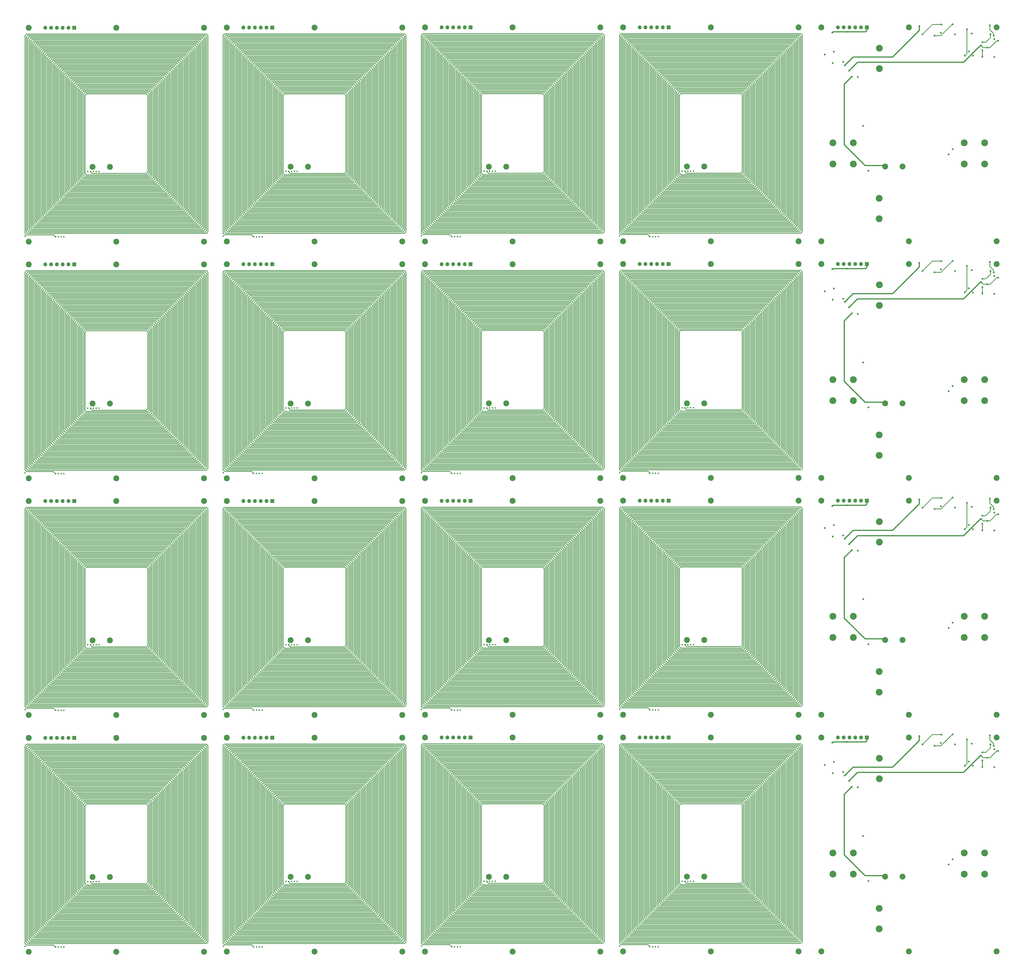
<source format=gbr>
%TF.GenerationSoftware,KiCad,Pcbnew,(6.0.5)*%
%TF.CreationDate,2022-08-17T15:04:11-07:00*%
%TF.ProjectId,X_Y_Panels,585f595f-5061-46e6-956c-732e6b696361,rev?*%
%TF.SameCoordinates,Original*%
%TF.FileFunction,Copper,L2,Inr*%
%TF.FilePolarity,Positive*%
%FSLAX46Y46*%
G04 Gerber Fmt 4.6, Leading zero omitted, Abs format (unit mm)*
G04 Created by KiCad (PCBNEW (6.0.5)) date 2022-08-17 15:04:11*
%MOMM*%
%LPD*%
G01*
G04 APERTURE LIST*
%TA.AperFunction,ComponentPad*%
%ADD10C,2.600000*%
%TD*%
%TA.AperFunction,ComponentPad*%
%ADD11R,1.700000X1.700000*%
%TD*%
%TA.AperFunction,ComponentPad*%
%ADD12O,1.700000X1.700000*%
%TD*%
%TA.AperFunction,ComponentPad*%
%ADD13C,3.000000*%
%TD*%
%TA.AperFunction,ViaPad*%
%ADD14C,0.800000*%
%TD*%
%TA.AperFunction,ViaPad*%
%ADD15C,0.650000*%
%TD*%
%TA.AperFunction,Conductor*%
%ADD16C,0.500000*%
%TD*%
%TA.AperFunction,Conductor*%
%ADD17C,0.306000*%
%TD*%
G04 APERTURE END LIST*
D10*
%TO.N,GND*%
%TO.C,H29*%
X399036000Y-314259997D03*
%TD*%
%TO.N,Coil_IN*%
%TO.C,TP5*%
X388582000Y-177429998D03*
%TO.N,Coil_OUT*%
X396202000Y-177429998D03*
%TD*%
D11*
%TO.N,unconnected-(J3-Pad1)*%
%TO.C,J3*%
X119546000Y-324359999D03*
D12*
%TO.N,unconnected-(J3-Pad2)*%
X117006000Y-324359999D03*
%TO.N,unconnected-(J3-Pad3)*%
X114466000Y-324359999D03*
%TO.N,unconnected-(J3-Pad4)*%
X111926000Y-324359999D03*
%TO.N,unconnected-(J3-Pad5)*%
X109386000Y-324359999D03*
%TO.N,unconnected-(J3-Pad6)*%
X106846000Y-324359999D03*
%TD*%
D10*
%TO.N,unconnected-(H10-Pad1)*%
%TO.C,H10*%
X99546000Y-314359999D03*
%TD*%
D11*
%TO.N,unconnected-(J3-Pad1)*%
%TO.C,J3*%
X119546000Y-220359999D03*
D12*
%TO.N,unconnected-(J3-Pad2)*%
X117006000Y-220359999D03*
%TO.N,unconnected-(J3-Pad3)*%
X114466000Y-220359999D03*
%TO.N,unconnected-(J3-Pad4)*%
X111926000Y-220359999D03*
%TO.N,unconnected-(J3-Pad5)*%
X109386000Y-220359999D03*
%TO.N,unconnected-(J3-Pad6)*%
X106846000Y-220359999D03*
%TD*%
D10*
%TO.N,GND*%
%TO.C,H26*%
X399036000Y-324259997D03*
%TD*%
%TO.N,Net-(TP3-Pad1)*%
%TO.C,TP3*%
X214586000Y-281479999D03*
X222206000Y-281479999D03*
%TD*%
D13*
%TO.N,Net-(D1-Pad2)*%
%TO.C,SC1*%
X374662000Y-271014000D03*
%TO.N,Net-(D2-Pad2)*%
X365662000Y-271014000D03*
%TD*%
D11*
%TO.N,unconnected-(J3-Pad1)*%
%TO.C,J3*%
X119546000Y-12359999D03*
D12*
%TO.N,unconnected-(J3-Pad2)*%
X117006000Y-12359999D03*
%TO.N,unconnected-(J3-Pad3)*%
X114466000Y-12359999D03*
%TO.N,unconnected-(J3-Pad4)*%
X111926000Y-12359999D03*
%TO.N,unconnected-(J3-Pad5)*%
X109386000Y-12359999D03*
%TO.N,unconnected-(J3-Pad6)*%
X106846000Y-12359999D03*
%TD*%
D11*
%TO.N,VBATT*%
%TO.C,J6*%
X380536000Y-324259997D03*
D12*
%TO.N,+3V3*%
X377996000Y-324259997D03*
%TO.N,GND*%
X375456000Y-324259997D03*
%TO.N,SDA*%
X372916000Y-324259997D03*
%TO.N,SCL*%
X370376000Y-324259997D03*
%TO.N,VSOLAR*%
X367836000Y-324259997D03*
%TD*%
D10*
%TO.N,unconnected-(H10-Pad1)*%
%TO.C,H10*%
X99546000Y-210359999D03*
%TD*%
%TO.N,GND*%
%TO.C,H30*%
X437536000Y-418259997D03*
%TD*%
%TO.N,GND*%
%TO.C,H25*%
X360536000Y-324259997D03*
%TD*%
D13*
%TO.N,Net-(D3-Pad2)*%
%TO.C,SC3*%
X385970000Y-96340000D03*
%TO.N,Net-(D4-Pad2)*%
X385970000Y-87340000D03*
%TD*%
D10*
%TO.N,GND*%
%TO.C,H28*%
X360536000Y-314259997D03*
%TD*%
%TO.N,unconnected-(H5-Pad1)*%
%TO.C,H5*%
X51050000Y-314410000D03*
%TD*%
%TO.N,unconnected-(H13-Pad1)*%
%TO.C,H13*%
X186542000Y-220309998D03*
%TD*%
%TO.N,unconnected-(H14-Pad1)*%
%TO.C,H14*%
X225042000Y-12309998D03*
%TD*%
%TO.N,unconnected-(H23-Pad1)*%
%TO.C,H23*%
X312038000Y-314259997D03*
%TD*%
%TO.N,Net-(TP4-Pad1)*%
%TO.C,TP4*%
X301582000Y-281429998D03*
X309202000Y-281429998D03*
%TD*%
%TO.N,unconnected-(H7-Pad1)*%
%TO.C,H7*%
X99546000Y-220359999D03*
%TD*%
%TO.N,unconnected-(H18-Pad1)*%
%TO.C,H18*%
X263542000Y-210309998D03*
%TD*%
%TO.N,unconnected-(H16-Pad1)*%
%TO.C,H16*%
X186542000Y-210309998D03*
%TD*%
%TO.N,unconnected-(H24-Pad1)*%
%TO.C,H24*%
X350538000Y-210259997D03*
%TD*%
%TO.N,GND*%
%TO.C,H26*%
X399036000Y-116259997D03*
%TD*%
%TO.N,unconnected-(H9-Pad1)*%
%TO.C,H9*%
X176546000Y-12359999D03*
%TD*%
D13*
%TO.N,Net-(D3-Pad2)*%
%TO.C,SC3*%
X385970000Y-408340000D03*
%TO.N,Net-(D4-Pad2)*%
X385970000Y-399340000D03*
%TD*%
D10*
%TO.N,unconnected-(H24-Pad1)*%
%TO.C,H24*%
X350538000Y-106259997D03*
%TD*%
%TO.N,unconnected-(H4-Pad1)*%
%TO.C,H4*%
X12550000Y-106410000D03*
%TD*%
%TO.N,GND*%
%TO.C,H30*%
X437536000Y-106259997D03*
%TD*%
%TO.N,unconnected-(H11-Pad1)*%
%TO.C,H11*%
X138046000Y-210359999D03*
%TD*%
%TO.N,unconnected-(H16-Pad1)*%
%TO.C,H16*%
X186542000Y-106309998D03*
%TD*%
D13*
%TO.N,Net-(D6-Pad2)*%
%TO.C,SC6*%
X432320000Y-167014000D03*
%TO.N,GND*%
X423320000Y-167014000D03*
%TD*%
D10*
%TO.N,unconnected-(H6-Pad1)*%
%TO.C,H6*%
X89550000Y-106410000D03*
%TD*%
%TO.N,Coil_IN*%
%TO.C,TP5*%
X388582000Y-385429998D03*
%TO.N,Coil_OUT*%
X396202000Y-385429998D03*
%TD*%
%TO.N,GND*%
%TO.C,H27*%
X437536000Y-324259997D03*
%TD*%
%TO.N,Net-(TP2-Pad1)*%
%TO.C,TP2*%
X127590000Y-281530000D03*
X135210000Y-281530000D03*
%TD*%
D13*
%TO.N,Net-(D2-Pad2)*%
%TO.C,SC2*%
X365662000Y-72320000D03*
%TO.N,Net-(D3-Pad2)*%
X374662000Y-72320000D03*
%TD*%
D10*
%TO.N,unconnected-(H17-Pad1)*%
%TO.C,H17*%
X225042000Y-106309998D03*
%TD*%
%TO.N,unconnected-(H3-Pad1)*%
%TO.C,H3*%
X89550000Y-220410000D03*
%TD*%
%TO.N,unconnected-(H4-Pad1)*%
%TO.C,H4*%
X12550000Y-418410000D03*
%TD*%
%TO.N,unconnected-(H18-Pad1)*%
%TO.C,H18*%
X263542000Y-106309998D03*
%TD*%
%TO.N,unconnected-(H22-Pad1)*%
%TO.C,H22*%
X273538000Y-210259997D03*
%TD*%
%TO.N,unconnected-(H20-Pad1)*%
%TO.C,H20*%
X312038000Y-12259997D03*
%TD*%
D11*
%TO.N,unconnected-(J4-Pad1)*%
%TO.C,J4*%
X206542000Y-12309998D03*
D12*
%TO.N,unconnected-(J4-Pad2)*%
X204002000Y-12309998D03*
%TO.N,unconnected-(J4-Pad3)*%
X201462000Y-12309998D03*
%TO.N,unconnected-(J4-Pad4)*%
X198922000Y-12309998D03*
%TO.N,unconnected-(J4-Pad5)*%
X196382000Y-12309998D03*
%TO.N,unconnected-(J4-Pad6)*%
X193842000Y-12309998D03*
%TD*%
D13*
%TO.N,Net-(D1-Pad2)*%
%TO.C,SC1*%
X374662000Y-167014000D03*
%TO.N,Net-(D2-Pad2)*%
X365662000Y-167014000D03*
%TD*%
D10*
%TO.N,Net-(TP4-Pad1)*%
%TO.C,TP4*%
X301582000Y-385429998D03*
X309202000Y-385429998D03*
%TD*%
%TO.N,unconnected-(H3-Pad1)*%
%TO.C,H3*%
X89550000Y-12410000D03*
%TD*%
D13*
%TO.N,Net-(D5-Pad2)*%
%TO.C,SC5*%
X423320000Y-280320000D03*
%TO.N,Net-(D6-Pad2)*%
X432320000Y-280320000D03*
%TD*%
D10*
%TO.N,Net-(TP1-Pad1)*%
%TO.C,TP1*%
X40594000Y-385580001D03*
X48214000Y-385580001D03*
%TD*%
%TO.N,unconnected-(H22-Pad1)*%
%TO.C,H22*%
X273538000Y-314259997D03*
%TD*%
D13*
%TO.N,Net-(D6-Pad2)*%
%TO.C,SC6*%
X432320000Y-375014000D03*
%TO.N,GND*%
X423320000Y-375014000D03*
%TD*%
D10*
%TO.N,unconnected-(H12-Pad1)*%
%TO.C,H12*%
X176546000Y-314359999D03*
%TD*%
D11*
%TO.N,Net-(J1-Pad1)*%
%TO.C,J1*%
X32550000Y-324410000D03*
D12*
%TO.N,Net-(J1-Pad2)*%
X30010000Y-324410000D03*
%TO.N,Net-(J1-Pad3)*%
X27470000Y-324410000D03*
%TO.N,Net-(J1-Pad4)*%
X24930000Y-324410000D03*
%TO.N,Net-(J1-Pad5)*%
X22390000Y-324410000D03*
%TO.N,Net-(J1-Pad6)*%
X19850000Y-324410000D03*
%TD*%
D10*
%TO.N,unconnected-(H2-Pad1)*%
%TO.C,H2*%
X51050000Y-12410000D03*
%TD*%
%TO.N,unconnected-(H6-Pad1)*%
%TO.C,H6*%
X89550000Y-210410000D03*
%TD*%
%TO.N,GND*%
%TO.C,H30*%
X437536000Y-314259997D03*
%TD*%
%TO.N,unconnected-(H15-Pad1)*%
%TO.C,H15*%
X263542000Y-12309998D03*
%TD*%
%TO.N,unconnected-(H10-Pad1)*%
%TO.C,H10*%
X99546000Y-106359999D03*
%TD*%
%TO.N,unconnected-(H1-Pad1)*%
%TO.C,H1*%
X12550000Y-12410000D03*
%TD*%
%TO.N,GND*%
%TO.C,H29*%
X399036000Y-418259997D03*
%TD*%
%TO.N,unconnected-(H11-Pad1)*%
%TO.C,H11*%
X138046000Y-314359999D03*
%TD*%
%TO.N,Net-(TP3-Pad1)*%
%TO.C,TP3*%
X214586000Y-385479999D03*
X222206000Y-385479999D03*
%TD*%
%TO.N,unconnected-(H13-Pad1)*%
%TO.C,H13*%
X186542000Y-324309998D03*
%TD*%
%TO.N,unconnected-(H16-Pad1)*%
%TO.C,H16*%
X186542000Y-418309998D03*
%TD*%
%TO.N,unconnected-(H9-Pad1)*%
%TO.C,H9*%
X176546000Y-116359999D03*
%TD*%
%TO.N,Net-(TP2-Pad1)*%
%TO.C,TP2*%
X127590000Y-177530000D03*
X135210000Y-177530000D03*
%TD*%
%TO.N,unconnected-(H2-Pad1)*%
%TO.C,H2*%
X51050000Y-116410000D03*
%TD*%
%TO.N,unconnected-(H12-Pad1)*%
%TO.C,H12*%
X176546000Y-418359999D03*
%TD*%
D13*
%TO.N,Net-(D4-Pad2)*%
%TO.C,SC4*%
X386020000Y-238420000D03*
%TO.N,Net-(D5-Pad2)*%
X386020000Y-229420000D03*
%TD*%
D10*
%TO.N,unconnected-(H19-Pad1)*%
%TO.C,H19*%
X273538000Y-220259997D03*
%TD*%
%TO.N,GND*%
%TO.C,H30*%
X437536000Y-210259997D03*
%TD*%
%TO.N,GND*%
%TO.C,H29*%
X399036000Y-106259997D03*
%TD*%
%TO.N,unconnected-(H13-Pad1)*%
%TO.C,H13*%
X186542000Y-12309998D03*
%TD*%
%TO.N,unconnected-(H8-Pad1)*%
%TO.C,H8*%
X138046000Y-12359999D03*
%TD*%
D11*
%TO.N,VBATT*%
%TO.C,J6*%
X380536000Y-116259997D03*
D12*
%TO.N,+3V3*%
X377996000Y-116259997D03*
%TO.N,GND*%
X375456000Y-116259997D03*
%TO.N,SDA*%
X372916000Y-116259997D03*
%TO.N,SCL*%
X370376000Y-116259997D03*
%TO.N,VSOLAR*%
X367836000Y-116259997D03*
%TD*%
D10*
%TO.N,unconnected-(H19-Pad1)*%
%TO.C,H19*%
X273538000Y-324259997D03*
%TD*%
%TO.N,unconnected-(H20-Pad1)*%
%TO.C,H20*%
X312038000Y-220259997D03*
%TD*%
%TO.N,unconnected-(H20-Pad1)*%
%TO.C,H20*%
X312038000Y-116259997D03*
%TD*%
D11*
%TO.N,VBATT*%
%TO.C,J6*%
X380536000Y-12259997D03*
D12*
%TO.N,+3V3*%
X377996000Y-12259997D03*
%TO.N,GND*%
X375456000Y-12259997D03*
%TO.N,SDA*%
X372916000Y-12259997D03*
%TO.N,SCL*%
X370376000Y-12259997D03*
%TO.N,VSOLAR*%
X367836000Y-12259997D03*
%TD*%
D10*
%TO.N,unconnected-(H24-Pad1)*%
%TO.C,H24*%
X350538000Y-418259997D03*
%TD*%
%TO.N,unconnected-(H4-Pad1)*%
%TO.C,H4*%
X12550000Y-314410000D03*
%TD*%
D13*
%TO.N,Net-(D3-Pad2)*%
%TO.C,SC3*%
X385970000Y-304340000D03*
%TO.N,Net-(D4-Pad2)*%
X385970000Y-295340000D03*
%TD*%
D10*
%TO.N,unconnected-(H21-Pad1)*%
%TO.C,H21*%
X350538000Y-220259997D03*
%TD*%
%TO.N,unconnected-(H17-Pad1)*%
%TO.C,H17*%
X225042000Y-210309998D03*
%TD*%
%TO.N,unconnected-(H19-Pad1)*%
%TO.C,H19*%
X273538000Y-12259997D03*
%TD*%
D11*
%TO.N,unconnected-(J3-Pad1)*%
%TO.C,J3*%
X119546000Y-116359999D03*
D12*
%TO.N,unconnected-(J3-Pad2)*%
X117006000Y-116359999D03*
%TO.N,unconnected-(J3-Pad3)*%
X114466000Y-116359999D03*
%TO.N,unconnected-(J3-Pad4)*%
X111926000Y-116359999D03*
%TO.N,unconnected-(J3-Pad5)*%
X109386000Y-116359999D03*
%TO.N,unconnected-(J3-Pad6)*%
X106846000Y-116359999D03*
%TD*%
D10*
%TO.N,unconnected-(H23-Pad1)*%
%TO.C,H23*%
X312038000Y-106259997D03*
%TD*%
%TO.N,unconnected-(H1-Pad1)*%
%TO.C,H1*%
X12550000Y-324410000D03*
%TD*%
%TO.N,GND*%
%TO.C,H27*%
X437536000Y-220259997D03*
%TD*%
%TO.N,unconnected-(H6-Pad1)*%
%TO.C,H6*%
X89550000Y-314410000D03*
%TD*%
%TO.N,unconnected-(H11-Pad1)*%
%TO.C,H11*%
X138046000Y-418359999D03*
%TD*%
%TO.N,unconnected-(H5-Pad1)*%
%TO.C,H5*%
X51050000Y-106410000D03*
%TD*%
%TO.N,unconnected-(H23-Pad1)*%
%TO.C,H23*%
X312038000Y-210259997D03*
%TD*%
%TO.N,unconnected-(H1-Pad1)*%
%TO.C,H1*%
X12550000Y-220410000D03*
%TD*%
%TO.N,unconnected-(H8-Pad1)*%
%TO.C,H8*%
X138046000Y-324359999D03*
%TD*%
D11*
%TO.N,Net-(J1-Pad1)*%
%TO.C,J1*%
X32550000Y-116410000D03*
D12*
%TO.N,Net-(J1-Pad2)*%
X30010000Y-116410000D03*
%TO.N,Net-(J1-Pad3)*%
X27470000Y-116410000D03*
%TO.N,Net-(J1-Pad4)*%
X24930000Y-116410000D03*
%TO.N,Net-(J1-Pad5)*%
X22390000Y-116410000D03*
%TO.N,Net-(J1-Pad6)*%
X19850000Y-116410000D03*
%TD*%
D10*
%TO.N,unconnected-(H23-Pad1)*%
%TO.C,H23*%
X312038000Y-418259997D03*
%TD*%
%TO.N,GND*%
%TO.C,H28*%
X360536000Y-210259997D03*
%TD*%
%TO.N,unconnected-(H15-Pad1)*%
%TO.C,H15*%
X263542000Y-220309998D03*
%TD*%
D13*
%TO.N,Net-(D5-Pad2)*%
%TO.C,SC5*%
X423320000Y-176320000D03*
%TO.N,Net-(D6-Pad2)*%
X432320000Y-176320000D03*
%TD*%
%TO.N,Net-(D1-Pad2)*%
%TO.C,SC1*%
X374662000Y-63014000D03*
%TO.N,Net-(D2-Pad2)*%
X365662000Y-63014000D03*
%TD*%
D10*
%TO.N,unconnected-(H11-Pad1)*%
%TO.C,H11*%
X138046000Y-106359999D03*
%TD*%
%TO.N,unconnected-(H9-Pad1)*%
%TO.C,H9*%
X176546000Y-220359999D03*
%TD*%
%TO.N,unconnected-(H21-Pad1)*%
%TO.C,H21*%
X350538000Y-12259997D03*
%TD*%
D13*
%TO.N,Net-(D4-Pad2)*%
%TO.C,SC4*%
X386020000Y-134420000D03*
%TO.N,Net-(D5-Pad2)*%
X386020000Y-125420000D03*
%TD*%
D10*
%TO.N,GND*%
%TO.C,H25*%
X360536000Y-116259997D03*
%TD*%
D11*
%TO.N,unconnected-(J5-Pad1)*%
%TO.C,J5*%
X293538000Y-324259997D03*
D12*
%TO.N,unconnected-(J5-Pad2)*%
X290998000Y-324259997D03*
%TO.N,unconnected-(J5-Pad3)*%
X288458000Y-324259997D03*
%TO.N,unconnected-(J5-Pad4)*%
X285918000Y-324259997D03*
%TO.N,unconnected-(J5-Pad5)*%
X283378000Y-324259997D03*
%TO.N,unconnected-(J5-Pad6)*%
X280838000Y-324259997D03*
%TD*%
D10*
%TO.N,unconnected-(H13-Pad1)*%
%TO.C,H13*%
X186542000Y-116309998D03*
%TD*%
D11*
%TO.N,unconnected-(J5-Pad1)*%
%TO.C,J5*%
X293538000Y-116259997D03*
D12*
%TO.N,unconnected-(J5-Pad2)*%
X290998000Y-116259997D03*
%TO.N,unconnected-(J5-Pad3)*%
X288458000Y-116259997D03*
%TO.N,unconnected-(J5-Pad4)*%
X285918000Y-116259997D03*
%TO.N,unconnected-(J5-Pad5)*%
X283378000Y-116259997D03*
%TO.N,unconnected-(J5-Pad6)*%
X280838000Y-116259997D03*
%TD*%
D10*
%TO.N,unconnected-(H16-Pad1)*%
%TO.C,H16*%
X186542000Y-314309998D03*
%TD*%
%TO.N,Net-(TP3-Pad1)*%
%TO.C,TP3*%
X214586000Y-177479999D03*
X222206000Y-177479999D03*
%TD*%
D13*
%TO.N,Net-(D2-Pad2)*%
%TO.C,SC2*%
X365662000Y-384320000D03*
%TO.N,Net-(D3-Pad2)*%
X374662000Y-384320000D03*
%TD*%
%TO.N,Net-(D6-Pad2)*%
%TO.C,SC6*%
X432320000Y-271014000D03*
%TO.N,GND*%
X423320000Y-271014000D03*
%TD*%
%TO.N,Net-(D5-Pad2)*%
%TO.C,SC5*%
X423320000Y-384320000D03*
%TO.N,Net-(D6-Pad2)*%
X432320000Y-384320000D03*
%TD*%
D11*
%TO.N,VBATT*%
%TO.C,J6*%
X380536000Y-220259997D03*
D12*
%TO.N,+3V3*%
X377996000Y-220259997D03*
%TO.N,GND*%
X375456000Y-220259997D03*
%TO.N,SDA*%
X372916000Y-220259997D03*
%TO.N,SCL*%
X370376000Y-220259997D03*
%TO.N,VSOLAR*%
X367836000Y-220259997D03*
%TD*%
D13*
%TO.N,Net-(D5-Pad2)*%
%TO.C,SC5*%
X423320000Y-72320000D03*
%TO.N,Net-(D6-Pad2)*%
X432320000Y-72320000D03*
%TD*%
D10*
%TO.N,unconnected-(H3-Pad1)*%
%TO.C,H3*%
X89550000Y-116410000D03*
%TD*%
%TO.N,Coil_IN*%
%TO.C,TP5*%
X388582000Y-281429998D03*
%TO.N,Coil_OUT*%
X396202000Y-281429998D03*
%TD*%
%TO.N,unconnected-(H17-Pad1)*%
%TO.C,H17*%
X225042000Y-314309998D03*
%TD*%
D13*
%TO.N,Net-(D3-Pad2)*%
%TO.C,SC3*%
X385970000Y-200340000D03*
%TO.N,Net-(D4-Pad2)*%
X385970000Y-191340000D03*
%TD*%
D10*
%TO.N,GND*%
%TO.C,H28*%
X360536000Y-418259997D03*
%TD*%
D11*
%TO.N,Net-(J1-Pad1)*%
%TO.C,J1*%
X32550000Y-220410000D03*
D12*
%TO.N,Net-(J1-Pad2)*%
X30010000Y-220410000D03*
%TO.N,Net-(J1-Pad3)*%
X27470000Y-220410000D03*
%TO.N,Net-(J1-Pad4)*%
X24930000Y-220410000D03*
%TO.N,Net-(J1-Pad5)*%
X22390000Y-220410000D03*
%TO.N,Net-(J1-Pad6)*%
X19850000Y-220410000D03*
%TD*%
D10*
%TO.N,Net-(TP3-Pad1)*%
%TO.C,TP3*%
X214586000Y-73479999D03*
X222206000Y-73479999D03*
%TD*%
D11*
%TO.N,unconnected-(J4-Pad1)*%
%TO.C,J4*%
X206542000Y-220309998D03*
D12*
%TO.N,unconnected-(J4-Pad2)*%
X204002000Y-220309998D03*
%TO.N,unconnected-(J4-Pad3)*%
X201462000Y-220309998D03*
%TO.N,unconnected-(J4-Pad4)*%
X198922000Y-220309998D03*
%TO.N,unconnected-(J4-Pad5)*%
X196382000Y-220309998D03*
%TO.N,unconnected-(J4-Pad6)*%
X193842000Y-220309998D03*
%TD*%
D10*
%TO.N,GND*%
%TO.C,H25*%
X360536000Y-12259997D03*
%TD*%
%TO.N,unconnected-(H12-Pad1)*%
%TO.C,H12*%
X176546000Y-106359999D03*
%TD*%
%TO.N,unconnected-(H18-Pad1)*%
%TO.C,H18*%
X263542000Y-418309998D03*
%TD*%
D13*
%TO.N,Net-(D2-Pad2)*%
%TO.C,SC2*%
X365662000Y-176320000D03*
%TO.N,Net-(D3-Pad2)*%
X374662000Y-176320000D03*
%TD*%
D10*
%TO.N,unconnected-(H4-Pad1)*%
%TO.C,H4*%
X12550000Y-210410000D03*
%TD*%
D13*
%TO.N,Net-(D2-Pad2)*%
%TO.C,SC2*%
X365662000Y-280320000D03*
%TO.N,Net-(D3-Pad2)*%
X374662000Y-280320000D03*
%TD*%
D10*
%TO.N,unconnected-(H21-Pad1)*%
%TO.C,H21*%
X350538000Y-324259997D03*
%TD*%
%TO.N,unconnected-(H20-Pad1)*%
%TO.C,H20*%
X312038000Y-324259997D03*
%TD*%
D11*
%TO.N,unconnected-(J5-Pad1)*%
%TO.C,J5*%
X293538000Y-220259997D03*
D12*
%TO.N,unconnected-(J5-Pad2)*%
X290998000Y-220259997D03*
%TO.N,unconnected-(J5-Pad3)*%
X288458000Y-220259997D03*
%TO.N,unconnected-(J5-Pad4)*%
X285918000Y-220259997D03*
%TO.N,unconnected-(J5-Pad5)*%
X283378000Y-220259997D03*
%TO.N,unconnected-(J5-Pad6)*%
X280838000Y-220259997D03*
%TD*%
D10*
%TO.N,unconnected-(H24-Pad1)*%
%TO.C,H24*%
X350538000Y-314259997D03*
%TD*%
%TO.N,unconnected-(H6-Pad1)*%
%TO.C,H6*%
X89550000Y-418410000D03*
%TD*%
%TO.N,unconnected-(H9-Pad1)*%
%TO.C,H9*%
X176546000Y-324359999D03*
%TD*%
D13*
%TO.N,Net-(D4-Pad2)*%
%TO.C,SC4*%
X386020000Y-342420000D03*
%TO.N,Net-(D5-Pad2)*%
X386020000Y-333420000D03*
%TD*%
D10*
%TO.N,unconnected-(H15-Pad1)*%
%TO.C,H15*%
X263542000Y-116309998D03*
%TD*%
%TO.N,unconnected-(H14-Pad1)*%
%TO.C,H14*%
X225042000Y-220309998D03*
%TD*%
D11*
%TO.N,Net-(J1-Pad1)*%
%TO.C,J1*%
X32550000Y-12410000D03*
D12*
%TO.N,Net-(J1-Pad2)*%
X30010000Y-12410000D03*
%TO.N,Net-(J1-Pad3)*%
X27470000Y-12410000D03*
%TO.N,Net-(J1-Pad4)*%
X24930000Y-12410000D03*
%TO.N,Net-(J1-Pad5)*%
X22390000Y-12410000D03*
%TO.N,Net-(J1-Pad6)*%
X19850000Y-12410000D03*
%TD*%
D10*
%TO.N,unconnected-(H14-Pad1)*%
%TO.C,H14*%
X225042000Y-116309998D03*
%TD*%
%TO.N,unconnected-(H7-Pad1)*%
%TO.C,H7*%
X99546000Y-116359999D03*
%TD*%
%TO.N,unconnected-(H19-Pad1)*%
%TO.C,H19*%
X273538000Y-116259997D03*
%TD*%
%TO.N,unconnected-(H15-Pad1)*%
%TO.C,H15*%
X263542000Y-324309998D03*
%TD*%
%TO.N,unconnected-(H5-Pad1)*%
%TO.C,H5*%
X51050000Y-418410000D03*
%TD*%
%TO.N,unconnected-(H18-Pad1)*%
%TO.C,H18*%
X263542000Y-314309998D03*
%TD*%
%TO.N,GND*%
%TO.C,H29*%
X399036000Y-210259997D03*
%TD*%
%TO.N,unconnected-(H7-Pad1)*%
%TO.C,H7*%
X99546000Y-324359999D03*
%TD*%
%TO.N,Net-(TP4-Pad1)*%
%TO.C,TP4*%
X301582000Y-177429998D03*
X309202000Y-177429998D03*
%TD*%
%TO.N,Net-(TP1-Pad1)*%
%TO.C,TP1*%
X40594000Y-73580001D03*
X48214000Y-73580001D03*
%TD*%
%TO.N,unconnected-(H22-Pad1)*%
%TO.C,H22*%
X273538000Y-106259997D03*
%TD*%
%TO.N,unconnected-(H14-Pad1)*%
%TO.C,H14*%
X225042000Y-324309998D03*
%TD*%
%TO.N,GND*%
%TO.C,H26*%
X399036000Y-12259997D03*
%TD*%
%TO.N,unconnected-(H7-Pad1)*%
%TO.C,H7*%
X99546000Y-12359999D03*
%TD*%
%TO.N,unconnected-(H5-Pad1)*%
%TO.C,H5*%
X51050000Y-210410000D03*
%TD*%
%TO.N,unconnected-(H2-Pad1)*%
%TO.C,H2*%
X51050000Y-324410000D03*
%TD*%
%TO.N,unconnected-(H10-Pad1)*%
%TO.C,H10*%
X99546000Y-418359999D03*
%TD*%
D11*
%TO.N,unconnected-(J5-Pad1)*%
%TO.C,J5*%
X293538000Y-12259997D03*
D12*
%TO.N,unconnected-(J5-Pad2)*%
X290998000Y-12259997D03*
%TO.N,unconnected-(J5-Pad3)*%
X288458000Y-12259997D03*
%TO.N,unconnected-(J5-Pad4)*%
X285918000Y-12259997D03*
%TO.N,unconnected-(J5-Pad5)*%
X283378000Y-12259997D03*
%TO.N,unconnected-(J5-Pad6)*%
X280838000Y-12259997D03*
%TD*%
D10*
%TO.N,GND*%
%TO.C,H28*%
X360536000Y-106259997D03*
%TD*%
%TO.N,unconnected-(H22-Pad1)*%
%TO.C,H22*%
X273538000Y-418259997D03*
%TD*%
D13*
%TO.N,Net-(D4-Pad2)*%
%TO.C,SC4*%
X386020000Y-30420000D03*
%TO.N,Net-(D5-Pad2)*%
X386020000Y-21420000D03*
%TD*%
D10*
%TO.N,unconnected-(H1-Pad1)*%
%TO.C,H1*%
X12550000Y-116410000D03*
%TD*%
D11*
%TO.N,unconnected-(J4-Pad1)*%
%TO.C,J4*%
X206542000Y-116309998D03*
D12*
%TO.N,unconnected-(J4-Pad2)*%
X204002000Y-116309998D03*
%TO.N,unconnected-(J4-Pad3)*%
X201462000Y-116309998D03*
%TO.N,unconnected-(J4-Pad4)*%
X198922000Y-116309998D03*
%TO.N,unconnected-(J4-Pad5)*%
X196382000Y-116309998D03*
%TO.N,unconnected-(J4-Pad6)*%
X193842000Y-116309998D03*
%TD*%
D10*
%TO.N,GND*%
%TO.C,H26*%
X399036000Y-220259997D03*
%TD*%
%TO.N,GND*%
%TO.C,H27*%
X437536000Y-116259997D03*
%TD*%
%TO.N,GND*%
%TO.C,H27*%
X437536000Y-12259997D03*
%TD*%
%TO.N,unconnected-(H3-Pad1)*%
%TO.C,H3*%
X89550000Y-324410000D03*
%TD*%
%TO.N,Net-(TP1-Pad1)*%
%TO.C,TP1*%
X40594000Y-281580001D03*
X48214000Y-281580001D03*
%TD*%
%TO.N,unconnected-(H8-Pad1)*%
%TO.C,H8*%
X138046000Y-220359999D03*
%TD*%
%TO.N,Net-(TP2-Pad1)*%
%TO.C,TP2*%
X127590000Y-73530000D03*
X135210000Y-73530000D03*
%TD*%
%TO.N,unconnected-(H12-Pad1)*%
%TO.C,H12*%
X176546000Y-210359999D03*
%TD*%
%TO.N,Coil_IN*%
%TO.C,TP5*%
X388582000Y-73429998D03*
%TO.N,Coil_OUT*%
X396202000Y-73429998D03*
%TD*%
%TO.N,unconnected-(H8-Pad1)*%
%TO.C,H8*%
X138046000Y-116359999D03*
%TD*%
%TO.N,Net-(TP4-Pad1)*%
%TO.C,TP4*%
X301582000Y-73429998D03*
X309202000Y-73429998D03*
%TD*%
%TO.N,GND*%
%TO.C,H25*%
X360536000Y-220259997D03*
%TD*%
%TO.N,unconnected-(H21-Pad1)*%
%TO.C,H21*%
X350538000Y-116259997D03*
%TD*%
%TO.N,unconnected-(H2-Pad1)*%
%TO.C,H2*%
X51050000Y-220410000D03*
%TD*%
D11*
%TO.N,unconnected-(J4-Pad1)*%
%TO.C,J4*%
X206542000Y-324309998D03*
D12*
%TO.N,unconnected-(J4-Pad2)*%
X204002000Y-324309998D03*
%TO.N,unconnected-(J4-Pad3)*%
X201462000Y-324309998D03*
%TO.N,unconnected-(J4-Pad4)*%
X198922000Y-324309998D03*
%TO.N,unconnected-(J4-Pad5)*%
X196382000Y-324309998D03*
%TO.N,unconnected-(J4-Pad6)*%
X193842000Y-324309998D03*
%TD*%
D13*
%TO.N,Net-(D1-Pad2)*%
%TO.C,SC1*%
X374662000Y-375014000D03*
%TO.N,Net-(D2-Pad2)*%
X365662000Y-375014000D03*
%TD*%
D10*
%TO.N,Net-(TP1-Pad1)*%
%TO.C,TP1*%
X40594000Y-177580001D03*
X48214000Y-177580001D03*
%TD*%
D13*
%TO.N,Net-(D6-Pad2)*%
%TO.C,SC6*%
X432320000Y-63014000D03*
%TO.N,GND*%
X423320000Y-63014000D03*
%TD*%
D10*
%TO.N,unconnected-(H17-Pad1)*%
%TO.C,H17*%
X225042000Y-418309998D03*
%TD*%
%TO.N,Net-(TP2-Pad1)*%
%TO.C,TP2*%
X127590000Y-385530000D03*
X135210000Y-385530000D03*
%TD*%
D14*
%TO.N,GND*%
X426625000Y-326960000D03*
X413075000Y-14635000D03*
X427100000Y-232760000D03*
X426625000Y-14960000D03*
X426625000Y-118960000D03*
X425322000Y-230896000D03*
X370175000Y-131460000D03*
X413075000Y-326635000D03*
X366050000Y-126985000D03*
X425322000Y-126896000D03*
X366050000Y-334985000D03*
X362125000Y-232260000D03*
X370175000Y-339460000D03*
X425322000Y-334896000D03*
X370175000Y-27460000D03*
X362125000Y-336260000D03*
X366050000Y-22985000D03*
X362125000Y-24260000D03*
X427100000Y-128760000D03*
X413075000Y-222635000D03*
X425322000Y-22896000D03*
X413075000Y-118635000D03*
X427100000Y-24760000D03*
X366050000Y-230985000D03*
X427100000Y-336760000D03*
X370175000Y-235460000D03*
X426625000Y-222960000D03*
X362125000Y-128260000D03*
%TO.N,VBATT*%
X371750000Y-326260000D03*
X371750000Y-14260000D03*
X365400000Y-222560000D03*
X371750000Y-222260000D03*
X371750000Y-118260000D03*
X365400000Y-326560000D03*
X365400000Y-14560000D03*
X365400000Y-118560000D03*
%TO.N,+3V3*%
X365575000Y-339935000D03*
X365575000Y-235935000D03*
X365575000Y-27935000D03*
X419226000Y-119309000D03*
X419226000Y-15309000D03*
X419226000Y-327309000D03*
X419226000Y-223309000D03*
X365575000Y-131935000D03*
%TO.N,SDA*%
X436525000Y-337335000D03*
X436522000Y-329482000D03*
X436522000Y-225482000D03*
X436525000Y-233335000D03*
X436522000Y-17482000D03*
X436522000Y-121482000D03*
X436525000Y-129335000D03*
X436525000Y-25335000D03*
%TO.N,SCL*%
X413325000Y-323010000D03*
X413325000Y-11010000D03*
X405000000Y-119335000D03*
X413325000Y-115010000D03*
X413325000Y-219010000D03*
X405000000Y-223335000D03*
X405000000Y-327335000D03*
X405000000Y-15335000D03*
%TO.N,Net-(Q1-Pad2)*%
X410250000Y-223885000D03*
X418212500Y-322885000D03*
X410250000Y-119885000D03*
X410250000Y-15885000D03*
X410250000Y-327885000D03*
X418212500Y-218885000D03*
X418212500Y-114885000D03*
X418212500Y-10885000D03*
%TO.N,Net-(Q3-Pad3)*%
X436250000Y-327935000D03*
X434525000Y-323310000D03*
X436250000Y-119935000D03*
X434525000Y-11310000D03*
X436250000Y-223935000D03*
X434525000Y-219310000D03*
X436250000Y-15935000D03*
X434525000Y-115310000D03*
%TO.N,Net-(Q3-Pad6)*%
X431250000Y-122810000D03*
X431225000Y-233235000D03*
X431225000Y-337235000D03*
X434825000Y-327310000D03*
X431250000Y-330810000D03*
X434825000Y-119310000D03*
X434825000Y-223310000D03*
X431225000Y-25235000D03*
X431225000Y-22385000D03*
X431225000Y-334385000D03*
X434825000Y-15310000D03*
X431250000Y-226810000D03*
X431225000Y-129235000D03*
X431225000Y-230385000D03*
X431250000Y-18810000D03*
X431225000Y-126385000D03*
D15*
%TO.N,Net-(TP3-Pad1)*%
X198336000Y-416243999D03*
X200784000Y-104243999D03*
X217406000Y-75479999D03*
X214958000Y-75479999D03*
X198336000Y-312243999D03*
X184994000Y-103901998D03*
X216182000Y-387479999D03*
X202008000Y-208243999D03*
X214958000Y-283479999D03*
X200784000Y-416243999D03*
X200784000Y-208243999D03*
X199560000Y-104243999D03*
X212510000Y-387479999D03*
X184994000Y-207901998D03*
X217406000Y-179479999D03*
X212510000Y-179479999D03*
X212510000Y-283479999D03*
X214958000Y-387479999D03*
X213734000Y-387479999D03*
X216182000Y-179479999D03*
X202008000Y-416243999D03*
X184994000Y-311901998D03*
X213734000Y-75479999D03*
X213734000Y-179479999D03*
X198336000Y-104243999D03*
X199560000Y-312243999D03*
X202008000Y-312243999D03*
X212510000Y-75479999D03*
X217406000Y-387479999D03*
X202008000Y-104243999D03*
X184994000Y-415901998D03*
X214958000Y-179479999D03*
X217406000Y-283479999D03*
X198336000Y-208243999D03*
X216182000Y-75479999D03*
X199560000Y-416243999D03*
X199560000Y-208243999D03*
X216182000Y-283479999D03*
X213734000Y-283479999D03*
X200784000Y-312243999D03*
%TO.N,Net-(TP4-Pad1)*%
X304402000Y-387429998D03*
X303178000Y-283429998D03*
X287780000Y-312193998D03*
X289004000Y-416193998D03*
X286556000Y-208193998D03*
X285332000Y-104193998D03*
X289004000Y-104193998D03*
X301954000Y-387429998D03*
X271990000Y-103851997D03*
X285332000Y-312193998D03*
X303178000Y-387429998D03*
X299506000Y-75429998D03*
X289004000Y-208193998D03*
X299506000Y-179429998D03*
X287780000Y-416193998D03*
X303178000Y-75429998D03*
X300730000Y-283429998D03*
X271990000Y-311851997D03*
X301954000Y-283429998D03*
X271990000Y-415851997D03*
X271990000Y-207851997D03*
X287780000Y-208193998D03*
X301954000Y-179429998D03*
X304402000Y-179429998D03*
X300730000Y-75429998D03*
X304402000Y-283429998D03*
X301954000Y-75429998D03*
X299506000Y-387429998D03*
X286556000Y-104193998D03*
X286556000Y-312193998D03*
X285332000Y-208193998D03*
X286556000Y-416193998D03*
X303178000Y-179429998D03*
X304402000Y-75429998D03*
X299506000Y-283429998D03*
X300730000Y-387429998D03*
X300730000Y-179429998D03*
X287780000Y-104193998D03*
X285332000Y-416193998D03*
X289004000Y-312193998D03*
D14*
%TO.N,Coil_IN*%
X373925000Y-33960000D03*
X373925000Y-345960000D03*
X373925000Y-137960000D03*
X373925000Y-241960000D03*
%TO.N,Coil_OUT*%
X376575000Y-242160000D03*
X376575000Y-34160000D03*
X376575000Y-346160000D03*
X376575000Y-138160000D03*
%TO.N,Net-(D1-Pad2)*%
X418210000Y-273822000D03*
X418210000Y-65822000D03*
X418210000Y-169822000D03*
X418210000Y-377822000D03*
%TO.N,Net-(D4-Pad2)*%
X378960000Y-159528000D03*
X381220000Y-179280000D03*
X381220000Y-387280000D03*
X381220000Y-283280000D03*
X381220000Y-75280000D03*
X378960000Y-55528000D03*
X378960000Y-367528000D03*
X378960000Y-263528000D03*
%TO.N,VSOLAR*%
X416430000Y-276110000D03*
X416430000Y-68110000D03*
X416430000Y-380110000D03*
X416430000Y-172110000D03*
%TO.N,SCL_ISO*%
X403575000Y-115710000D03*
X424525000Y-221135000D03*
X370900000Y-340935000D03*
X424525000Y-117135000D03*
X403575000Y-11710000D03*
X370900000Y-132935000D03*
X423600000Y-336735000D03*
X370900000Y-236935000D03*
X423600000Y-232735000D03*
X403575000Y-219710000D03*
X424525000Y-325135000D03*
X424525000Y-13135000D03*
X403575000Y-323710000D03*
X423600000Y-24735000D03*
X423600000Y-128735000D03*
X370900000Y-28935000D03*
%TO.N,SDA_ISO*%
X433475000Y-21135000D03*
X372775000Y-343335000D03*
X438175000Y-18235000D03*
X438175000Y-330235000D03*
X372775000Y-135335000D03*
X372775000Y-31335000D03*
X430725000Y-20235000D03*
X430725000Y-332235000D03*
X433475000Y-125135000D03*
X438175000Y-226235000D03*
X438175000Y-122235000D03*
X433475000Y-333135000D03*
X372775000Y-239335000D03*
X430725000Y-124235000D03*
X433475000Y-229135000D03*
X430725000Y-228235000D03*
D15*
%TO.N,Net-(TP1-Pad1)*%
X43414000Y-387580001D03*
X26792000Y-208344001D03*
X42190000Y-387580001D03*
X24344000Y-104344001D03*
X11002000Y-312002000D03*
X25568000Y-104344001D03*
X43414000Y-283580001D03*
X40966000Y-75580001D03*
X42190000Y-179580001D03*
X42190000Y-283580001D03*
X40966000Y-387580001D03*
X28016000Y-208344001D03*
X39742000Y-387580001D03*
X39742000Y-75580001D03*
X28016000Y-104344001D03*
X39742000Y-283580001D03*
X26792000Y-416344001D03*
X24344000Y-416344001D03*
X24344000Y-312344001D03*
X40966000Y-179580001D03*
X25568000Y-208344001D03*
X11002000Y-416002000D03*
X43414000Y-75580001D03*
X28016000Y-416344001D03*
X26792000Y-312344001D03*
X38518000Y-179580001D03*
X40966000Y-283580001D03*
X38518000Y-283580001D03*
X26792000Y-104344001D03*
X25568000Y-312344001D03*
X38518000Y-75580001D03*
X43414000Y-179580001D03*
X25568000Y-416344001D03*
X28016000Y-312344001D03*
X11002000Y-208002000D03*
X24344000Y-208344001D03*
X11002000Y-104002000D03*
X38518000Y-387580001D03*
X39742000Y-179580001D03*
X42190000Y-75580001D03*
%TO.N,Net-(TP2-Pad1)*%
X130410000Y-179530000D03*
X130410000Y-75530000D03*
X125514000Y-75530000D03*
X129186000Y-179530000D03*
X115012000Y-208294000D03*
X115012000Y-416294000D03*
X112564000Y-208294000D03*
X125514000Y-179530000D03*
X97998000Y-311951999D03*
X125514000Y-283530000D03*
X97998000Y-415951999D03*
X126738000Y-75530000D03*
X113788000Y-208294000D03*
X130410000Y-387530000D03*
X127962000Y-387530000D03*
X111340000Y-104294000D03*
X113788000Y-104294000D03*
X97998000Y-103951999D03*
X113788000Y-416294000D03*
X111340000Y-416294000D03*
X126738000Y-387530000D03*
X125514000Y-387530000D03*
X112564000Y-104294000D03*
X129186000Y-283530000D03*
X127962000Y-75530000D03*
X111340000Y-312294000D03*
X111340000Y-208294000D03*
X113788000Y-312294000D03*
X115012000Y-312294000D03*
X127962000Y-179530000D03*
X126738000Y-283530000D03*
X112564000Y-416294000D03*
X126738000Y-179530000D03*
X112564000Y-312294000D03*
X115012000Y-104294000D03*
X97998000Y-207951999D03*
X130410000Y-283530000D03*
X129186000Y-387530000D03*
X129186000Y-75530000D03*
X127962000Y-283530000D03*
%TD*%
D16*
%TO.N,VBATT*%
X380536000Y-220259997D02*
X380536000Y-221724000D01*
X380536000Y-325724000D02*
X380000000Y-326260000D01*
X380000000Y-118260000D02*
X371750000Y-118260000D01*
X365700000Y-118260000D02*
X365400000Y-118560000D01*
X380536000Y-324259997D02*
X380536000Y-325724000D01*
X365700000Y-222260000D02*
X365400000Y-222560000D01*
X371750000Y-14260000D02*
X365700000Y-14260000D01*
X380536000Y-116259997D02*
X380536000Y-117724000D01*
X380536000Y-12259997D02*
X380536000Y-13724000D01*
X371750000Y-118260000D02*
X365700000Y-118260000D01*
X380000000Y-326260000D02*
X371750000Y-326260000D01*
X380000000Y-222260000D02*
X371750000Y-222260000D01*
X365700000Y-14260000D02*
X365400000Y-14560000D01*
X380536000Y-13724000D02*
X380000000Y-14260000D01*
X371750000Y-326260000D02*
X365700000Y-326260000D01*
X380536000Y-221724000D02*
X380000000Y-222260000D01*
X371750000Y-222260000D02*
X365700000Y-222260000D01*
X380000000Y-14260000D02*
X371750000Y-14260000D01*
X365700000Y-326260000D02*
X365400000Y-326560000D01*
X380536000Y-117724000D02*
X380000000Y-118260000D01*
D17*
%TO.N,SCL*%
X409325000Y-219010000D02*
X405000000Y-223335000D01*
X413325000Y-219010000D02*
X409325000Y-219010000D01*
X409325000Y-323010000D02*
X405000000Y-327335000D01*
X413325000Y-11010000D02*
X409325000Y-11010000D01*
X409325000Y-115010000D02*
X405000000Y-119335000D01*
X413325000Y-323010000D02*
X409325000Y-323010000D01*
X409325000Y-11010000D02*
X405000000Y-15335000D01*
X413325000Y-115010000D02*
X409325000Y-115010000D01*
%TO.N,Net-(Q1-Pad2)*%
X413150000Y-119860000D02*
X418212500Y-114797500D01*
X413150000Y-119885000D02*
X413150000Y-119860000D01*
X410250000Y-15885000D02*
X413150000Y-15885000D01*
X418212500Y-218797500D02*
X418225000Y-218785000D01*
X413150000Y-223885000D02*
X413150000Y-223860000D01*
X410250000Y-327885000D02*
X413150000Y-327885000D01*
X413150000Y-223860000D02*
X418212500Y-218797500D01*
X410250000Y-223885000D02*
X413150000Y-223885000D01*
X413150000Y-327860000D02*
X418212500Y-322797500D01*
X413150000Y-327885000D02*
X413150000Y-327860000D01*
X413150000Y-15885000D02*
X413150000Y-15860000D01*
X418212500Y-114797500D02*
X418225000Y-114785000D01*
X418212500Y-322797500D02*
X418225000Y-322785000D01*
X418212500Y-10797500D02*
X418225000Y-10785000D01*
X413150000Y-15860000D02*
X418212500Y-10797500D01*
X410250000Y-119885000D02*
X413150000Y-119885000D01*
%TO.N,Net-(Q3-Pad3)*%
X434525000Y-221335000D02*
X434525000Y-219310000D01*
X436250000Y-327060000D02*
X434525000Y-325335000D01*
X434525000Y-13335000D02*
X434525000Y-11310000D01*
X436250000Y-119060000D02*
X434525000Y-117335000D01*
X436250000Y-119935000D02*
X436250000Y-119060000D01*
X434525000Y-117335000D02*
X434525000Y-115310000D01*
X436250000Y-223935000D02*
X436250000Y-223060000D01*
X434525000Y-325335000D02*
X434525000Y-323310000D01*
X436250000Y-15060000D02*
X434525000Y-13335000D01*
X436250000Y-15935000D02*
X436250000Y-15060000D01*
X436250000Y-223060000D02*
X434525000Y-221335000D01*
X436250000Y-327935000D02*
X436250000Y-327060000D01*
%TO.N,Net-(Q3-Pad6)*%
X431225000Y-337235000D02*
X431225000Y-337285000D01*
X431225000Y-22385000D02*
X431225000Y-25235000D01*
X434825000Y-224785000D02*
X434825000Y-223310000D01*
X434825000Y-16785000D02*
X434825000Y-15310000D01*
X431250000Y-18810000D02*
X432800000Y-18810000D01*
X432800000Y-18810000D02*
X434825000Y-16785000D01*
X431250000Y-226810000D02*
X432800000Y-226810000D01*
X434825000Y-120785000D02*
X434825000Y-119310000D01*
X431225000Y-129235000D02*
X431225000Y-129285000D01*
X431225000Y-233235000D02*
X431225000Y-233285000D01*
X431225000Y-126385000D02*
X431225000Y-129235000D01*
X432800000Y-122810000D02*
X434825000Y-120785000D01*
X431225000Y-334385000D02*
X431225000Y-337235000D01*
X431250000Y-122810000D02*
X432800000Y-122810000D01*
X431225000Y-25235000D02*
X431225000Y-25285000D01*
X432800000Y-330810000D02*
X434825000Y-328785000D01*
X432800000Y-226810000D02*
X434825000Y-224785000D01*
X431250000Y-330810000D02*
X432800000Y-330810000D01*
X434825000Y-328785000D02*
X434825000Y-327310000D01*
X431225000Y-230385000D02*
X431225000Y-233235000D01*
%TO.N,Net-(TP3-Pad1)*%
X200270000Y-133789998D02*
X249893999Y-133789998D01*
X249893999Y-343013999D02*
X249893999Y-398801999D01*
X199046000Y-237789998D02*
X199658000Y-237177999D01*
X263357999Y-309489998D02*
X187418000Y-309489998D01*
X198434000Y-131953999D02*
X251730000Y-131953999D01*
X203330000Y-138073999D02*
X203942000Y-137461999D01*
X193538000Y-127057999D02*
X256626000Y-127057999D01*
X253565999Y-339341999D02*
X253565999Y-402473999D01*
X194762000Y-25505999D02*
X195374000Y-24893999D01*
X257238000Y-127669999D02*
X257238000Y-198145998D01*
X205778000Y-140521999D02*
X206390000Y-139909999D01*
X251118000Y-193249999D02*
X199658000Y-193249999D01*
X203942000Y-138685999D02*
X203942000Y-187741999D01*
X189254000Y-123997999D02*
X189254000Y-202429999D01*
X258462000Y-230445999D02*
X258462000Y-303369998D01*
X205166000Y-347909999D02*
X205778000Y-347297999D01*
X191089999Y-332609999D02*
X259074000Y-332609999D01*
X262746000Y-226161999D02*
X262746000Y-307653998D01*
X251730000Y-192637999D02*
X251118000Y-193249999D01*
X196598000Y-131341999D02*
X196598000Y-195085999D01*
X265194000Y-310101998D02*
X264582000Y-310713998D01*
X262746000Y-224937999D02*
X263358000Y-225549999D01*
X238878000Y-77009999D02*
X211898000Y-77009999D01*
X206390000Y-243909999D02*
X243774000Y-243909999D01*
X263358000Y-225549999D02*
X263358000Y-308265999D01*
X205166000Y-395741999D02*
X204554000Y-395129999D01*
X256014000Y-232893999D02*
X256014000Y-300921999D01*
X207002000Y-185905999D02*
X206390000Y-185293999D01*
X193538000Y-23057999D02*
X256626000Y-23057999D01*
X240102000Y-351581999D02*
X240714000Y-352193998D01*
X244386000Y-393293999D02*
X243774000Y-393905999D01*
X240714000Y-246969999D02*
X241326000Y-247581999D01*
X246222000Y-242685999D02*
X246222000Y-291129999D01*
X192314000Y-408593998D02*
X191702000Y-407981998D01*
X189866000Y-331385999D02*
X260298000Y-331385999D01*
X204554000Y-34073999D02*
X245610000Y-34073999D01*
X240102000Y-39581999D02*
X240714000Y-40193998D01*
X187418000Y-330161999D02*
X187418000Y-412265999D01*
X259686000Y-201817998D02*
X191090000Y-201817998D01*
X200270000Y-343013999D02*
X200270000Y-399413999D01*
X188642000Y-122161999D02*
X261522000Y-122161999D01*
X243774000Y-139909999D02*
X244386000Y-140521999D01*
X184970000Y-327713999D02*
X184970000Y-414713999D01*
X246222000Y-395129999D02*
X245610000Y-395741999D01*
X188642000Y-204265998D02*
X188030000Y-203653998D01*
X191702000Y-125221999D02*
X258462000Y-125221999D01*
X197210000Y-403697999D02*
X196598000Y-403085999D01*
X238266000Y-41417999D02*
X238878000Y-42029999D01*
X214346000Y-180397999D02*
X213734000Y-179479999D01*
X197210000Y-27953999D02*
X197821999Y-27341999D01*
X263969999Y-204877999D02*
X263357999Y-205489998D01*
X242550000Y-246357998D02*
X242550000Y-287457999D01*
X197822000Y-236565999D02*
X197822000Y-297861999D01*
X240101999Y-352805999D02*
X240101999Y-389009999D01*
X198434000Y-235953999D02*
X251730000Y-235953999D01*
X194150000Y-128893999D02*
X194150000Y-197533999D01*
X185582000Y-224325999D02*
X186194000Y-223713999D01*
X186806000Y-17549999D02*
X186806000Y-100877999D01*
X201494000Y-191413999D02*
X200882000Y-190801999D01*
X245610000Y-83741999D02*
X205166000Y-83741999D01*
X251118000Y-132565999D02*
X251730000Y-133177999D01*
X200882000Y-135625998D02*
X200882000Y-190801999D01*
X253566000Y-299697999D02*
X197210000Y-299697999D01*
X248058000Y-294189999D02*
X202718000Y-294189999D01*
X192926000Y-231669999D02*
X193538000Y-231057999D01*
X254790000Y-26117999D02*
X254790000Y-91697999D01*
X205778000Y-36521999D02*
X205778000Y-81905999D01*
X249282000Y-31625998D02*
X249282000Y-86189999D01*
X197822000Y-195085999D02*
X197210000Y-194473999D01*
X243774000Y-243909999D02*
X244386000Y-244521999D01*
X255402000Y-197533999D02*
X195374000Y-197533999D01*
X249282000Y-294189999D02*
X248670000Y-294801999D01*
X248670000Y-343013999D02*
X249282000Y-343625998D01*
X243162000Y-244521999D02*
X243774000Y-245133998D01*
X188030000Y-17549999D02*
X262134000Y-17549999D01*
X185582000Y-120325999D02*
X185582000Y-206101999D01*
X254178000Y-196309999D02*
X196598000Y-196309999D01*
X256014000Y-24893999D02*
X256014000Y-92921999D01*
X244386000Y-82517999D02*
X206390000Y-82517999D01*
X210062000Y-40805999D02*
X210062000Y-77621999D01*
X204554000Y-346073999D02*
X245610000Y-346073999D01*
X260298000Y-306429998D02*
X190478000Y-306429998D01*
X256625999Y-128281999D02*
X256625999Y-197533998D01*
X207613999Y-245133999D02*
X242550000Y-245133999D01*
X186806000Y-225549999D02*
X187417999Y-224937999D01*
X257850000Y-333833999D02*
X258462000Y-334445999D01*
X264582000Y-120325999D02*
X264582000Y-205489998D01*
X257850000Y-95981998D02*
X192926000Y-95981998D01*
X263357999Y-224325999D02*
X263969999Y-224937999D01*
X250505999Y-191413999D02*
X249893999Y-192025999D01*
X259074000Y-20609999D02*
X259685999Y-21221999D01*
X190478000Y-410429998D02*
X189866000Y-409817998D01*
X209450000Y-142969999D02*
X240714000Y-142969999D01*
X208226000Y-142969999D02*
X208838000Y-142357999D01*
X211286000Y-77621999D02*
X210674000Y-77009999D01*
X200882000Y-239625998D02*
X200882000Y-294801999D01*
X252342000Y-339341999D02*
X252954000Y-339953999D01*
X197821999Y-27341999D02*
X252342000Y-27341999D01*
X189254000Y-227997999D02*
X189254000Y-306429999D01*
X191090000Y-305817998D02*
X190478000Y-305205998D01*
X252342000Y-89249999D02*
X251730000Y-89861999D01*
X209450000Y-287457999D02*
X208838000Y-286845999D01*
X258462000Y-21221999D02*
X259074000Y-21833999D01*
X211286000Y-181621999D02*
X210674000Y-181009999D01*
X259686000Y-305817998D02*
X191090000Y-305817998D01*
X243162000Y-81293999D02*
X207614000Y-81293999D01*
X207614000Y-246357998D02*
X208226000Y-245745999D01*
X238266000Y-145417999D02*
X238878000Y-146029999D01*
X195374000Y-338117999D02*
X195986000Y-337505999D01*
X243161999Y-245745999D02*
X243161999Y-288069999D01*
X246222000Y-33461999D02*
X246833999Y-34073999D01*
X241326000Y-246357999D02*
X241938000Y-246969999D01*
X250506000Y-400637999D02*
X200270000Y-400637999D01*
X197210000Y-91697999D02*
X196598000Y-91085999D01*
X210062000Y-248805999D02*
X210062000Y-285621999D01*
X256014000Y-335669999D02*
X256625999Y-336281999D01*
X248670000Y-135013999D02*
X249282000Y-135625998D01*
X208838000Y-392069999D02*
X208226000Y-391457999D01*
X256626000Y-127057999D02*
X257238000Y-127669999D01*
X211898000Y-181009999D02*
X211286000Y-180397999D01*
X195986000Y-92921999D02*
X195374000Y-92309999D01*
X189254000Y-19997999D02*
X189866000Y-19385999D01*
X210062000Y-144805999D02*
X210673999Y-144193999D01*
X198434000Y-194473999D02*
X197822000Y-193861999D01*
X239490000Y-180397999D02*
X238878000Y-181009999D01*
X263970000Y-206101998D02*
X186806000Y-206101998D01*
X193538000Y-128281999D02*
X193538000Y-198145998D01*
X196598000Y-234117999D02*
X253566000Y-234117999D01*
X252954000Y-91085999D02*
X197822000Y-91085999D01*
X200881999Y-30401999D02*
X249282000Y-30401999D01*
X240714000Y-389621999D02*
X240102000Y-390233999D01*
X242550000Y-80681999D02*
X208226000Y-80681999D01*
X247446000Y-189577999D02*
X203330000Y-189577999D01*
X191702000Y-126445999D02*
X192314000Y-125833999D01*
X248058000Y-292965999D02*
X247446000Y-293577999D01*
X194150000Y-336893999D02*
X194762000Y-336281999D01*
X191702000Y-333221999D02*
X258462000Y-333221999D01*
X186806000Y-120325999D02*
X263357999Y-120325999D01*
X210673999Y-145417999D02*
X210673999Y-181009999D01*
X204554000Y-243297999D02*
X205166000Y-242685999D01*
X199658000Y-342401998D02*
X199658000Y-400025999D01*
X203330000Y-346073999D02*
X203330000Y-396353999D01*
X207613999Y-141133999D02*
X242550000Y-141133999D01*
X244386000Y-36521999D02*
X244386000Y-81293999D01*
X259074000Y-228609999D02*
X259685999Y-229221999D01*
X192314000Y-96593998D02*
X191702000Y-95981998D01*
X191702000Y-229221999D02*
X258462000Y-229221999D01*
X259686000Y-331997999D02*
X260298000Y-332609999D01*
X193538000Y-128281999D02*
X194149999Y-127669999D01*
X188030000Y-226773999D02*
X188642000Y-226161999D01*
X264582000Y-327101999D02*
X265194000Y-327713999D01*
X256625999Y-232281999D02*
X256625999Y-301533998D01*
X246222000Y-291129999D02*
X245610000Y-291741999D01*
X194150000Y-232893999D02*
X194762000Y-232281999D01*
X187418000Y-122161999D02*
X187418000Y-204265999D01*
X185582000Y-207325999D02*
X197418000Y-207325999D01*
X263358000Y-121549999D02*
X263358000Y-204265999D01*
X243774000Y-245133998D02*
X243774000Y-288681999D01*
X195986000Y-25505999D02*
X254178000Y-25505999D01*
X257850000Y-302757998D02*
X257238000Y-303369998D01*
X263358000Y-308265999D02*
X262746000Y-308877999D01*
X264582000Y-206713998D02*
X186194000Y-206713998D01*
X244998000Y-138685999D02*
X245610000Y-139297999D01*
X249893999Y-239013999D02*
X249893999Y-294801999D01*
X246834000Y-188965999D02*
X203942000Y-188965999D01*
X191702000Y-201205998D02*
X191090000Y-200593998D01*
X260298000Y-409205998D02*
X259686000Y-409817998D01*
X241326000Y-142357999D02*
X241938000Y-142969999D01*
X205166000Y-187741999D02*
X204554000Y-187129999D01*
X205166000Y-35909999D02*
X205166000Y-82517999D01*
X196598000Y-339341999D02*
X197210000Y-338729999D01*
X196598000Y-92309999D02*
X195986000Y-91697999D01*
X185582000Y-16325999D02*
X186194000Y-15713999D01*
X189866000Y-307041998D02*
X189254000Y-306429998D01*
X259074000Y-199981998D02*
X258462000Y-200593998D01*
X187418000Y-101489998D02*
X186806000Y-100877999D01*
X252342000Y-28565999D02*
X252342000Y-89249999D01*
X260298000Y-20609999D02*
X260298000Y-97205998D01*
X209450000Y-144193998D02*
X209450000Y-182233999D01*
X252954000Y-234729999D02*
X253565999Y-235341999D01*
X202106000Y-31625999D02*
X248058000Y-31625999D01*
X240101999Y-181009999D02*
X239490000Y-181621999D01*
X250506000Y-237177999D02*
X251118000Y-237789998D01*
X194762000Y-406145998D02*
X194150000Y-405533998D01*
X197210000Y-234729999D02*
X252954000Y-234729999D01*
X186194000Y-414713998D02*
X185582000Y-414101998D01*
X189866000Y-20609999D02*
X190478000Y-19997999D01*
X263970000Y-327713999D02*
X264582000Y-328325999D01*
X255402000Y-337505999D02*
X255402000Y-404309999D01*
X254178000Y-233505999D02*
X254790000Y-234117999D01*
X241938000Y-350969999D02*
X241938000Y-390845999D01*
X253565999Y-131341999D02*
X253565999Y-194473999D01*
X207614000Y-142357998D02*
X208226000Y-141745999D01*
X243162000Y-289293999D02*
X207614000Y-289293999D01*
X243774000Y-288681999D02*
X243162000Y-289293999D01*
X258462000Y-229221999D02*
X259074000Y-229833999D01*
X256014000Y-94145998D02*
X194762000Y-94145998D01*
X191702000Y-230445999D02*
X192314000Y-229833999D01*
X199658000Y-401249999D02*
X199046000Y-400637999D01*
X185582000Y-311325999D02*
X197418000Y-311325999D01*
X204554000Y-396353999D02*
X203942000Y-395741999D01*
X260910000Y-331997999D02*
X260910000Y-409817998D01*
X252954000Y-131953999D02*
X252954000Y-193861999D01*
X202718000Y-345461998D02*
X202718000Y-396965999D01*
X263970000Y-15713999D02*
X264582000Y-16325999D01*
X187418000Y-330161999D02*
X188030000Y-329549999D01*
X264582000Y-223101999D02*
X265194000Y-223713999D01*
X188642000Y-100265998D02*
X188030000Y-99653998D01*
X189254000Y-331997999D02*
X189866000Y-331385999D01*
X186194000Y-206713998D02*
X185582000Y-206101998D01*
X186806000Y-224325999D02*
X263357999Y-224325999D01*
X208838000Y-143581999D02*
X208838000Y-182845999D01*
X244998000Y-35909999D02*
X244998000Y-81905999D01*
X188030000Y-329549999D02*
X262134000Y-329549999D01*
X205778000Y-395129999D02*
X205166000Y-394517999D01*
X248058000Y-136849999D02*
X248058000Y-188965999D01*
X248670000Y-239013999D02*
X249282000Y-239625998D01*
X206390000Y-141133998D02*
X207002000Y-140521999D01*
X256625999Y-24281999D02*
X256625999Y-93533998D01*
X263969999Y-412877999D02*
X263357999Y-413489998D01*
X199046000Y-237789998D02*
X199046000Y-296637999D01*
X207614000Y-185293999D02*
X207002000Y-184681999D01*
X211286000Y-42029999D02*
X211286000Y-76397999D01*
X263970000Y-102101998D02*
X186806000Y-102101998D01*
X252954000Y-195085999D02*
X197822000Y-195085999D01*
X263357999Y-16325999D02*
X263969999Y-16937999D01*
X243162000Y-393293999D02*
X207614000Y-393293999D01*
X252342000Y-402473999D02*
X198434000Y-402473999D01*
X191090000Y-333833999D02*
X191090000Y-408593999D01*
X239490000Y-181621999D02*
X211286000Y-181621999D01*
X252954000Y-338729999D02*
X253565999Y-339341999D01*
X198434000Y-90473999D02*
X197822000Y-89861999D01*
X239490000Y-284397999D02*
X238878000Y-285009999D01*
X210062000Y-351581999D02*
X240102000Y-351581999D01*
X241938000Y-392069999D02*
X208838000Y-392069999D01*
X194762000Y-233505999D02*
X195374000Y-232893999D01*
X186194000Y-15713999D02*
X263970000Y-15713999D01*
X262746000Y-308877999D02*
X188030000Y-308877999D01*
X205778000Y-83129999D02*
X205166000Y-82517999D01*
X262746000Y-100877999D02*
X188030000Y-100877999D01*
X245610000Y-290517999D02*
X244998000Y-291129999D01*
X264582000Y-119101999D02*
X265194000Y-119713999D01*
X243774000Y-141133998D02*
X243774000Y-184681999D01*
X246222000Y-241461999D02*
X246833999Y-242073999D01*
X191090000Y-333833999D02*
X191702000Y-333221999D01*
X198434000Y-29177999D02*
X199046000Y-28565999D01*
X247446000Y-241461998D02*
X247446000Y-292353999D01*
X194762000Y-233505999D02*
X194762000Y-300921999D01*
X208838000Y-142357999D02*
X241326000Y-142357999D01*
X210062000Y-40805999D02*
X210673999Y-40193999D01*
X199046000Y-29789998D02*
X199658000Y-29177999D01*
X241938000Y-37745999D02*
X242550000Y-38357998D01*
X248058000Y-86189999D02*
X202718000Y-86189999D01*
X204554000Y-188353999D02*
X203942000Y-187741999D01*
X195986000Y-338729999D02*
X195986000Y-403697999D01*
X250506000Y-192637999D02*
X200270000Y-192637999D01*
X257238000Y-303369998D02*
X193538000Y-303369998D01*
X191090000Y-409817998D02*
X190478000Y-409205998D01*
X240714000Y-390845999D02*
X210062000Y-390845999D01*
X243774000Y-393905999D02*
X207002000Y-393905999D01*
X185582000Y-103325999D02*
X197418000Y-103325999D01*
X189254000Y-226773999D02*
X260910000Y-226773999D01*
X244998000Y-346685999D02*
X245610000Y-347297999D01*
X187417999Y-120937999D02*
X262746000Y-120937999D01*
X239490000Y-285621999D02*
X211286000Y-285621999D01*
X262746000Y-204877999D02*
X188030000Y-204877999D01*
X243774000Y-289905999D02*
X207002000Y-289905999D01*
X192314000Y-125833999D02*
X257850000Y-125833999D01*
X210673999Y-248193999D02*
X239490000Y-248193999D01*
X186194000Y-16937999D02*
X186194000Y-101489999D01*
X256626000Y-23057999D02*
X257238000Y-23669999D01*
X240102000Y-182233999D02*
X210674000Y-182233999D01*
X200270000Y-296637999D02*
X199658000Y-296025999D01*
X242550000Y-38357998D02*
X242550000Y-79457999D01*
X189866000Y-411041998D02*
X189254000Y-410429998D01*
X210062000Y-247581999D02*
X240102000Y-247581999D01*
X189254000Y-330773999D02*
X260910000Y-330773999D01*
X202106000Y-135625999D02*
X248058000Y-135625999D01*
X199046000Y-193861999D02*
X198434000Y-193249999D01*
X240102000Y-78233999D02*
X210674000Y-78233999D01*
X197210000Y-235953999D02*
X197210000Y-298473999D01*
X200882000Y-31625998D02*
X200882000Y-86801999D01*
X240101999Y-144805999D02*
X240101999Y-181009999D01*
X250506000Y-133177999D02*
X251118000Y-133789998D01*
X264582000Y-310713998D02*
X186194000Y-310713998D01*
X189866000Y-228609999D02*
X189866000Y-305817999D01*
X243161999Y-80069999D02*
X242550000Y-80681999D01*
X202718000Y-33461998D02*
X203330000Y-32849999D01*
X211286000Y-250029999D02*
X211898000Y-249417999D01*
X211898000Y-77009999D02*
X211286000Y-76397999D01*
X186194000Y-224937999D02*
X186194000Y-309489999D01*
X254178000Y-130729999D02*
X254178000Y-195085999D01*
X247446000Y-397577999D02*
X203330000Y-397577999D01*
X244998000Y-242685999D02*
X245610000Y-243297999D01*
X206390000Y-139909999D02*
X243774000Y-139909999D01*
X186806000Y-329549999D02*
X186806000Y-412877999D01*
X256014000Y-198145998D02*
X194762000Y-198145998D01*
X208838000Y-246357999D02*
X241326000Y-246357999D01*
X191702000Y-305205998D02*
X191090000Y-304593998D01*
X194150000Y-406757998D02*
X193538000Y-406145998D01*
X188642000Y-227385999D02*
X189254000Y-226773999D01*
X208838000Y-247581999D02*
X208838000Y-286845999D01*
X256625999Y-405533998D02*
X256014000Y-406145998D01*
X199658000Y-133177999D02*
X250506000Y-133177999D01*
X199046000Y-341789998D02*
X199046000Y-400637999D01*
X244998000Y-34685999D02*
X245610000Y-35297999D01*
X252954000Y-27953999D02*
X252954000Y-89861999D01*
X246833999Y-83741999D02*
X246222000Y-84353999D01*
X188030000Y-330773999D02*
X188642000Y-330161999D01*
X210673999Y-41417999D02*
X211285999Y-40805999D01*
X252342000Y-193249999D02*
X251730000Y-193861999D01*
X192314000Y-335057999D02*
X192926000Y-334445999D01*
X249893999Y-135013999D02*
X249893999Y-190801999D01*
X248670000Y-190801999D02*
X202106000Y-190801999D01*
X241938000Y-245745999D02*
X242550000Y-246357998D01*
X195374000Y-130117999D02*
X195374000Y-196309999D01*
X189254000Y-411653998D02*
X188642000Y-411041998D01*
X197418000Y-207325999D02*
X198336000Y-208243999D01*
X254178000Y-404309999D02*
X196598000Y-404309999D01*
X263969999Y-16937999D02*
X263969999Y-100877999D01*
X243774000Y-185905999D02*
X207002000Y-185905999D01*
X192926000Y-199981998D02*
X192314000Y-199369998D01*
X250505999Y-87413999D02*
X249893999Y-88025999D01*
X259074000Y-201205998D02*
X191702000Y-201205998D01*
X260298000Y-19385999D02*
X260910000Y-19997999D01*
X188030000Y-330773999D02*
X188030000Y-411653999D01*
X201494000Y-239013999D02*
X248670000Y-239013999D01*
X206390000Y-349133998D02*
X207002000Y-348521999D01*
X251118000Y-296025999D02*
X250506000Y-296637999D01*
X200270000Y-135013999D02*
X200270000Y-191413999D01*
X197821999Y-131341999D02*
X252342000Y-131341999D01*
X207614000Y-289293999D02*
X207002000Y-288681999D01*
X257850000Y-127057999D02*
X257850000Y-198757998D01*
X198434000Y-298473999D02*
X197822000Y-297861999D01*
X249893999Y-190801999D02*
X249282000Y-191413999D01*
X188642000Y-123385999D02*
X188642000Y-203041999D01*
X188642000Y-331385999D02*
X189254000Y-330773999D01*
X252954000Y-401861999D02*
X252342000Y-402473999D01*
X249282000Y-238401999D02*
X249893999Y-239013999D01*
X207002000Y-244521999D02*
X243162000Y-244521999D01*
X241326000Y-287457999D02*
X209450000Y-287457999D01*
X194150000Y-232893999D02*
X194150000Y-301533999D01*
X240714000Y-40193998D02*
X240714000Y-77621999D01*
X242550000Y-287457999D02*
X241938000Y-288069999D01*
X259685999Y-333221999D02*
X259685999Y-408593998D01*
X199658000Y-238401998D02*
X199658000Y-296025999D01*
X193538000Y-24281999D02*
X193538000Y-94145998D01*
X200270000Y-237789998D02*
X249893999Y-237789998D01*
X196598000Y-338117999D02*
X253566000Y-338117999D01*
X194149999Y-231669999D02*
X256014000Y-231669999D01*
X239490000Y-145417999D02*
X239490000Y-180397999D01*
X184970000Y-119713999D02*
X185582000Y-119101999D01*
X239490000Y-76397999D02*
X238878000Y-77009999D01*
X246222000Y-187129999D02*
X245610000Y-187741999D01*
X193538000Y-199369998D02*
X192926000Y-198757998D01*
X252954000Y-299085999D02*
X197822000Y-299085999D01*
X263358000Y-204265999D02*
X262746000Y-204877999D01*
X253565999Y-194473999D02*
X252954000Y-195085999D01*
X248670000Y-240237999D02*
X248670000Y-293577999D01*
X249893999Y-398801999D02*
X249282000Y-399413999D01*
X202718000Y-137461998D02*
X203330000Y-136849999D01*
X243774000Y-184681999D02*
X243162000Y-185293999D01*
X204554000Y-243297999D02*
X204554000Y-291129999D01*
X253565999Y-235341999D02*
X253565999Y-298473999D01*
X258462000Y-199369998D02*
X257850000Y-199981998D01*
X199046000Y-401861999D02*
X198434000Y-401249999D01*
X257238000Y-95369998D02*
X193538000Y-95369998D01*
X256014000Y-406145998D02*
X194762000Y-406145998D01*
X239490000Y-388397999D02*
X238878000Y-389009999D01*
X251118000Y-237789998D02*
X251118000Y-296025999D01*
X262746000Y-411653998D02*
X262134000Y-412265998D01*
X197822000Y-403085999D02*
X197210000Y-402473999D01*
X192926000Y-127669999D02*
X193538000Y-127057999D01*
X193538000Y-303369998D02*
X192926000Y-302757998D01*
X184970000Y-223713999D02*
X184970000Y-310713999D01*
X264582000Y-205489998D02*
X263970000Y-206101998D01*
X210673999Y-353417999D02*
X210673999Y-389009999D01*
X205166000Y-35909999D02*
X205778000Y-35297999D01*
X256014000Y-23669999D02*
X256625999Y-24281999D01*
X189866000Y-228609999D02*
X190478000Y-227997999D01*
X247446000Y-293577999D02*
X203330000Y-293577999D01*
X249282000Y-239625998D02*
X249282000Y-294189999D01*
X188030000Y-226773999D02*
X188030000Y-307653999D01*
X194762000Y-25505999D02*
X194762000Y-92921999D01*
X241938000Y-80069999D02*
X208838000Y-80069999D01*
X240714000Y-77621999D02*
X240102000Y-78233999D01*
X255402000Y-404309999D02*
X254790000Y-404921999D01*
X243161999Y-37745999D02*
X243161999Y-80069999D01*
X245610000Y-34073999D02*
X246222000Y-34685999D01*
X244386000Y-243297999D02*
X244998000Y-243909999D01*
X198434000Y-133177999D02*
X198434000Y-193249999D01*
X259685999Y-304593998D02*
X259074000Y-305205998D01*
X207613999Y-349133999D02*
X242550000Y-349133999D01*
X197822000Y-299085999D02*
X197210000Y-298473999D01*
X199046000Y-340565999D02*
X251118000Y-340565999D01*
X251730000Y-131953999D02*
X252342000Y-132565999D01*
X262134000Y-18773999D02*
X262134000Y-99041998D01*
X246834000Y-84965999D02*
X203942000Y-84965999D01*
X249282000Y-342401999D02*
X249893999Y-343013999D01*
X247446000Y-345461998D02*
X247446000Y-396353999D01*
X206390000Y-347909999D02*
X243774000Y-347909999D01*
X251118000Y-341789998D02*
X251118000Y-400025999D01*
X188642000Y-227385999D02*
X188642000Y-307041999D01*
X245610000Y-346073999D02*
X246222000Y-346685999D01*
X194149999Y-23669999D02*
X256014000Y-23669999D01*
X211285999Y-352805999D02*
X238878000Y-352805999D01*
X195986000Y-130729999D02*
X195986000Y-195697999D01*
X189866000Y-332609999D02*
X189866000Y-409817999D01*
X210062000Y-286845999D02*
X209450000Y-286233999D01*
X255402000Y-336281999D02*
X256014000Y-336893999D01*
X197210000Y-27953999D02*
X197210000Y-90473999D01*
X209450000Y-391457999D02*
X208838000Y-390845999D01*
X186194000Y-102713998D02*
X185582000Y-102101998D01*
X188642000Y-19385999D02*
X189254000Y-18773999D01*
X256625999Y-336281999D02*
X256625999Y-405533998D01*
X205778000Y-140521999D02*
X205778000Y-185905999D01*
X194762000Y-129505999D02*
X194762000Y-196921999D01*
X260298000Y-124609999D02*
X260298000Y-201205998D01*
X199658000Y-238401998D02*
X200270000Y-237789998D01*
X190478000Y-21221999D02*
X190478000Y-97205998D01*
X197210000Y-195697999D02*
X196598000Y-195085999D01*
X205166000Y-243909999D02*
X205166000Y-290517999D01*
X265194000Y-223713999D02*
X265194000Y-310101998D01*
X254790000Y-300921999D02*
X195986000Y-300921999D01*
X246222000Y-84353999D02*
X204554000Y-84353999D01*
X197822000Y-91085999D02*
X197210000Y-90473999D01*
X208226000Y-246969999D02*
X208226000Y-287457999D01*
X249282000Y-343625998D02*
X249282000Y-398189999D01*
X238878000Y-389009999D02*
X211898000Y-389009999D01*
X193538000Y-95369998D02*
X192926000Y-94757998D01*
X200882000Y-400025999D02*
X200270000Y-399413999D01*
X251118000Y-28565999D02*
X251730000Y-29177999D01*
X202718000Y-32237999D02*
X247446000Y-32237999D01*
X257238000Y-334445999D02*
X257850000Y-335057999D01*
X249893999Y-294801999D02*
X249282000Y-295413999D01*
X262746000Y-16937999D02*
X263358000Y-17549999D01*
X192314000Y-231057999D02*
X192926000Y-230445999D01*
X196598000Y-26117999D02*
X253566000Y-26117999D01*
X239490000Y-41417999D02*
X239490000Y-76397999D01*
X240101999Y-285009999D02*
X239490000Y-285621999D01*
X244386000Y-290517999D02*
X206390000Y-290517999D01*
X205166000Y-83741999D02*
X204554000Y-83129999D01*
X249893999Y-341789998D02*
X250505999Y-342401998D01*
X243161999Y-392069999D02*
X242550000Y-392681999D01*
X261522000Y-410429998D02*
X260910000Y-411041998D01*
X262134000Y-412265998D02*
X188642000Y-412265998D01*
X186806000Y-310101998D02*
X186194000Y-309489998D01*
X238878000Y-179785999D02*
X238266000Y-180397999D01*
X262746000Y-18161999D02*
X262746000Y-99653998D01*
X206390000Y-245133998D02*
X206390000Y-289293999D01*
X259074000Y-305205998D02*
X191702000Y-305205998D01*
X206390000Y-349133998D02*
X206390000Y-393293999D01*
X264582000Y-15101999D02*
X265194000Y-15713999D01*
X254790000Y-130117999D02*
X254790000Y-195697999D01*
X207002000Y-245745999D02*
X207002000Y-288681999D01*
X245610000Y-139297999D02*
X245610000Y-186517999D01*
X203330000Y-344849999D02*
X246834000Y-344849999D01*
X256626000Y-231057999D02*
X257238000Y-231669999D01*
X211898000Y-353417999D02*
X238266000Y-353417999D01*
X192314000Y-304593998D02*
X191702000Y-303981998D01*
X205166000Y-243909999D02*
X205778000Y-243297999D01*
X200881999Y-342401999D02*
X249282000Y-342401999D01*
X238878000Y-387785999D02*
X238266000Y-388397999D01*
X207614000Y-142357998D02*
X207614000Y-184069999D01*
X256014000Y-92921999D02*
X255402000Y-93533999D01*
X192314000Y-335057999D02*
X192314000Y-407369999D01*
X185582000Y-327101999D02*
X264582000Y-327101999D01*
X192314000Y-333833999D02*
X257850000Y-333833999D01*
X188030000Y-121549999D02*
X262134000Y-121549999D01*
X214346000Y-76397999D02*
X213734000Y-75479999D01*
X197822000Y-28565999D02*
X197822000Y-89861999D01*
X257850000Y-231057999D02*
X257850000Y-302757998D01*
X243774000Y-80681999D02*
X243162000Y-81293999D01*
X208838000Y-351581999D02*
X209450000Y-350969999D01*
X265194000Y-15713999D02*
X265194000Y-102101998D01*
X258462000Y-334445999D02*
X258462000Y-407369998D01*
X252342000Y-131341999D02*
X252954000Y-131953999D01*
X259074000Y-409205998D02*
X191702000Y-409205998D01*
X203330000Y-189577999D02*
X202718000Y-188965999D01*
X244386000Y-185293999D02*
X243774000Y-185905999D01*
X238878000Y-75785999D02*
X238266000Y-76397999D01*
X188030000Y-18773999D02*
X188642000Y-18161999D01*
X240714000Y-78845999D02*
X210062000Y-78845999D01*
X254790000Y-299697999D02*
X254178000Y-300309999D01*
X187418000Y-205489998D02*
X186806000Y-204877999D01*
X257850000Y-21833999D02*
X258462000Y-22445999D01*
X186194000Y-223713999D02*
X263970000Y-223713999D01*
X263969999Y-224937999D02*
X263969999Y-308877999D01*
X242550000Y-79457999D02*
X241938000Y-80069999D01*
X246222000Y-346685999D02*
X246222000Y-395129999D01*
X243774000Y-392681999D02*
X243162000Y-393293999D01*
X242550000Y-245133999D02*
X243161999Y-245745999D01*
X191702000Y-334445999D02*
X192314000Y-333833999D01*
X203942000Y-346685999D02*
X203942000Y-395741999D01*
X240101999Y-389009999D02*
X239490000Y-389621999D01*
X249282000Y-87413999D02*
X201494000Y-87413999D01*
X259074000Y-95981998D02*
X258462000Y-96593998D01*
X264582000Y-16325999D02*
X264582000Y-101489998D01*
X199658000Y-134401998D02*
X200270000Y-133789998D01*
X208838000Y-38357999D02*
X241326000Y-38357999D01*
X192926000Y-407981998D02*
X192314000Y-407369998D01*
X253566000Y-91697999D02*
X197210000Y-91697999D01*
X261522000Y-411653998D02*
X189254000Y-411653998D01*
X210062000Y-182845999D02*
X209450000Y-182233999D01*
X195374000Y-301533999D02*
X194762000Y-300921999D01*
X199658000Y-237177999D02*
X250506000Y-237177999D01*
X203942000Y-242685999D02*
X203942000Y-291741999D01*
X256626000Y-406757998D02*
X194150000Y-406757998D01*
X206390000Y-141133998D02*
X206390000Y-185293999D01*
X203330000Y-85577999D02*
X202718000Y-84965999D01*
X210674000Y-286233999D02*
X210062000Y-285621999D01*
X205778000Y-35297999D02*
X244386000Y-35297999D01*
X187418000Y-122161999D02*
X188030000Y-121549999D01*
X244386000Y-186517999D02*
X206390000Y-186517999D01*
X255402000Y-233505999D02*
X255402000Y-300309999D01*
X203942000Y-188965999D02*
X203330000Y-188353999D01*
X203330000Y-136849999D02*
X246834000Y-136849999D01*
X248058000Y-31625999D02*
X248670000Y-32237999D01*
X263969999Y-100877999D02*
X263357999Y-101489998D01*
X192314000Y-127057999D02*
X192926000Y-126445999D01*
X255402000Y-301533999D02*
X195374000Y-301533999D01*
X202718000Y-137461998D02*
X202718000Y-188965999D01*
X263358000Y-329549999D02*
X263358000Y-412265999D01*
X238878000Y-146029999D02*
X238878000Y-179785999D01*
X211286000Y-285621999D02*
X210674000Y-285009999D01*
X208226000Y-38969999D02*
X208838000Y-38357999D01*
X244386000Y-348521999D02*
X244386000Y-393293999D01*
X204554000Y-138073999D02*
X245610000Y-138073999D01*
X250505999Y-30401998D02*
X250505999Y-87413999D01*
X244386000Y-139297999D02*
X244998000Y-139909999D01*
X252342000Y-90473999D02*
X198434000Y-90473999D01*
X253565999Y-402473999D02*
X252954000Y-403085999D01*
X184970000Y-206713999D02*
X185582000Y-207325999D01*
X254790000Y-91697999D02*
X254178000Y-92309999D01*
X210674000Y-390233999D02*
X210062000Y-389621999D01*
X204554000Y-35297999D02*
X205166000Y-34685999D01*
X249282000Y-135625998D02*
X249282000Y-190189999D01*
X251730000Y-401861999D02*
X199046000Y-401861999D01*
X190478000Y-227997999D02*
X259686000Y-227997999D01*
X243162000Y-140521999D02*
X243774000Y-141133998D01*
X243774000Y-347909999D02*
X244386000Y-348521999D01*
X248058000Y-240849999D02*
X248058000Y-292965999D01*
X199658000Y-297249999D02*
X199046000Y-296637999D01*
X257238000Y-23669999D02*
X257238000Y-94145998D01*
X211898000Y-145417999D02*
X238266000Y-145417999D01*
X201494000Y-31013999D02*
X248670000Y-31013999D01*
X240714000Y-352193998D02*
X240714000Y-389621999D01*
X190478000Y-125221999D02*
X191089999Y-124609999D01*
X265194000Y-327713999D02*
X265194000Y-414101998D01*
X255402000Y-405533999D02*
X195374000Y-405533999D01*
X241326000Y-351581999D02*
X241326000Y-390233999D01*
X252342000Y-340565999D02*
X252342000Y-401249999D01*
X190478000Y-333221999D02*
X190478000Y-409205998D01*
X240102000Y-143581999D02*
X240714000Y-144193998D01*
X205778000Y-36521999D02*
X206390000Y-35909999D01*
X194762000Y-232281999D02*
X255402000Y-232281999D01*
X191089999Y-228609999D02*
X259074000Y-228609999D01*
X202106000Y-190801999D02*
X201494000Y-190189999D01*
X201494000Y-343013999D02*
X248670000Y-343013999D01*
X199658000Y-29177999D02*
X250506000Y-29177999D01*
X203942000Y-34685999D02*
X204554000Y-34073999D01*
X203330000Y-240849999D02*
X246834000Y-240849999D01*
X250505999Y-342401998D02*
X250505999Y-399413999D01*
X254178000Y-300309999D02*
X196598000Y-300309999D01*
X247446000Y-240237999D02*
X248058000Y-240849999D01*
X190478000Y-229221999D02*
X191089999Y-228609999D01*
X263357999Y-120325999D02*
X263969999Y-120937999D01*
X188642000Y-412265998D02*
X188030000Y-411653998D01*
X185582000Y-328325999D02*
X186194000Y-327713999D01*
X191702000Y-21221999D02*
X258462000Y-21221999D01*
X242550000Y-37133999D02*
X243161999Y-37745999D01*
X189254000Y-18773999D02*
X260910000Y-18773999D01*
X257238000Y-198145998D02*
X256626000Y-198757998D01*
X210673999Y-40193999D02*
X239490000Y-40193999D01*
X254790000Y-92921999D02*
X195986000Y-92921999D01*
X192314000Y-23057999D02*
X192314000Y-95369999D01*
X251730000Y-235953999D02*
X252342000Y-236565999D01*
X200881999Y-238401999D02*
X249282000Y-238401999D01*
X203942000Y-292965999D02*
X203330000Y-292353999D01*
X200882000Y-192025999D02*
X200270000Y-191413999D01*
X257850000Y-303981998D02*
X192926000Y-303981998D01*
X244386000Y-35297999D02*
X244998000Y-35909999D01*
X259074000Y-97205998D02*
X191702000Y-97205998D01*
X264582000Y-309489998D02*
X263970000Y-310101998D01*
X195986000Y-234729999D02*
X196598000Y-234117999D01*
X197210000Y-131953999D02*
X197821999Y-131341999D01*
X198434000Y-341177999D02*
X198434000Y-401249999D01*
X194150000Y-94757998D02*
X193538000Y-94145998D01*
X261522000Y-226161999D02*
X262134000Y-226773999D01*
X195986000Y-234729999D02*
X195986000Y-299697999D01*
X260910000Y-123997999D02*
X260910000Y-201817998D01*
X248670000Y-86801999D02*
X202106000Y-86801999D01*
X261522000Y-330161999D02*
X262134000Y-330773999D01*
X241326000Y-143581999D02*
X241326000Y-182233999D01*
X259686000Y-409817998D02*
X191090000Y-409817998D01*
X256014000Y-127669999D02*
X256625999Y-128281999D01*
X246222000Y-138685999D02*
X246222000Y-187129999D01*
X252342000Y-27341999D02*
X252954000Y-27953999D01*
X249893999Y-29789998D02*
X250505999Y-30401998D01*
X244386000Y-394517999D02*
X206390000Y-394517999D01*
X200270000Y-400637999D02*
X199658000Y-400025999D01*
X246834000Y-344849999D02*
X247446000Y-345461998D01*
X202106000Y-136849999D02*
X202718000Y-136237999D01*
X257850000Y-335057999D02*
X257850000Y-406757998D01*
X211285999Y-248805999D02*
X238878000Y-248805999D01*
X242550000Y-391457999D02*
X241938000Y-392069999D01*
X254790000Y-195697999D02*
X254178000Y-196309999D01*
X202718000Y-136237999D02*
X247446000Y-136237999D01*
X246833999Y-242073999D02*
X246833999Y-291741999D01*
X189866000Y-99041998D02*
X189254000Y-98429998D01*
X194762000Y-336281999D02*
X255402000Y-336281999D01*
X205778000Y-347297999D02*
X244386000Y-347297999D01*
X191702000Y-97205998D02*
X191090000Y-96593998D01*
X257850000Y-229833999D02*
X258462000Y-230445999D01*
X246222000Y-188353999D02*
X204554000Y-188353999D01*
X203330000Y-242073999D02*
X203942000Y-241461999D01*
X254790000Y-128893999D02*
X255402000Y-129505999D01*
X258462000Y-126445999D02*
X258462000Y-199369998D01*
X192926000Y-231669999D02*
X192926000Y-302757999D01*
X241938000Y-78845999D02*
X241326000Y-79457999D01*
X210673999Y-145417999D02*
X211285999Y-144805999D01*
X191089999Y-20609999D02*
X259074000Y-20609999D01*
X239490000Y-352193999D02*
X240101999Y-352805999D01*
X206390000Y-186517999D02*
X205778000Y-185905999D01*
X203330000Y-34073999D02*
X203942000Y-33461999D01*
X260298000Y-123385999D02*
X260910000Y-123997999D01*
X203942000Y-241461999D02*
X246222000Y-241461999D01*
X200270000Y-31013999D02*
X200270000Y-87413999D01*
X207002000Y-81905999D02*
X206390000Y-81293999D01*
X254178000Y-195085999D02*
X253566000Y-195697999D01*
X249893999Y-31013999D02*
X249893999Y-86801999D01*
X261522000Y-203653998D02*
X189254000Y-203653998D01*
X244998000Y-291129999D02*
X205778000Y-291129999D01*
X238266000Y-388397999D02*
X214346000Y-388397999D01*
X191090000Y-125833999D02*
X191702000Y-125221999D01*
X209450000Y-40193998D02*
X209450000Y-78233999D01*
X205778000Y-139297999D02*
X244386000Y-139297999D01*
X247446000Y-188353999D02*
X246834000Y-188965999D01*
X190478000Y-98429998D02*
X189866000Y-97817998D01*
X208838000Y-39581999D02*
X209450000Y-38969999D01*
X246834000Y-240849999D02*
X247446000Y-241461998D01*
X252954000Y-403085999D02*
X197822000Y-403085999D01*
X250505999Y-134401998D02*
X250505999Y-191413999D01*
X249893999Y-86801999D02*
X249282000Y-87413999D01*
X195986000Y-300921999D02*
X195374000Y-300309999D01*
X241326000Y-182233999D02*
X240714000Y-182845999D01*
X199658000Y-193249999D02*
X199046000Y-192637999D01*
X207002000Y-140521999D02*
X243162000Y-140521999D01*
X208838000Y-184069999D02*
X208226000Y-183457999D01*
X262134000Y-308265998D02*
X188642000Y-308265998D01*
X256014000Y-196921999D02*
X255402000Y-197533999D01*
X256014000Y-336893999D02*
X256014000Y-404921999D01*
X199658000Y-341177999D02*
X250506000Y-341177999D01*
X202718000Y-33461998D02*
X202718000Y-84965999D01*
X259074000Y-125833999D02*
X259074000Y-199981998D01*
X195374000Y-93533999D02*
X194762000Y-92921999D01*
X245610000Y-138073999D02*
X246222000Y-138685999D01*
X257238000Y-406145998D02*
X256626000Y-406757998D01*
X188030000Y-18773999D02*
X188030000Y-99653999D01*
X208838000Y-351581999D02*
X208838000Y-390845999D01*
X208226000Y-80681999D02*
X207614000Y-80069999D01*
X189254000Y-307653998D02*
X188642000Y-307041998D01*
X241326000Y-79457999D02*
X209450000Y-79457999D01*
X241326000Y-286233999D02*
X240714000Y-286845999D01*
X200882000Y-31625998D02*
X201494000Y-31013999D01*
X261522000Y-98429998D02*
X260910000Y-99041998D01*
X200270000Y-31013999D02*
X200881999Y-30401999D01*
X197822000Y-28565999D02*
X198434000Y-27953999D01*
X259074000Y-303981998D02*
X258462000Y-304593998D01*
X263357999Y-101489998D02*
X187418000Y-101489998D01*
X246834000Y-396965999D02*
X203942000Y-396965999D01*
X202106000Y-294801999D02*
X201494000Y-294189999D01*
X263969999Y-120937999D02*
X263969999Y-204877999D01*
X260910000Y-411041998D02*
X189866000Y-411041998D01*
X249893999Y-400025999D02*
X200882000Y-400025999D01*
X263970000Y-119713999D02*
X264582000Y-120325999D01*
X186194000Y-119713999D02*
X263970000Y-119713999D01*
X200882000Y-88025999D02*
X200270000Y-87413999D01*
X189866000Y-19385999D02*
X260298000Y-19385999D01*
X262746000Y-120937999D02*
X263358000Y-121549999D01*
X239490000Y-353417999D02*
X239490000Y-388397999D01*
X186806000Y-121549999D02*
X187417999Y-120937999D01*
X238266000Y-76397999D02*
X214346000Y-76397999D01*
X205778000Y-291129999D02*
X205166000Y-290517999D01*
X260910000Y-122773999D02*
X261522000Y-123385999D01*
X202106000Y-136849999D02*
X202106000Y-189577999D01*
X260910000Y-307041998D02*
X189866000Y-307041998D01*
X201494000Y-344237999D02*
X202106000Y-343625999D01*
X259685999Y-125221999D02*
X259685999Y-200593998D01*
X242550000Y-184681999D02*
X208226000Y-184681999D01*
X209450000Y-246969999D02*
X240714000Y-246969999D01*
X251118000Y-297249999D02*
X199658000Y-297249999D01*
X193538000Y-232281999D02*
X194149999Y-231669999D01*
X259685999Y-96593998D02*
X259074000Y-97205998D01*
X259685999Y-21221999D02*
X259685999Y-96593998D01*
X189254000Y-99653998D02*
X188642000Y-99041998D01*
X191090000Y-125833999D02*
X191090000Y-200593999D01*
X201494000Y-240237999D02*
X202106000Y-239625999D01*
X243774000Y-349133998D02*
X243774000Y-392681999D01*
X248058000Y-239625999D02*
X248670000Y-240237999D01*
X244998000Y-81905999D02*
X244386000Y-82517999D01*
X200882000Y-343625998D02*
X201494000Y-343013999D01*
X198434000Y-339953999D02*
X251730000Y-339953999D01*
X259074000Y-333833999D02*
X259074000Y-407981998D01*
X192926000Y-95981998D02*
X192314000Y-95369998D01*
X249282000Y-398189999D02*
X248670000Y-398801999D01*
X195986000Y-196921999D02*
X195374000Y-196309999D01*
X191702000Y-230445999D02*
X191702000Y-303981999D01*
X203942000Y-396965999D02*
X203330000Y-396353999D01*
X189866000Y-123385999D02*
X260298000Y-123385999D01*
X241326000Y-390233999D02*
X240714000Y-390845999D01*
X205166000Y-291741999D02*
X204554000Y-291129999D01*
X261522000Y-331385999D02*
X261522000Y-410429998D01*
X197418000Y-103325999D02*
X198336000Y-104243999D01*
X205166000Y-139909999D02*
X205778000Y-139297999D01*
X188030000Y-308877999D02*
X187418000Y-308265999D01*
X259685999Y-200593998D02*
X259074000Y-201205998D01*
X197822000Y-340565999D02*
X197822000Y-401861999D01*
X248670000Y-31013999D02*
X249282000Y-31625998D01*
X238878000Y-285009999D02*
X211898000Y-285009999D01*
X241326000Y-350357999D02*
X241938000Y-350969999D01*
X192314000Y-231057999D02*
X192314000Y-303369999D01*
X210674000Y-78233999D02*
X210062000Y-77621999D01*
X191702000Y-126445999D02*
X191702000Y-199981999D01*
X208838000Y-80069999D02*
X208226000Y-79457999D01*
X254790000Y-24893999D02*
X255402000Y-25505999D01*
X250506000Y-296637999D02*
X200270000Y-296637999D01*
X262746000Y-412877999D02*
X188030000Y-412877999D01*
X241326000Y-183457999D02*
X209450000Y-183457999D01*
X185582000Y-120325999D02*
X186194000Y-119713999D01*
X254178000Y-403085999D02*
X253566000Y-403697999D01*
X195986000Y-233505999D02*
X254178000Y-233505999D01*
X265194000Y-119713999D02*
X265194000Y-206101998D01*
X192926000Y-127669999D02*
X192926000Y-198757999D01*
X203942000Y-138685999D02*
X204554000Y-138073999D01*
X199658000Y-342401998D02*
X200270000Y-341789998D01*
X260910000Y-201817998D02*
X260298000Y-202429998D01*
X261522000Y-99653998D02*
X189254000Y-99653998D01*
X246222000Y-396353999D02*
X204554000Y-396353999D01*
X207002000Y-349745999D02*
X207002000Y-392681999D01*
X197822000Y-132565999D02*
X198434000Y-131953999D01*
X196598000Y-235341999D02*
X197210000Y-234729999D01*
X186806000Y-225549999D02*
X186806000Y-308877999D01*
X186806000Y-329549999D02*
X187417999Y-328937999D01*
X263969999Y-328937999D02*
X263969999Y-412877999D01*
X244998000Y-139909999D02*
X244998000Y-185905999D01*
X187417999Y-224937999D02*
X262746000Y-224937999D01*
X211898000Y-249417999D02*
X238266000Y-249417999D01*
X250505999Y-295413999D02*
X249893999Y-296025999D01*
X194762000Y-94145998D02*
X194150000Y-93533998D01*
X248670000Y-85577999D02*
X248058000Y-86189999D01*
X258462000Y-407369998D02*
X257850000Y-407981998D01*
X206390000Y-35909999D02*
X243774000Y-35909999D01*
X202106000Y-344849999D02*
X202718000Y-344237999D01*
X238266000Y-180397999D02*
X214346000Y-180397999D01*
X202106000Y-240849999D02*
X202718000Y-240237999D01*
X256625999Y-93533998D02*
X256014000Y-94145998D01*
X245610000Y-243297999D02*
X245610000Y-290517999D01*
X192926000Y-22445999D02*
X257238000Y-22445999D01*
X264582000Y-414713998D02*
X186194000Y-414713998D01*
X262746000Y-330161999D02*
X262746000Y-411653998D01*
X195986000Y-26729999D02*
X196598000Y-26117999D01*
X205166000Y-346685999D02*
X244998000Y-346685999D01*
X188030000Y-122773999D02*
X188642000Y-122161999D01*
X261522000Y-306429998D02*
X260910000Y-307041998D01*
X248058000Y-84965999D02*
X247446000Y-85577999D01*
X240102000Y-390233999D02*
X210674000Y-390233999D01*
X244998000Y-83129999D02*
X205778000Y-83129999D01*
X257238000Y-22445999D02*
X257850000Y-23057999D01*
X264582000Y-413489998D02*
X263970000Y-414101998D01*
X260910000Y-226773999D02*
X261522000Y-227385999D01*
X251730000Y-400637999D02*
X251118000Y-401249999D01*
X204554000Y-84353999D02*
X203942000Y-83741999D01*
X200270000Y-239013999D02*
X200881999Y-238401999D01*
X243161999Y-288069999D02*
X242550000Y-288681999D01*
X189254000Y-19997999D02*
X189254000Y-98429999D01*
X246833999Y-291741999D02*
X246222000Y-292353999D01*
X246833999Y-187741999D02*
X246222000Y-188353999D01*
X193538000Y-24281999D02*
X194149999Y-23669999D01*
X192926000Y-126445999D02*
X257238000Y-126445999D01*
X254178000Y-234729999D02*
X254178000Y-299085999D01*
X255402000Y-24281999D02*
X256014000Y-24893999D01*
X254178000Y-299085999D02*
X253566000Y-299697999D01*
X210062000Y-143581999D02*
X240102000Y-143581999D01*
X186806000Y-121549999D02*
X186806000Y-204877999D01*
X239490000Y-248193999D02*
X240101999Y-248805999D01*
X201494000Y-240237999D02*
X201494000Y-294189999D01*
X211898000Y-389009999D02*
X211286000Y-388397999D01*
X208226000Y-349745999D02*
X241938000Y-349745999D01*
X256625999Y-301533998D02*
X256014000Y-302145998D01*
X257850000Y-199981998D02*
X192926000Y-199981998D01*
X188642000Y-19385999D02*
X188642000Y-99041999D01*
X199046000Y-133789998D02*
X199658000Y-133177999D01*
X205778000Y-244521999D02*
X206390000Y-243909999D01*
X243162000Y-36521999D02*
X243774000Y-37133998D01*
X188030000Y-225549999D02*
X262134000Y-225549999D01*
X263357999Y-205489998D02*
X187418000Y-205489998D01*
X192314000Y-23057999D02*
X192926000Y-22445999D01*
X188642000Y-18161999D02*
X261522000Y-18161999D01*
X199658000Y-30401998D02*
X199658000Y-88025999D01*
X260910000Y-18773999D02*
X261522000Y-19385999D01*
X257238000Y-407369998D02*
X193538000Y-407369998D01*
X245610000Y-187741999D02*
X205166000Y-187741999D01*
X253565999Y-90473999D02*
X252954000Y-91085999D01*
X207002000Y-245745999D02*
X207613999Y-245133999D01*
X258462000Y-22445999D02*
X258462000Y-95369998D01*
X194762000Y-24281999D02*
X255402000Y-24281999D01*
X184970000Y-15713999D02*
X184970000Y-102713999D01*
X197418000Y-311325999D02*
X198336000Y-312243999D01*
X207614000Y-350357998D02*
X208226000Y-349745999D01*
X210062000Y-352805999D02*
X210062000Y-389621999D01*
X203942000Y-34685999D02*
X203942000Y-83741999D01*
X245610000Y-35297999D02*
X245610000Y-82517999D01*
X194762000Y-337505999D02*
X194762000Y-404921999D01*
X260910000Y-19997999D02*
X260910000Y-97817998D01*
X252342000Y-236565999D02*
X252342000Y-297249999D01*
X249282000Y-190189999D02*
X248670000Y-190801999D01*
X192314000Y-127057999D02*
X192314000Y-199369999D01*
X248670000Y-293577999D02*
X248058000Y-294189999D01*
X208226000Y-141745999D02*
X241938000Y-141745999D01*
X241326000Y-391457999D02*
X209450000Y-391457999D01*
X209450000Y-144193998D02*
X210062000Y-143581999D01*
X197210000Y-235953999D02*
X197821999Y-235341999D01*
X202718000Y-241461998D02*
X202718000Y-292965999D01*
X249893999Y-88025999D02*
X200882000Y-88025999D01*
X262746000Y-99653998D02*
X262134000Y-100265998D01*
X253566000Y-26117999D02*
X254178000Y-26729999D01*
X241938000Y-349745999D02*
X242550000Y-350357998D01*
X189866000Y-227385999D02*
X260298000Y-227385999D01*
X198434000Y-237177999D02*
X199046000Y-236565999D01*
X197821999Y-235341999D02*
X252342000Y-235341999D01*
X203330000Y-242073999D02*
X203330000Y-292353999D01*
X205166000Y-138685999D02*
X244998000Y-138685999D01*
X193538000Y-336281999D02*
X194149999Y-335669999D01*
X191090000Y-21833999D02*
X191090000Y-96593999D01*
X203942000Y-137461999D02*
X246222000Y-137461999D01*
X197822000Y-236565999D02*
X198434000Y-235953999D01*
X250505999Y-399413999D02*
X249893999Y-400025999D01*
X259074000Y-229833999D02*
X259074000Y-303981998D01*
X195374000Y-234117999D02*
X195374000Y-300309999D01*
X238878000Y-144805999D02*
X239490000Y-145417999D01*
X200270000Y-239013999D02*
X200270000Y-295413999D01*
X253566000Y-130117999D02*
X254178000Y-130729999D01*
X241326000Y-38357999D02*
X241938000Y-38969999D01*
X207002000Y-37745999D02*
X207002000Y-80681999D01*
X245610000Y-291741999D02*
X205166000Y-291741999D01*
X252954000Y-297861999D02*
X252342000Y-298473999D01*
X195374000Y-336893999D02*
X254790000Y-336893999D01*
X240101999Y-248805999D02*
X240101999Y-285009999D01*
X200270000Y-341789998D02*
X249893999Y-341789998D01*
X210062000Y-390845999D02*
X209450000Y-390233999D01*
X251118000Y-192025999D02*
X250506000Y-192637999D01*
X188642000Y-308265998D02*
X188030000Y-307653998D01*
X192926000Y-23669999D02*
X193538000Y-23057999D01*
X264582000Y-101489998D02*
X263970000Y-102101998D01*
X195986000Y-130729999D02*
X196598000Y-130117999D01*
X252342000Y-132565999D02*
X252342000Y-193249999D01*
X249282000Y-30401999D02*
X249893999Y-31013999D01*
X197210000Y-339953999D02*
X197821999Y-339341999D01*
X243161999Y-349745999D02*
X243161999Y-392069999D01*
X254790000Y-403697999D02*
X254178000Y-404309999D01*
X202718000Y-344237999D02*
X247446000Y-344237999D01*
X210062000Y-248805999D02*
X210673999Y-248193999D01*
X192926000Y-335669999D02*
X193538000Y-335057999D01*
X239490000Y-77621999D02*
X211286000Y-77621999D01*
X211286000Y-146029999D02*
X211898000Y-145417999D01*
X197210000Y-338729999D02*
X252954000Y-338729999D01*
X207002000Y-348521999D02*
X243162000Y-348521999D01*
X252954000Y-339953999D02*
X252954000Y-401861999D01*
X194149999Y-335669999D02*
X256014000Y-335669999D01*
X240714000Y-142969999D02*
X241326000Y-143581999D01*
X244386000Y-347297999D02*
X244998000Y-347909999D01*
X208226000Y-350969999D02*
X208838000Y-350357999D01*
X251118000Y-88025999D02*
X250506000Y-88637999D01*
X248058000Y-188965999D02*
X247446000Y-189577999D01*
X247446000Y-33461998D02*
X247446000Y-84353999D01*
X207002000Y-349745999D02*
X207613999Y-349133999D01*
X210673999Y-249417999D02*
X210673999Y-285009999D01*
X194762000Y-128281999D02*
X255402000Y-128281999D01*
X194762000Y-337505999D02*
X195374000Y-336893999D01*
X258462000Y-96593998D02*
X192314000Y-96593998D01*
X251730000Y-341177999D02*
X251730000Y-400637999D01*
X184970000Y-102713999D02*
X185582000Y-103325999D01*
X201494000Y-135013999D02*
X248670000Y-135013999D01*
X195986000Y-338729999D02*
X196598000Y-338117999D01*
X207002000Y-393905999D02*
X206390000Y-393293999D01*
X254178000Y-129505999D02*
X254790000Y-130117999D01*
X192314000Y-21833999D02*
X257850000Y-21833999D01*
X191090000Y-21833999D02*
X191702000Y-21221999D01*
X246833999Y-34073999D02*
X246833999Y-83741999D01*
X249893999Y-296025999D02*
X200882000Y-296025999D01*
X258462000Y-200593998D02*
X192314000Y-200593998D01*
X206390000Y-82517999D02*
X205778000Y-81905999D01*
X208226000Y-350969999D02*
X208226000Y-391457999D01*
X197210000Y-299697999D02*
X196598000Y-299085999D01*
X241938000Y-142969999D02*
X241938000Y-182845999D01*
X241326000Y-39581999D02*
X241326000Y-78233999D01*
X241938000Y-288069999D02*
X208838000Y-288069999D01*
X194762000Y-129505999D02*
X195374000Y-128893999D01*
X247446000Y-292353999D02*
X246834000Y-292965999D01*
X243161999Y-184069999D02*
X242550000Y-184681999D01*
X190478000Y-125221999D02*
X190478000Y-201205998D01*
X197210000Y-131953999D02*
X197210000Y-194473999D01*
X186806000Y-102101998D02*
X186194000Y-101489998D01*
X246834000Y-136849999D02*
X247446000Y-137461998D01*
X187417999Y-16937999D02*
X262746000Y-16937999D01*
X202106000Y-398801999D02*
X201494000Y-398189999D01*
X247446000Y-344237999D02*
X248058000Y-344849999D01*
X246222000Y-137461999D02*
X246833999Y-138073999D01*
X199046000Y-341789998D02*
X199658000Y-341177999D01*
X251118000Y-401249999D02*
X199658000Y-401249999D01*
X245610000Y-394517999D02*
X244998000Y-395129999D01*
X244998000Y-243909999D02*
X244998000Y-289905999D01*
X252954000Y-193861999D02*
X252342000Y-194473999D01*
X247446000Y-85577999D02*
X203330000Y-85577999D01*
X263357999Y-413489998D02*
X187418000Y-413489998D01*
X244386000Y-81293999D02*
X243774000Y-81905999D01*
X209450000Y-40193998D02*
X210062000Y-39581999D01*
X251730000Y-88637999D02*
X251118000Y-89249999D01*
X186806000Y-328325999D02*
X263357999Y-328325999D01*
X240101999Y-40805999D02*
X240101999Y-77009999D01*
X248670000Y-136237999D02*
X248670000Y-189577999D01*
X187417999Y-328937999D02*
X262746000Y-328937999D01*
X248058000Y-32849999D02*
X248058000Y-84965999D01*
X260910000Y-99041998D02*
X189866000Y-99041998D01*
X207002000Y-141745999D02*
X207613999Y-141133999D01*
X209450000Y-248193998D02*
X209450000Y-286233999D01*
X260298000Y-228609999D02*
X260298000Y-305205998D01*
X256014000Y-300921999D02*
X255402000Y-301533999D01*
X262134000Y-307041998D02*
X261522000Y-307653998D01*
X256014000Y-302145998D02*
X194762000Y-302145998D01*
X211286000Y-42029999D02*
X211898000Y-41417999D01*
X211286000Y-354029999D02*
X211898000Y-353417999D01*
X260910000Y-305817998D02*
X260298000Y-306429998D01*
X255402000Y-300309999D02*
X254790000Y-300921999D01*
X185582000Y-223101999D02*
X264582000Y-223101999D01*
X260910000Y-97817998D02*
X260298000Y-98429998D01*
X191702000Y-22445999D02*
X192314000Y-21833999D01*
X202718000Y-190189999D02*
X202106000Y-189577999D01*
X254178000Y-338729999D02*
X254178000Y-403085999D01*
X195374000Y-26117999D02*
X195374000Y-92309999D01*
X248670000Y-294801999D02*
X202106000Y-294801999D01*
X194150000Y-198757998D02*
X193538000Y-198145998D01*
X251730000Y-27953999D02*
X252342000Y-28565999D01*
X189866000Y-124609999D02*
X190478000Y-123997999D01*
X240714000Y-144193998D02*
X240714000Y-181621999D01*
X251730000Y-89861999D02*
X199046000Y-89861999D01*
X247446000Y-137461998D02*
X247446000Y-188353999D01*
X262134000Y-225549999D02*
X262746000Y-226161999D01*
X246222000Y-345461999D02*
X246833999Y-346073999D01*
X264582000Y-102713998D02*
X186194000Y-102713998D01*
X240714000Y-181621999D02*
X240102000Y-182233999D01*
X200881999Y-134401999D02*
X249282000Y-134401999D01*
X249893999Y-133789998D02*
X250505999Y-134401998D01*
X186194000Y-328937999D02*
X186194000Y-413489999D01*
X252954000Y-26729999D02*
X253565999Y-27341999D01*
X198434000Y-27953999D02*
X251730000Y-27953999D01*
X205778000Y-187129999D02*
X205166000Y-186517999D01*
X210062000Y-352805999D02*
X210673999Y-352193999D01*
X197210000Y-26729999D02*
X252954000Y-26729999D01*
X252954000Y-89861999D02*
X252342000Y-90473999D01*
X245610000Y-242073999D02*
X246222000Y-242685999D01*
X254790000Y-232893999D02*
X255402000Y-233505999D01*
X185582000Y-415325999D02*
X197418000Y-415325999D01*
X200882000Y-239625998D02*
X201494000Y-239013999D01*
X248670000Y-397577999D02*
X248058000Y-398189999D01*
X262134000Y-203041998D02*
X261522000Y-203653998D01*
X198434000Y-237177999D02*
X198434000Y-297249999D01*
X205778000Y-244521999D02*
X205778000Y-289905999D01*
X241938000Y-246969999D02*
X241938000Y-286845999D01*
X247446000Y-32237999D02*
X248058000Y-32849999D01*
X259686000Y-123997999D02*
X260298000Y-124609999D01*
X199658000Y-134401998D02*
X199658000Y-192025999D01*
X262134000Y-330773999D02*
X262134000Y-411041998D01*
X201494000Y-32237999D02*
X201494000Y-86189999D01*
X195986000Y-337505999D02*
X254178000Y-337505999D01*
X204554000Y-242073999D02*
X245610000Y-242073999D01*
X260298000Y-332609999D02*
X260298000Y-409205998D01*
X256014000Y-128893999D02*
X256014000Y-196921999D01*
X244386000Y-289293999D02*
X243774000Y-289905999D01*
X186194000Y-310713998D02*
X185582000Y-310101998D01*
X254790000Y-196921999D02*
X195986000Y-196921999D01*
X202718000Y-294189999D02*
X202106000Y-293577999D01*
X195374000Y-128893999D02*
X254790000Y-128893999D01*
X208226000Y-38969999D02*
X208226000Y-79457999D01*
X202106000Y-240849999D02*
X202106000Y-293577999D01*
X251118000Y-89249999D02*
X199658000Y-89249999D01*
X197821999Y-339341999D02*
X252342000Y-339341999D01*
X261522000Y-307653998D02*
X189254000Y-307653998D01*
X260910000Y-330773999D02*
X261522000Y-331385999D01*
X188642000Y-226161999D02*
X261522000Y-226161999D01*
X194149999Y-127669999D02*
X256014000Y-127669999D01*
X208838000Y-143581999D02*
X209450000Y-142969999D01*
X203330000Y-138073999D02*
X203330000Y-188353999D01*
X187418000Y-226161999D02*
X188030000Y-225549999D01*
X202106000Y-32849999D02*
X202718000Y-32237999D01*
X195374000Y-234117999D02*
X195986000Y-233505999D01*
X250506000Y-341177999D02*
X251118000Y-341789998D01*
X239490000Y-40193999D02*
X240101999Y-40805999D01*
X207002000Y-289905999D02*
X206390000Y-289293999D01*
X201494000Y-87413999D02*
X200882000Y-86801999D01*
X190478000Y-19997999D02*
X259686000Y-19997999D01*
X202106000Y-344849999D02*
X202106000Y-397577999D01*
X194150000Y-336893999D02*
X194150000Y-405533999D01*
X242550000Y-350357998D02*
X242550000Y-391457999D01*
X255402000Y-232281999D02*
X256014000Y-232893999D01*
X246834000Y-292965999D02*
X203942000Y-292965999D01*
X258462000Y-125221999D02*
X259074000Y-125833999D01*
X193538000Y-231057999D02*
X256626000Y-231057999D01*
X240102000Y-247581999D02*
X240714000Y-248193998D01*
X205778000Y-348521999D02*
X205778000Y-393905999D01*
X259686000Y-19997999D02*
X260298000Y-20609999D01*
X261522000Y-18161999D02*
X262134000Y-18773999D01*
X254178000Y-337505999D02*
X254790000Y-338117999D01*
X205166000Y-347909999D02*
X205166000Y-394517999D01*
X208226000Y-184681999D02*
X207614000Y-184069999D01*
X205166000Y-242685999D02*
X244998000Y-242685999D01*
X241938000Y-182845999D02*
X241326000Y-183457999D01*
X189254000Y-331997999D02*
X189254000Y-410429999D01*
X203330000Y-346073999D02*
X203942000Y-345461999D01*
X210673999Y-41417999D02*
X210673999Y-77009999D01*
X186194000Y-120937999D02*
X186806000Y-120325999D01*
X194150000Y-302757998D02*
X193538000Y-302145998D01*
X192314000Y-200593998D02*
X191702000Y-199981998D01*
X247446000Y-84353999D02*
X246834000Y-84965999D01*
X195374000Y-130117999D02*
X195986000Y-129505999D01*
X186806000Y-16325999D02*
X263357999Y-16325999D01*
X206390000Y-37133998D02*
X207002000Y-36521999D01*
X244386000Y-140521999D02*
X244386000Y-185293999D01*
X239490000Y-144193999D02*
X240101999Y-144805999D01*
X261522000Y-123385999D02*
X261522000Y-202429998D01*
X191090000Y-229833999D02*
X191090000Y-304593999D01*
X251730000Y-193861999D02*
X199046000Y-193861999D01*
X260298000Y-201205998D02*
X259686000Y-201817998D01*
X199658000Y-30401998D02*
X200270000Y-29789998D01*
X198434000Y-133177999D02*
X199046000Y-132565999D01*
X262134000Y-122773999D02*
X262134000Y-203041998D01*
X208226000Y-245745999D02*
X241938000Y-245745999D01*
X202718000Y-241461998D02*
X203330000Y-240849999D01*
X248058000Y-190189999D02*
X202718000Y-190189999D01*
X251730000Y-339953999D02*
X252342000Y-340565999D01*
X210062000Y-144805999D02*
X210062000Y-181621999D01*
X196598000Y-196309999D02*
X195986000Y-195697999D01*
X248670000Y-344237999D02*
X248670000Y-397577999D01*
X262134000Y-17549999D02*
X262746000Y-18161999D01*
X238266000Y-284397999D02*
X214346000Y-284397999D01*
X255402000Y-196309999D02*
X254790000Y-196921999D01*
X263970000Y-223713999D02*
X264582000Y-224325999D01*
X207614000Y-246357998D02*
X207614000Y-288069999D01*
X205166000Y-34685999D02*
X244998000Y-34685999D01*
X243774000Y-81905999D02*
X207002000Y-81905999D01*
X248058000Y-398189999D02*
X202718000Y-398189999D01*
X188030000Y-122773999D02*
X188030000Y-203653999D01*
X186194000Y-224937999D02*
X186806000Y-224325999D01*
X240714000Y-38969999D02*
X241326000Y-39581999D01*
X260298000Y-305205998D02*
X259686000Y-305817998D01*
X203942000Y-33461999D02*
X246222000Y-33461999D01*
X260298000Y-331385999D02*
X260910000Y-331997999D01*
X191702000Y-22445999D02*
X191702000Y-95981999D01*
X246222000Y-292353999D02*
X204554000Y-292353999D01*
X205778000Y-348521999D02*
X206390000Y-347909999D01*
X260910000Y-409817998D02*
X260298000Y-410429998D01*
X251118000Y-236565999D02*
X251730000Y-237177999D01*
X198434000Y-341177999D02*
X199046000Y-340565999D01*
X191090000Y-201817998D02*
X190478000Y-201205998D01*
X260298000Y-202429998D02*
X190478000Y-202429998D01*
X187418000Y-413489998D02*
X186806000Y-412877999D01*
X239490000Y-389621999D02*
X211286000Y-389621999D01*
X257850000Y-407981998D02*
X192926000Y-407981998D01*
X242550000Y-183457999D02*
X241938000Y-184069999D01*
X207002000Y-37745999D02*
X207613999Y-37133999D01*
X197418000Y-415325999D02*
X198336000Y-416243999D01*
X197210000Y-130729999D02*
X252954000Y-130729999D01*
X199046000Y-236565999D02*
X251118000Y-236565999D01*
X196598000Y-300309999D02*
X195986000Y-299697999D01*
X202718000Y-398189999D02*
X202106000Y-397577999D01*
X254178000Y-92309999D02*
X196598000Y-92309999D01*
X196598000Y-235341999D02*
X196598000Y-299085999D01*
X251730000Y-296637999D02*
X251118000Y-297249999D01*
X256626000Y-198757998D02*
X194150000Y-198757998D01*
X256626000Y-94757998D02*
X194150000Y-94757998D01*
X195986000Y-404921999D02*
X195374000Y-404309999D01*
X250506000Y-29177999D02*
X251118000Y-29789998D01*
X188030000Y-204877999D02*
X187418000Y-204265999D01*
X260910000Y-227997999D02*
X260910000Y-305817998D01*
X240714000Y-350969999D02*
X241326000Y-351581999D01*
X207002000Y-36521999D02*
X243162000Y-36521999D01*
X251118000Y-400025999D02*
X250506000Y-400637999D01*
X264582000Y-328325999D02*
X264582000Y-413489998D01*
X184970000Y-119713999D02*
X184970000Y-206713999D01*
X262134000Y-329549999D02*
X262746000Y-330161999D01*
X244998000Y-185905999D02*
X244386000Y-186517999D01*
X199046000Y-89861999D02*
X198434000Y-89249999D01*
X256626000Y-302757998D02*
X194150000Y-302757998D01*
X190478000Y-202429998D02*
X189866000Y-201817998D01*
X238878000Y-248805999D02*
X239490000Y-249417999D01*
X247446000Y-136237999D02*
X248058000Y-136849999D01*
X261522000Y-227385999D02*
X261522000Y-306429998D01*
X186806000Y-17549999D02*
X187417999Y-16937999D01*
X195374000Y-24893999D02*
X254790000Y-24893999D01*
X246834000Y-32849999D02*
X247446000Y-33461998D01*
X242550000Y-141133999D02*
X243161999Y-141745999D01*
X185582000Y-16325999D02*
X185582000Y-102101999D01*
X244998000Y-187129999D02*
X205778000Y-187129999D01*
X248670000Y-189577999D02*
X248058000Y-190189999D01*
X193538000Y-232281999D02*
X193538000Y-302145998D01*
X259074000Y-124609999D02*
X259685999Y-125221999D01*
X189866000Y-20609999D02*
X189866000Y-97817999D01*
X249893999Y-192025999D02*
X200882000Y-192025999D01*
X202106000Y-86801999D02*
X201494000Y-86189999D01*
X251730000Y-237177999D02*
X251730000Y-296637999D01*
X196598000Y-27341999D02*
X196598000Y-91085999D01*
X249282000Y-399413999D02*
X201494000Y-399413999D01*
X189866000Y-203041998D02*
X189254000Y-202429998D01*
X200270000Y-192637999D02*
X199658000Y-192025999D01*
X209450000Y-38969999D02*
X240714000Y-38969999D01*
X254178000Y-91085999D02*
X253566000Y-91697999D01*
X187418000Y-309489998D02*
X186806000Y-308877999D01*
X242550000Y-349133999D02*
X243161999Y-349745999D01*
X256625999Y-197533998D02*
X256014000Y-198145998D01*
X201494000Y-295413999D02*
X200882000Y-294801999D01*
X240714000Y-285621999D02*
X240102000Y-286233999D01*
X243774000Y-37133998D02*
X243774000Y-80681999D01*
X242550000Y-142357998D02*
X242550000Y-183457999D01*
X189254000Y-123997999D02*
X189866000Y-123385999D01*
X249282000Y-191413999D02*
X201494000Y-191413999D01*
X189866000Y-332609999D02*
X190478000Y-331997999D01*
X256626000Y-335057999D02*
X257238000Y-335669999D01*
X208226000Y-392681999D02*
X207614000Y-392069999D01*
X195986000Y-129505999D02*
X254178000Y-129505999D01*
X190478000Y-123997999D02*
X259686000Y-123997999D01*
X241938000Y-390845999D02*
X241326000Y-391457999D01*
X254790000Y-234117999D02*
X254790000Y-299697999D01*
X251730000Y-133177999D02*
X251730000Y-192637999D01*
X187418000Y-226161999D02*
X187418000Y-308265999D01*
X206390000Y-394517999D02*
X205778000Y-393905999D01*
X203330000Y-32849999D02*
X246834000Y-32849999D01*
X254178000Y-26729999D02*
X254178000Y-91085999D01*
X249282000Y-134401999D02*
X249893999Y-135013999D01*
X191090000Y-97817998D02*
X190478000Y-97205998D01*
X194762000Y-302145998D02*
X194150000Y-301533998D01*
X241326000Y-78233999D02*
X240714000Y-78845999D01*
X198434000Y-29177999D02*
X198434000Y-89249999D01*
X255402000Y-25505999D02*
X255402000Y-92309999D01*
X253566000Y-195697999D02*
X197210000Y-195697999D01*
X253566000Y-338117999D02*
X254178000Y-338729999D01*
X205166000Y-139909999D02*
X205166000Y-186517999D01*
X206390000Y-290517999D02*
X205778000Y-289905999D01*
X240102000Y-286233999D02*
X210674000Y-286233999D01*
X184970000Y-327713999D02*
X185582000Y-327101999D01*
X188030000Y-100877999D02*
X187418000Y-100265999D01*
X208838000Y-247581999D02*
X209450000Y-246969999D01*
X207614000Y-393293999D02*
X207002000Y-392681999D01*
X196598000Y-404309999D02*
X195986000Y-403697999D01*
X248058000Y-343625999D02*
X248670000Y-344237999D01*
X210673999Y-249417999D02*
X211285999Y-248805999D01*
X192926000Y-230445999D02*
X257238000Y-230445999D01*
X210673999Y-352193999D02*
X239490000Y-352193999D01*
X211286000Y-354029999D02*
X211286000Y-388397999D01*
X204554000Y-139297999D02*
X204554000Y-187129999D01*
X211898000Y-285009999D02*
X211286000Y-284397999D01*
X200882000Y-343625998D02*
X200882000Y-398801999D01*
X258462000Y-408593998D02*
X192314000Y-408593998D01*
X203942000Y-242685999D02*
X204554000Y-242073999D01*
X255402000Y-128281999D02*
X256014000Y-128893999D01*
X210062000Y-78845999D02*
X209450000Y-78233999D01*
X259074000Y-21833999D02*
X259074000Y-95981998D01*
X211898000Y-41417999D02*
X238266000Y-41417999D01*
X254790000Y-404921999D02*
X195986000Y-404921999D01*
X263969999Y-308877999D02*
X263357999Y-309489998D01*
X193538000Y-336281999D02*
X193538000Y-406145998D01*
X263358000Y-412265999D02*
X262746000Y-412877999D01*
X259686000Y-227997999D02*
X260298000Y-228609999D01*
X211286000Y-146029999D02*
X211286000Y-180397999D01*
X204554000Y-347297999D02*
X205166000Y-346685999D01*
X260298000Y-227385999D02*
X260910000Y-227997999D01*
X258462000Y-303369998D02*
X257850000Y-303981998D01*
X251730000Y-297861999D02*
X199046000Y-297861999D01*
X246222000Y-34685999D02*
X246222000Y-83129999D01*
X193538000Y-335057999D02*
X256626000Y-335057999D01*
X259074000Y-332609999D02*
X259685999Y-333221999D01*
X211285999Y-144805999D02*
X238878000Y-144805999D01*
X201494000Y-399413999D02*
X200882000Y-398801999D01*
X196598000Y-130117999D02*
X253566000Y-130117999D01*
X260298000Y-97205998D02*
X259686000Y-97817998D01*
X262746000Y-307653998D02*
X262134000Y-308265998D01*
X252342000Y-194473999D02*
X198434000Y-194473999D01*
X252342000Y-298473999D02*
X198434000Y-298473999D01*
X250505999Y-238401998D02*
X250505999Y-295413999D01*
X257238000Y-126445999D02*
X257850000Y-127057999D01*
X194150000Y-128893999D02*
X194762000Y-128281999D01*
X209450000Y-183457999D02*
X208838000Y-182845999D01*
X200882000Y-135625998D02*
X201494000Y-135013999D01*
X262134000Y-100265998D02*
X188642000Y-100265998D01*
X187418000Y-18161999D02*
X187418000Y-100265999D01*
X244998000Y-395129999D02*
X205778000Y-395129999D01*
X211286000Y-389621999D02*
X210674000Y-389009999D01*
X248670000Y-398801999D02*
X202106000Y-398801999D01*
X245610000Y-395741999D02*
X205166000Y-395741999D01*
X255402000Y-92309999D02*
X254790000Y-92921999D01*
X245610000Y-347297999D02*
X245610000Y-394517999D01*
X263970000Y-310101998D02*
X186806000Y-310101998D01*
X202718000Y-86189999D02*
X202106000Y-85577999D01*
X209450000Y-350969999D02*
X240714000Y-350969999D01*
X204554000Y-139297999D02*
X205166000Y-138685999D01*
X257238000Y-230445999D02*
X257850000Y-231057999D01*
X244998000Y-393905999D02*
X244386000Y-394517999D01*
X204554000Y-35297999D02*
X204554000Y-83129999D01*
X214346000Y-388397999D02*
X213734000Y-387479999D01*
X261522000Y-202429998D02*
X260910000Y-203041998D01*
X257238000Y-335669999D02*
X257238000Y-406145998D01*
X241938000Y-286845999D02*
X241326000Y-287457999D01*
X190478000Y-21221999D02*
X191089999Y-20609999D01*
X186194000Y-328937999D02*
X186806000Y-328325999D01*
X249282000Y-295413999D02*
X201494000Y-295413999D01*
X244998000Y-289905999D02*
X244386000Y-290517999D01*
X191702000Y-409205998D02*
X191090000Y-408593998D01*
X253566000Y-234117999D02*
X254178000Y-234729999D01*
X197822000Y-340565999D02*
X198434000Y-339953999D01*
X190478000Y-306429998D02*
X189866000Y-305817998D01*
X207614000Y-38357998D02*
X207614000Y-80069999D01*
X186194000Y-16937999D02*
X186806000Y-16325999D01*
X257850000Y-406757998D02*
X257238000Y-407369998D01*
X184970000Y-310713999D02*
X185582000Y-311325999D01*
X251118000Y-133789998D02*
X251118000Y-192025999D01*
X257850000Y-198757998D02*
X257238000Y-199369998D01*
X206390000Y-37133998D02*
X206390000Y-81293999D01*
X186194000Y-327713999D02*
X263970000Y-327713999D01*
X189254000Y-203653998D02*
X188642000Y-203041998D01*
X252954000Y-130729999D02*
X253565999Y-131341999D01*
X254790000Y-338117999D02*
X254790000Y-403697999D01*
X262746000Y-328937999D02*
X263358000Y-329549999D01*
X210673999Y-353417999D02*
X211285999Y-352805999D01*
X201494000Y-344237999D02*
X201494000Y-398189999D01*
X208838000Y-288069999D02*
X208226000Y-287457999D01*
X184970000Y-15713999D02*
X185582000Y-15101999D01*
X203942000Y-84965999D02*
X203330000Y-84353999D01*
X189254000Y-122773999D02*
X260910000Y-122773999D01*
X195986000Y-26729999D02*
X195986000Y-91697999D01*
X262746000Y-203653998D02*
X262134000Y-204265998D01*
X196598000Y-27341999D02*
X197210000Y-26729999D01*
X191702000Y-334445999D02*
X191702000Y-407981999D01*
X238878000Y-250029999D02*
X238878000Y-283785999D01*
X248670000Y-32237999D02*
X248670000Y-85577999D01*
X250506000Y-88637999D02*
X200270000Y-88637999D01*
X199046000Y-133789998D02*
X199046000Y-192637999D01*
X204554000Y-347297999D02*
X204554000Y-395129999D01*
X186194000Y-120937999D02*
X186194000Y-205489999D01*
X260298000Y-410429998D02*
X190478000Y-410429998D01*
X189254000Y-227997999D02*
X189866000Y-227385999D01*
X192926000Y-334445999D02*
X257238000Y-334445999D01*
X196598000Y-339341999D02*
X196598000Y-403085999D01*
X211286000Y-250029999D02*
X211286000Y-284397999D01*
X251118000Y-29789998D02*
X251118000Y-88025999D01*
X253565999Y-27341999D02*
X253565999Y-90473999D01*
X257238000Y-94145998D02*
X256626000Y-94757998D01*
X238878000Y-283785999D02*
X238266000Y-284397999D01*
X190478000Y-333221999D02*
X191089999Y-332609999D01*
X195374000Y-197533999D02*
X194762000Y-196921999D01*
X262746000Y-122161999D02*
X262746000Y-203653998D01*
X263358000Y-100265999D02*
X262746000Y-100877999D01*
X199046000Y-297861999D02*
X198434000Y-297249999D01*
X243161999Y-141745999D02*
X243161999Y-184069999D01*
X251730000Y-29177999D02*
X251730000Y-88637999D01*
X189866000Y-124609999D02*
X189866000Y-201817999D01*
X252954000Y-235953999D02*
X252954000Y-297861999D01*
X199046000Y-28565999D02*
X251118000Y-28565999D01*
X194762000Y-198145998D02*
X194150000Y-197533998D01*
X252342000Y-235341999D02*
X252954000Y-235953999D01*
X241938000Y-141745999D02*
X242550000Y-142357998D01*
X187418000Y-18161999D02*
X188030000Y-17549999D01*
X244386000Y-244521999D02*
X244386000Y-289293999D01*
X242550000Y-288681999D02*
X208226000Y-288681999D01*
X246833999Y-346073999D02*
X246833999Y-395741999D01*
X188642000Y-123385999D02*
X189254000Y-122773999D01*
X208226000Y-142969999D02*
X208226000Y-183457999D01*
X194150000Y-24893999D02*
X194762000Y-24281999D01*
X253565999Y-298473999D02*
X252954000Y-299085999D01*
X238878000Y-42029999D02*
X238878000Y-75785999D01*
X200270000Y-135013999D02*
X200881999Y-134401999D01*
X196598000Y-131341999D02*
X197210000Y-130729999D01*
X259685999Y-229221999D02*
X259685999Y-304593998D01*
X199046000Y-29789998D02*
X199046000Y-88637999D01*
X193538000Y-407369998D02*
X192926000Y-406757998D01*
X192314000Y-229833999D02*
X257850000Y-229833999D01*
X184970000Y-414713999D02*
X185582000Y-415325999D01*
X209450000Y-352193998D02*
X210062000Y-351581999D01*
X207002000Y-141745999D02*
X207002000Y-184681999D01*
X249893999Y-237789998D02*
X250505999Y-238401998D01*
X202106000Y-343625999D02*
X248058000Y-343625999D01*
X200270000Y-29789998D02*
X249893999Y-29789998D01*
X199658000Y-89249999D02*
X199046000Y-88637999D01*
X204554000Y-292353999D02*
X203942000Y-291741999D01*
X240714000Y-248193998D02*
X240714000Y-285621999D01*
X258462000Y-304593998D02*
X192314000Y-304593998D01*
X263357999Y-328325999D02*
X263969999Y-328937999D01*
X207614000Y-81293999D02*
X207002000Y-80681999D01*
X238878000Y-181009999D02*
X211898000Y-181009999D01*
X254790000Y-336893999D02*
X255402000Y-337505999D01*
X254178000Y-25505999D02*
X254790000Y-26117999D01*
X260298000Y-98429998D02*
X190478000Y-98429998D01*
X263358000Y-17549999D02*
X263358000Y-100265999D01*
X252342000Y-297249999D02*
X251730000Y-297861999D01*
X241938000Y-38969999D02*
X241938000Y-78845999D01*
X253566000Y-403697999D02*
X197210000Y-403697999D01*
X255402000Y-93533999D02*
X195374000Y-93533999D01*
X246833999Y-138073999D02*
X246833999Y-187741999D01*
X205778000Y-243297999D02*
X244386000Y-243297999D01*
X210674000Y-182233999D02*
X210062000Y-181621999D01*
X257850000Y-125833999D02*
X258462000Y-126445999D01*
X244998000Y-347909999D02*
X244998000Y-393905999D01*
X242550000Y-392681999D02*
X208226000Y-392681999D01*
X238266000Y-353417999D02*
X238878000Y-354029999D01*
X208226000Y-37745999D02*
X241938000Y-37745999D01*
X243162000Y-185293999D02*
X207614000Y-185293999D01*
X262134000Y-411041998D02*
X261522000Y-411653998D01*
X238266000Y-249417999D02*
X238878000Y-250029999D01*
X258462000Y-95369998D02*
X257850000Y-95981998D01*
X243774000Y-35909999D02*
X244386000Y-36521999D01*
X248058000Y-135625999D02*
X248670000Y-136237999D01*
X246222000Y-83129999D02*
X245610000Y-83741999D01*
X210673999Y-144193999D02*
X239490000Y-144193999D01*
X248058000Y-396965999D02*
X247446000Y-397577999D01*
X261522000Y-19385999D02*
X261522000Y-98429998D01*
X247446000Y-396353999D02*
X246834000Y-396965999D01*
X208226000Y-246969999D02*
X208838000Y-246357999D01*
X214346000Y-284397999D02*
X213734000Y-283479999D01*
X188642000Y-331385999D02*
X188642000Y-411041999D01*
X257850000Y-23057999D02*
X257850000Y-94757998D01*
X243162000Y-348521999D02*
X243774000Y-349133998D01*
X197210000Y-339953999D02*
X197210000Y-402473999D01*
X192926000Y-23669999D02*
X192926000Y-94757999D01*
X201494000Y-136237999D02*
X201494000Y-190189999D01*
X262134000Y-204265998D02*
X188642000Y-204265998D01*
X192926000Y-335669999D02*
X192926000Y-406757999D01*
X259074000Y-407981998D02*
X258462000Y-408593998D01*
X203942000Y-346685999D02*
X204554000Y-346073999D01*
X265194000Y-414101998D02*
X264582000Y-414713998D01*
X238878000Y-40805999D02*
X239490000Y-41417999D01*
X200882000Y-296025999D02*
X200270000Y-295413999D01*
X200270000Y-88637999D02*
X199658000Y-88025999D01*
X209450000Y-248193998D02*
X210062000Y-247581999D01*
X261522000Y-122161999D02*
X262134000Y-122773999D01*
X257238000Y-302145998D02*
X256626000Y-302757998D01*
X245610000Y-82517999D02*
X244998000Y-83129999D01*
X190478000Y-331997999D02*
X259686000Y-331997999D01*
X255402000Y-129505999D02*
X255402000Y-196309999D01*
X264582000Y-224325999D02*
X264582000Y-309489998D01*
X240714000Y-286845999D02*
X210062000Y-286845999D01*
X198434000Y-402473999D02*
X197822000Y-401861999D01*
X208838000Y-350357999D02*
X241326000Y-350357999D01*
X192926000Y-303981998D02*
X192314000Y-303369998D01*
X260910000Y-203041998D02*
X189866000Y-203041998D01*
X191090000Y-229833999D02*
X191702000Y-229221999D01*
X195374000Y-26117999D02*
X195986000Y-25505999D01*
X186806000Y-206101998D02*
X186194000Y-205489998D01*
X249282000Y-86189999D02*
X248670000Y-86801999D01*
X257850000Y-94757998D02*
X257238000Y-95369998D01*
X245610000Y-186517999D02*
X244998000Y-187129999D01*
X240714000Y-182845999D02*
X210062000Y-182845999D01*
X191089999Y-124609999D02*
X259074000Y-124609999D01*
X195374000Y-232893999D02*
X254790000Y-232893999D01*
X185582000Y-119101999D02*
X264582000Y-119101999D01*
X185582000Y-224325999D02*
X185582000Y-310101999D01*
X239490000Y-249417999D02*
X239490000Y-284397999D01*
X185582000Y-15101999D02*
X264582000Y-15101999D01*
X246833999Y-395741999D02*
X246222000Y-396353999D01*
X258462000Y-333221999D02*
X259074000Y-333833999D01*
X259686000Y-97817998D02*
X191090000Y-97817998D01*
X207613999Y-37133999D02*
X242550000Y-37133999D01*
X238878000Y-352805999D02*
X239490000Y-353417999D01*
X188030000Y-412877999D02*
X187418000Y-412265999D01*
X197822000Y-132565999D02*
X197822000Y-193861999D01*
X256014000Y-231669999D02*
X256625999Y-232281999D01*
X262134000Y-121549999D02*
X262746000Y-122161999D01*
X209450000Y-352193998D02*
X209450000Y-390233999D01*
X208838000Y-39581999D02*
X208838000Y-78845999D01*
X241938000Y-184069999D02*
X208838000Y-184069999D01*
X209450000Y-79457999D02*
X208838000Y-78845999D01*
X207614000Y-350357998D02*
X207614000Y-392069999D01*
X241326000Y-247581999D02*
X241326000Y-286233999D01*
X257238000Y-199369998D02*
X193538000Y-199369998D01*
X199046000Y-132565999D02*
X251118000Y-132565999D01*
X184970000Y-223713999D02*
X185582000Y-223101999D01*
X200270000Y-343013999D02*
X200881999Y-342401999D01*
X202106000Y-32849999D02*
X202106000Y-85577999D01*
X185582000Y-328325999D02*
X185582000Y-414101999D01*
X195374000Y-405533999D02*
X194762000Y-404921999D01*
X194150000Y-24893999D02*
X194150000Y-93533999D01*
X262134000Y-99041998D02*
X261522000Y-99653998D01*
X203942000Y-345461999D02*
X246222000Y-345461999D01*
X203330000Y-397577999D02*
X202718000Y-396965999D01*
X202718000Y-345461998D02*
X203330000Y-344849999D01*
X201494000Y-32237999D02*
X202106000Y-31625999D01*
X259685999Y-408593998D02*
X259074000Y-409205998D01*
X211285999Y-40805999D02*
X238878000Y-40805999D01*
X208226000Y-288681999D02*
X207614000Y-288069999D01*
X263970000Y-414101998D02*
X186806000Y-414101998D01*
X251118000Y-340565999D02*
X251730000Y-341177999D01*
X206390000Y-245133998D02*
X207002000Y-244521999D01*
X202718000Y-240237999D02*
X247446000Y-240237999D01*
X257238000Y-231669999D02*
X257238000Y-302145998D01*
X203330000Y-293577999D02*
X202718000Y-292965999D01*
X240101999Y-77009999D02*
X239490000Y-77621999D01*
X203330000Y-34073999D02*
X203330000Y-84353999D01*
X210062000Y-39581999D02*
X240102000Y-39581999D01*
X186806000Y-414101998D02*
X186194000Y-413489998D01*
X265194000Y-102101998D02*
X264582000Y-102713998D01*
X252342000Y-401249999D02*
X251730000Y-401861999D01*
X256014000Y-404921999D02*
X255402000Y-405533999D01*
X265194000Y-206101998D02*
X264582000Y-206713998D01*
X201494000Y-136237999D02*
X202106000Y-135625999D01*
X262134000Y-226773999D02*
X262134000Y-307041998D01*
X195374000Y-338117999D02*
X195374000Y-404309999D01*
X190478000Y-229221999D02*
X190478000Y-305205998D01*
X188642000Y-330161999D02*
X261522000Y-330161999D01*
X207614000Y-38357998D02*
X208226000Y-37745999D01*
X202106000Y-239625999D02*
X248058000Y-239625999D01*
X248058000Y-344849999D02*
X248058000Y-396965999D01*
X238878000Y-354029999D02*
X238878000Y-387785999D01*
%TO.N,Net-(TP4-Pad1)*%
X344234000Y-303319997D02*
X280534000Y-303319997D01*
X349742000Y-16887998D02*
X350354000Y-17499998D01*
X332606000Y-394467998D02*
X331994000Y-395079998D01*
X291550000Y-243247998D02*
X291550000Y-291079998D01*
X292162000Y-347859998D02*
X292162000Y-394467998D01*
X293998000Y-289855998D02*
X293386000Y-289243998D01*
X330157999Y-392019998D02*
X329546000Y-392631998D01*
X275026000Y-226723998D02*
X275026000Y-307603998D01*
X339950000Y-235903998D02*
X339950000Y-297811998D01*
X340561999Y-298423998D02*
X339950000Y-299035998D01*
X276250000Y-122723998D02*
X347906000Y-122723998D01*
X338726000Y-193811998D02*
X286042000Y-193811998D01*
X298282000Y-353979998D02*
X298894000Y-353367998D01*
X285430000Y-133127998D02*
X285430000Y-193199998D01*
X286042000Y-237739997D02*
X286654000Y-237127998D01*
X336278000Y-238351998D02*
X336889999Y-238963998D01*
X339338000Y-235291998D02*
X339950000Y-235903998D01*
X293386000Y-139859998D02*
X330770000Y-139859998D01*
X295834000Y-184019998D02*
X295222000Y-183407998D01*
X347294000Y-20559998D02*
X347294000Y-97155997D01*
X279922000Y-335619998D02*
X279922000Y-406707998D01*
X288490000Y-342963998D02*
X335666000Y-342963998D01*
X346070000Y-303931997D02*
X345458000Y-304543997D01*
X273190000Y-206663997D02*
X272578000Y-206051997D01*
X292774000Y-36471998D02*
X293386000Y-35859998D01*
X294610000Y-142307997D02*
X294610000Y-184019998D01*
X342398000Y-300259998D02*
X341786000Y-300871998D01*
X291550000Y-35247998D02*
X292162000Y-34635998D01*
X297058000Y-78795998D02*
X296446000Y-78183998D01*
X297669999Y-145367998D02*
X298281999Y-144755998D01*
X346070000Y-229783998D02*
X346070000Y-303931997D01*
X341174000Y-130679998D02*
X341174000Y-195035998D01*
X327710000Y-285571998D02*
X327098000Y-286183998D01*
X333218000Y-138635998D02*
X333218000Y-187079998D01*
X285430000Y-131903998D02*
X338726000Y-131903998D01*
X338114000Y-236515998D02*
X338726000Y-237127998D01*
X293386000Y-37083997D02*
X293386000Y-81243998D01*
X346070000Y-20559998D02*
X346681999Y-21171998D01*
X345458000Y-96543997D02*
X279310000Y-96543997D01*
X289714000Y-33411997D02*
X290326000Y-32799998D01*
X340561999Y-131291998D02*
X340561999Y-194423998D01*
X296446000Y-246919998D02*
X327710000Y-246919998D01*
X287266000Y-238963998D02*
X287877999Y-238351998D01*
X293386000Y-37083997D02*
X293998000Y-36471998D01*
X328322000Y-351531998D02*
X328322000Y-390183998D01*
X273802000Y-102051997D02*
X273190000Y-101439997D01*
X284206000Y-130679998D02*
X339950000Y-130679998D01*
X284206000Y-131903998D02*
X284817999Y-131291998D01*
X287266000Y-400587998D02*
X286654000Y-399975998D01*
X289714000Y-240187998D02*
X334442000Y-240187998D01*
X275638000Y-123335998D02*
X276250000Y-122723998D01*
X351578000Y-328275998D02*
X351578000Y-413439997D01*
X328934000Y-142919998D02*
X328934000Y-182795998D01*
X331382000Y-393243998D02*
X330770000Y-393855998D01*
X347294000Y-19335998D02*
X347906000Y-19947998D01*
X286042000Y-236515998D02*
X338114000Y-236515998D01*
X337501999Y-87363998D02*
X336889999Y-87975998D01*
X294610000Y-246307997D02*
X294610000Y-288019998D01*
X278086000Y-21783998D02*
X278086000Y-96543998D01*
X284818000Y-28515998D02*
X285430000Y-27903998D01*
X291550000Y-347247998D02*
X292162000Y-346635998D01*
X277474000Y-202379997D02*
X276862000Y-201767997D01*
X279922000Y-127619998D02*
X280534000Y-127007998D01*
X286042000Y-341739997D02*
X286654000Y-341127998D01*
X294609999Y-349083998D02*
X329546000Y-349083998D01*
X292774000Y-139247998D02*
X331382000Y-139247998D01*
X283594000Y-338067998D02*
X340562000Y-338067998D01*
X291550000Y-346023998D02*
X332606000Y-346023998D01*
X342398000Y-129455998D02*
X342398000Y-196259998D01*
X344846000Y-127007998D02*
X344846000Y-198707997D01*
X341786000Y-234067998D02*
X341786000Y-299647998D01*
X282982000Y-404871998D02*
X282370000Y-404259998D01*
X339950000Y-89811998D02*
X339338000Y-90423998D01*
X292162000Y-242635998D02*
X331994000Y-242635998D01*
X344846000Y-335007998D02*
X344846000Y-406707997D01*
X343010000Y-406095997D02*
X281758000Y-406095997D01*
X284206000Y-338679998D02*
X339950000Y-338679998D01*
X343010000Y-404871998D02*
X342398000Y-405483998D01*
X290326000Y-346023998D02*
X290938000Y-345411998D01*
X334442000Y-189527998D02*
X290326000Y-189527998D01*
X291550000Y-243247998D02*
X292162000Y-242635998D01*
X287878000Y-239575997D02*
X287878000Y-294751998D01*
X280534000Y-303319997D02*
X279922000Y-302707997D01*
X346682000Y-123947998D02*
X347294000Y-124559998D01*
X295222000Y-349695998D02*
X328934000Y-349695998D01*
X342398000Y-405483998D02*
X282370000Y-405483998D01*
X280534000Y-128231998D02*
X280534000Y-198095997D01*
X290938000Y-346635998D02*
X291550000Y-346023998D01*
X350965999Y-120887998D02*
X350965999Y-204827998D01*
X276250000Y-19947998D02*
X276250000Y-98379998D01*
X274414000Y-413439997D02*
X273802000Y-412827998D01*
X278698000Y-333171998D02*
X345458000Y-333171998D01*
X349742000Y-224887998D02*
X350354000Y-225499998D01*
X274414000Y-226111998D02*
X274414000Y-308215998D01*
X271966000Y-102663998D02*
X272578000Y-103275998D01*
X349130000Y-202991997D02*
X348518000Y-203603997D01*
X327710000Y-38919998D02*
X328322000Y-39531998D01*
X332606000Y-35247998D02*
X332606000Y-82467998D01*
X295222000Y-80631998D02*
X294610000Y-80019998D01*
X329546000Y-391407998D02*
X328934000Y-392019998D01*
X326486000Y-248143998D02*
X327097999Y-248755998D01*
X325262000Y-76347998D02*
X301342000Y-76347998D01*
X276862000Y-228559998D02*
X277474000Y-227947998D01*
X291550000Y-138023998D02*
X332606000Y-138023998D01*
X335054000Y-84915998D02*
X334442000Y-85527998D01*
X325874000Y-352755998D02*
X326486000Y-353367998D01*
X293386000Y-290467998D02*
X292774000Y-289855998D01*
X349130000Y-121499998D02*
X349742000Y-122111998D01*
X338114000Y-28515998D02*
X338726000Y-29127998D01*
X333830000Y-84915998D02*
X290938000Y-84915998D01*
X350966000Y-15663998D02*
X351578000Y-16275998D01*
X327098000Y-143531998D02*
X327710000Y-144143997D01*
X272578000Y-207275998D02*
X284414000Y-207275998D01*
X279310000Y-127007998D02*
X279310000Y-199319998D01*
X274414000Y-330111998D02*
X274414000Y-412215998D01*
X275026000Y-122723998D02*
X275026000Y-203603998D01*
X343010000Y-94095997D02*
X281758000Y-94095997D01*
X275026000Y-17499998D02*
X349130000Y-17499998D01*
X350353999Y-309439997D02*
X274414000Y-309439997D01*
X333830000Y-136799998D02*
X334442000Y-137411997D01*
X338114000Y-401199998D02*
X286654000Y-401199998D01*
X347294000Y-124559998D02*
X347294000Y-201155997D01*
X336889999Y-294751998D02*
X336278000Y-295363998D01*
X286654000Y-134351997D02*
X286654000Y-191975998D01*
X271966000Y-119663998D02*
X272578000Y-119051998D01*
X279922000Y-335619998D02*
X280534000Y-335007998D01*
X344846000Y-23007998D02*
X344846000Y-94707997D01*
X279310000Y-231007998D02*
X279310000Y-303319998D01*
X338726000Y-88587998D02*
X338114000Y-89199998D01*
X294610000Y-350307997D02*
X294610000Y-392019998D01*
X297058000Y-40755998D02*
X297058000Y-77571998D01*
X333218000Y-187079998D02*
X332606000Y-187691998D01*
X276862000Y-124559998D02*
X277474000Y-123947998D01*
X330770000Y-289855998D02*
X293998000Y-289855998D01*
X284817999Y-235291998D02*
X339338000Y-235291998D01*
X334442000Y-137411997D02*
X334442000Y-188303998D01*
X330770000Y-288631998D02*
X330158000Y-289243998D01*
X281758000Y-233455998D02*
X282370000Y-232843998D01*
X348518000Y-122111998D02*
X349130000Y-122723998D01*
X335666000Y-342963998D02*
X336278000Y-343575997D01*
X336889999Y-237739997D02*
X337501999Y-238351997D01*
X350965999Y-412827998D02*
X350353999Y-413439997D01*
X336278000Y-135575997D02*
X336278000Y-190139998D01*
X282370000Y-26067998D02*
X282982000Y-25455998D01*
X331994000Y-291079998D02*
X292774000Y-291079998D01*
X294610000Y-142307997D02*
X295222000Y-141695998D01*
X286042000Y-341739997D02*
X286042000Y-400587998D01*
X327097999Y-284959998D02*
X326486000Y-285571998D01*
X275026000Y-412827998D02*
X274414000Y-412215998D01*
X271966000Y-119663998D02*
X271966000Y-206663998D01*
X297058000Y-352755998D02*
X297058000Y-389571998D01*
X281758000Y-406095997D02*
X281146000Y-405483997D01*
X273802000Y-17499998D02*
X274413999Y-16887998D01*
X280534000Y-95319997D02*
X279922000Y-94707997D01*
X290938000Y-242635998D02*
X291550000Y-242023998D01*
X293998000Y-140471998D02*
X330158000Y-140471998D01*
X278698000Y-334395998D02*
X278698000Y-407931998D01*
X297058000Y-144755998D02*
X297669999Y-144143998D01*
X293386000Y-141083997D02*
X293386000Y-185243998D01*
X327710000Y-248143997D02*
X327710000Y-285571998D01*
X351578000Y-120275998D02*
X351578000Y-205439997D01*
X338114000Y-193199998D02*
X286654000Y-193199998D01*
X283594000Y-92259998D02*
X282982000Y-91647998D01*
X295222000Y-350919998D02*
X295222000Y-391407998D01*
X347906000Y-410991997D02*
X276862000Y-410991997D01*
X287878000Y-343575997D02*
X287878000Y-398751998D01*
X338726000Y-133127998D02*
X338726000Y-192587998D01*
X277474000Y-21171998D02*
X278085999Y-20559998D01*
X298282000Y-181571998D02*
X297670000Y-180959998D01*
X290938000Y-345411998D02*
X333218000Y-345411998D01*
X344846000Y-303931997D02*
X279922000Y-303931997D01*
X286654000Y-238351997D02*
X286654000Y-295975998D01*
X350354000Y-100215998D02*
X349742000Y-100827998D01*
X298894000Y-180959998D02*
X298282000Y-180347998D01*
X338726000Y-192587998D02*
X338114000Y-193199998D01*
X278085999Y-124559998D02*
X346070000Y-124559998D01*
X278086000Y-21783998D02*
X278698000Y-21171998D01*
X281146000Y-128843998D02*
X281758000Y-128231998D01*
X272578000Y-120275998D02*
X272578000Y-206051998D01*
X333829999Y-395691998D02*
X333218000Y-396303998D01*
X273190000Y-15663998D02*
X350966000Y-15663998D01*
X335054000Y-86139998D02*
X289714000Y-86139998D01*
X289714000Y-137411997D02*
X290326000Y-136799998D01*
X297669999Y-248143998D02*
X326486000Y-248143998D01*
X338114000Y-237739997D02*
X338114000Y-295975998D01*
X327097999Y-248755998D02*
X327097999Y-284959998D01*
X348518000Y-410379997D02*
X347906000Y-410991997D01*
X344234000Y-406095997D02*
X343622000Y-406707997D01*
X336278000Y-191363998D02*
X288490000Y-191363998D01*
X344846000Y-406707997D02*
X344234000Y-407319997D01*
X347906000Y-409767997D02*
X347294000Y-410379997D01*
X329546000Y-142307997D02*
X329546000Y-183407998D01*
X328322000Y-79407998D02*
X296446000Y-79407998D01*
X343010000Y-232843998D02*
X343010000Y-300871998D01*
X287266000Y-341739997D02*
X336889999Y-341739997D01*
X344846000Y-302707997D02*
X344234000Y-303319997D01*
X294610000Y-38307997D02*
X295222000Y-37695998D01*
X338114000Y-399975998D02*
X337502000Y-400587998D01*
X349130000Y-17499998D02*
X349742000Y-18111998D01*
X328322000Y-142307998D02*
X328934000Y-142919998D01*
X290326000Y-32799998D02*
X333830000Y-32799998D01*
X281146000Y-24843998D02*
X281146000Y-93483998D01*
X298282000Y-389571998D02*
X297670000Y-388959998D01*
X292774000Y-291079998D02*
X292162000Y-290467998D01*
X336278000Y-134351998D02*
X336889999Y-134963998D01*
X340562000Y-130067998D02*
X341174000Y-130679998D01*
X332606000Y-139247998D02*
X332606000Y-186467998D01*
X344846000Y-231007998D02*
X344846000Y-302707997D01*
X329546000Y-392631998D02*
X295222000Y-392631998D01*
X337502000Y-296587998D02*
X287266000Y-296587998D01*
X274414000Y-18111998D02*
X274414000Y-100215998D01*
X275638000Y-331335998D02*
X275638000Y-410991998D01*
X296446000Y-287407998D02*
X295834000Y-286795998D01*
X276250000Y-227947998D02*
X276862000Y-227335998D01*
X279310000Y-335007998D02*
X279922000Y-334395998D01*
X330158000Y-140471998D02*
X330770000Y-141083997D01*
X344846000Y-125783998D02*
X345458000Y-126395998D01*
X291550000Y-292303998D02*
X290938000Y-291691998D01*
X277474000Y-98379997D02*
X276862000Y-97767997D01*
X294610000Y-246307997D02*
X295222000Y-245695998D01*
X327097999Y-40755998D02*
X327097999Y-76959998D01*
X295222000Y-392631998D02*
X294610000Y-392019998D01*
X286042000Y-193811998D02*
X285430000Y-193199998D01*
X292162000Y-138635998D02*
X331994000Y-138635998D01*
X274414000Y-330111998D02*
X275026000Y-329499998D01*
X292774000Y-187079998D02*
X292162000Y-186467998D01*
X351578000Y-414663997D02*
X273190000Y-414663997D01*
X336889999Y-238963998D02*
X336889999Y-294751998D01*
X293386000Y-394467998D02*
X292774000Y-393855998D01*
X326486000Y-352143998D02*
X327097999Y-352755998D01*
X330158000Y-348471998D02*
X330770000Y-349083997D01*
X325874000Y-353979998D02*
X325874000Y-387735998D01*
X335054000Y-398139998D02*
X289714000Y-398139998D01*
X287878000Y-31575997D02*
X287878000Y-86751998D01*
X284414000Y-207275998D02*
X285332000Y-208193998D01*
X337502000Y-400587998D02*
X287266000Y-400587998D01*
X286042000Y-133739997D02*
X286042000Y-192587998D01*
X335666000Y-190751998D02*
X289102000Y-190751998D01*
X290938000Y-34635998D02*
X291550000Y-34023998D01*
X283594000Y-235291998D02*
X284206000Y-234679998D01*
X286042000Y-29739997D02*
X286654000Y-29127998D01*
X328934000Y-246919998D02*
X328934000Y-286795998D01*
X339950000Y-131903998D02*
X339950000Y-193811998D01*
X325874000Y-144755998D02*
X326486000Y-145367998D01*
X345458000Y-230395998D02*
X345458000Y-303319997D01*
X331382000Y-289243998D02*
X330770000Y-289855998D01*
X346070000Y-228559998D02*
X346681999Y-229171998D01*
X341174000Y-25455998D02*
X341786000Y-26067998D01*
X350353999Y-224275998D02*
X350965999Y-224887998D01*
X293998000Y-141695998D02*
X294609999Y-141083998D01*
X287877999Y-30351998D02*
X336278000Y-30351998D01*
X275638000Y-331335998D02*
X276250000Y-330723998D01*
X344234000Y-22395998D02*
X344846000Y-23007998D01*
X333218000Y-291079998D02*
X332606000Y-291691998D01*
X335666000Y-240187998D02*
X335666000Y-293527998D01*
X335666000Y-134963998D02*
X336278000Y-135575997D01*
X342398000Y-24231998D02*
X343010000Y-24843998D01*
X339338000Y-297199998D02*
X338726000Y-297811998D01*
X329546000Y-184631998D02*
X295222000Y-184631998D01*
X273190000Y-223663998D02*
X350966000Y-223663998D01*
X333218000Y-242635998D02*
X333218000Y-291079998D01*
X297058000Y-390795998D02*
X296446000Y-390183998D01*
X278698000Y-409155997D02*
X278086000Y-408543997D01*
X329546000Y-287407998D02*
X328934000Y-288019998D01*
X326486000Y-77571998D02*
X298282000Y-77571998D01*
X341786000Y-24843998D02*
X342398000Y-25455998D01*
X335666000Y-30963998D02*
X336278000Y-31575997D01*
X329546000Y-245083998D02*
X330157999Y-245695998D01*
X327710000Y-40143997D02*
X327710000Y-77571998D01*
X289714000Y-398139998D02*
X289102000Y-397527998D01*
X343010000Y-24843998D02*
X343010000Y-92871998D01*
X272578000Y-328275998D02*
X272578000Y-414051998D01*
X330157999Y-184019998D02*
X329546000Y-184631998D01*
X349742000Y-328887998D02*
X350354000Y-329499998D01*
X282982000Y-25455998D02*
X341174000Y-25455998D01*
X272578000Y-16275998D02*
X272578000Y-102051998D01*
X284206000Y-131903998D02*
X284206000Y-194423998D01*
X288490000Y-87363998D02*
X287878000Y-86751998D01*
X297669999Y-41367998D02*
X297669999Y-76959998D01*
X325262000Y-249367998D02*
X325874000Y-249979998D01*
X279310000Y-229783998D02*
X344846000Y-229783998D01*
X273190000Y-119663998D02*
X350966000Y-119663998D01*
X292162000Y-243859998D02*
X292162000Y-290467998D01*
X287266000Y-134963998D02*
X287877999Y-134351998D01*
X295834000Y-39531998D02*
X296446000Y-38919998D01*
X283594000Y-404259998D02*
X282982000Y-403647998D01*
X346070000Y-332559998D02*
X346681999Y-333171998D01*
X275638000Y-19335998D02*
X276250000Y-18723998D01*
X335054000Y-190139998D02*
X289714000Y-190139998D01*
X331382000Y-35247998D02*
X331994000Y-35859998D01*
X327098000Y-247531998D02*
X327710000Y-248143997D01*
X287266000Y-237739997D02*
X336889999Y-237739997D01*
X288490000Y-30963998D02*
X335666000Y-30963998D01*
X327710000Y-246919998D02*
X328322000Y-247531998D01*
X284818000Y-403035998D02*
X284206000Y-402423998D01*
X325262000Y-284347998D02*
X301342000Y-284347998D01*
X275026000Y-100827998D02*
X274414000Y-100215998D01*
X326486000Y-353367998D02*
X326486000Y-388347998D01*
X338114000Y-132515998D02*
X338726000Y-133127998D01*
X281145999Y-127619998D02*
X343010000Y-127619998D01*
X341786000Y-403647998D02*
X341174000Y-404259998D01*
X279310000Y-21783998D02*
X344846000Y-21783998D01*
X335666000Y-344187998D02*
X335666000Y-397527998D01*
X282370000Y-336843998D02*
X341786000Y-336843998D01*
X335666000Y-294751998D02*
X289102000Y-294751998D01*
X334442000Y-396303998D02*
X333830000Y-396915998D01*
X330158000Y-81243998D02*
X294610000Y-81243998D01*
X337502000Y-88587998D02*
X287266000Y-88587998D01*
X286654000Y-238351997D02*
X287266000Y-237739997D01*
X343622000Y-23007998D02*
X344234000Y-23619998D01*
X344846000Y-333783998D02*
X345458000Y-334395998D01*
X333829999Y-187691998D02*
X333218000Y-188303998D01*
X273802000Y-224275998D02*
X350353999Y-224275998D01*
X325874000Y-76959998D02*
X298894000Y-76959998D01*
X329546000Y-80631998D02*
X295222000Y-80631998D01*
X298282000Y-41979998D02*
X298894000Y-41367998D01*
X297058000Y-39531998D02*
X327098000Y-39531998D01*
X286042000Y-89811998D02*
X285430000Y-89199998D01*
X330770000Y-243859998D02*
X331382000Y-244471998D01*
X286042000Y-132515998D02*
X338114000Y-132515998D01*
X347294000Y-332559998D02*
X347294000Y-409155997D01*
X281758000Y-336231998D02*
X342398000Y-336231998D01*
X273802000Y-310051997D02*
X273190000Y-309439997D01*
X272578000Y-327051998D02*
X351578000Y-327051998D01*
X341174000Y-299035998D02*
X340562000Y-299647998D01*
X329546000Y-38307997D02*
X329546000Y-79407998D01*
X295834000Y-247531998D02*
X295834000Y-286795998D01*
X336889999Y-342963998D02*
X336889999Y-398751998D01*
X328934000Y-182795998D02*
X328322000Y-183407998D01*
X338726000Y-296587998D02*
X338114000Y-297199998D01*
X336278000Y-398139998D02*
X335666000Y-398751998D01*
X279922000Y-231619998D02*
X280534000Y-231007998D01*
X274414000Y-122111998D02*
X275026000Y-121499998D01*
X289714000Y-32187998D02*
X334442000Y-32187998D01*
X294609999Y-141083998D02*
X329546000Y-141083998D01*
X327710000Y-144143997D02*
X327710000Y-181571998D01*
X288490000Y-191363998D02*
X287878000Y-190751998D01*
X292162000Y-35859998D02*
X292774000Y-35247998D01*
X292162000Y-243859998D02*
X292774000Y-243247998D01*
X288490000Y-136187998D02*
X288490000Y-190139998D01*
X271966000Y-327663998D02*
X271966000Y-414663998D01*
X341174000Y-300259998D02*
X283594000Y-300259998D01*
X335666000Y-293527998D02*
X335054000Y-294139998D01*
X338726000Y-235903998D02*
X339338000Y-236515998D01*
X341174000Y-338679998D02*
X341174000Y-403035998D01*
X340561999Y-194423998D02*
X339950000Y-195035998D01*
X344234000Y-127619998D02*
X344234000Y-198095997D01*
X345458000Y-304543997D02*
X279310000Y-304543997D01*
X325874000Y-283735998D02*
X325262000Y-284347998D01*
X347906000Y-97767997D02*
X347294000Y-98379997D01*
X282982000Y-26679998D02*
X282982000Y-91647998D01*
X291550000Y-139247998D02*
X291550000Y-187079998D01*
X343622000Y-302707997D02*
X281146000Y-302707997D01*
X274414000Y-205439997D02*
X273802000Y-204827998D01*
X278698000Y-126395998D02*
X278698000Y-199931998D01*
X279922000Y-407931997D02*
X279310000Y-407319997D01*
X327710000Y-78795998D02*
X297058000Y-78795998D01*
X281146000Y-232843998D02*
X281758000Y-232231998D01*
X287266000Y-30963998D02*
X287266000Y-87363998D01*
X296446000Y-352143997D02*
X297058000Y-351531998D01*
X347294000Y-410379997D02*
X277474000Y-410379997D01*
X343622000Y-335007998D02*
X344234000Y-335619998D01*
X336889999Y-29739997D02*
X337501999Y-30351997D01*
X329546000Y-37083998D02*
X330157999Y-37695998D01*
X284818000Y-132515998D02*
X285430000Y-131903998D01*
X296446000Y-350919998D02*
X327710000Y-350919998D01*
X346682000Y-19947998D02*
X347294000Y-20559998D01*
X298894000Y-388959998D02*
X298282000Y-388347998D01*
X295834000Y-142307998D02*
X328322000Y-142307998D01*
X343622000Y-94707997D02*
X281146000Y-94707997D01*
X276250000Y-307603997D02*
X275638000Y-306991997D01*
X287266000Y-133739997D02*
X336889999Y-133739997D01*
X330770000Y-347859998D02*
X331382000Y-348471998D01*
X292774000Y-395079998D02*
X292162000Y-394467998D01*
X342398000Y-197483998D02*
X282370000Y-197483998D01*
X327710000Y-389571998D02*
X327098000Y-390183998D01*
X336889999Y-190751998D02*
X336278000Y-191363998D01*
X287266000Y-30963998D02*
X287877999Y-30351998D01*
X278085999Y-332559998D02*
X346070000Y-332559998D01*
X333829999Y-242023998D02*
X333829999Y-291691998D01*
X290326000Y-242023998D02*
X290326000Y-292303998D01*
X287877999Y-342351998D02*
X336278000Y-342351998D01*
X298281999Y-248755998D02*
X325874000Y-248755998D01*
X331382000Y-186467998D02*
X293386000Y-186467998D01*
X344234000Y-94095997D02*
X343622000Y-94707997D01*
X341786000Y-128843998D02*
X342398000Y-129455998D01*
X341174000Y-404259998D02*
X283594000Y-404259998D01*
X272578000Y-311275998D02*
X284414000Y-311275998D01*
X278698000Y-22395998D02*
X279310000Y-21783998D01*
X330158000Y-244471998D02*
X330770000Y-245083997D01*
X328934000Y-349695998D02*
X329546000Y-350307997D01*
X281146000Y-336843998D02*
X281758000Y-336231998D01*
X349130000Y-98991997D02*
X348518000Y-99603997D01*
X327710000Y-352143997D02*
X327710000Y-389571998D01*
X344846000Y-199931997D02*
X279922000Y-199931997D01*
X347906000Y-98991997D02*
X276862000Y-98991997D01*
X278086000Y-409767997D02*
X277474000Y-409155997D01*
X285430000Y-341127998D02*
X285430000Y-401199998D01*
X273190000Y-224887998D02*
X273190000Y-309439998D01*
X281758000Y-337455998D02*
X282370000Y-336843998D01*
X350354000Y-121499998D02*
X350354000Y-204215998D01*
X341174000Y-234679998D02*
X341174000Y-299035998D01*
X278698000Y-305155997D02*
X278086000Y-304543997D01*
X274414000Y-18111998D02*
X275026000Y-17499998D01*
X344846000Y-407931997D02*
X279922000Y-407931997D01*
X279922000Y-199931997D02*
X279310000Y-199319997D01*
X336889999Y-399975998D02*
X287878000Y-399975998D01*
X275638000Y-19335998D02*
X275638000Y-98991998D01*
X282982000Y-26679998D02*
X283594000Y-26067998D01*
X339338000Y-131291998D02*
X339950000Y-131903998D01*
X346681999Y-200543997D02*
X346070000Y-201155997D01*
X282370000Y-234067998D02*
X282982000Y-233455998D01*
X289102000Y-136799998D02*
X289714000Y-136187998D01*
X292774000Y-348471998D02*
X293386000Y-347859998D01*
X297058000Y-247531998D02*
X327098000Y-247531998D01*
X340562000Y-91647998D02*
X284206000Y-91647998D01*
X345458000Y-126395998D02*
X345458000Y-199319997D01*
X290938000Y-33411998D02*
X333218000Y-33411998D01*
X289714000Y-137411997D02*
X289714000Y-188915998D01*
X337501999Y-134351997D02*
X337501999Y-191363998D01*
X287878000Y-87975998D02*
X287266000Y-87363998D01*
X285430000Y-194423998D02*
X284818000Y-193811998D01*
X275026000Y-18723998D02*
X275638000Y-18111998D01*
X281758000Y-337455998D02*
X281758000Y-404871998D01*
X328934000Y-392019998D02*
X295834000Y-392019998D01*
X276862000Y-124559998D02*
X276862000Y-201767998D01*
X283594000Y-26067998D02*
X340562000Y-26067998D01*
X276862000Y-202991997D02*
X276250000Y-202379997D01*
X344234000Y-126395998D02*
X344846000Y-127007998D01*
X297058000Y-248755998D02*
X297669999Y-248143998D01*
X344846000Y-198707997D02*
X344234000Y-199319997D01*
X279310000Y-231007998D02*
X279922000Y-230395998D01*
X286042000Y-29739997D02*
X286042000Y-88587998D01*
X331382000Y-185243998D02*
X330770000Y-185855998D01*
X349130000Y-100215997D02*
X275638000Y-100215997D01*
X290938000Y-84915998D02*
X290326000Y-84303998D01*
X351578000Y-309439997D02*
X350966000Y-310051997D01*
X292162000Y-35859998D02*
X292162000Y-82467998D01*
X348518000Y-227335998D02*
X348518000Y-306379997D01*
X290938000Y-137411998D02*
X333218000Y-137411998D01*
X276250000Y-331947998D02*
X276862000Y-331335998D01*
X325262000Y-353367998D02*
X325874000Y-353979998D01*
X280534000Y-335007998D02*
X343622000Y-335007998D01*
X273802000Y-328275998D02*
X350353999Y-328275998D01*
X289102000Y-344799998D02*
X289102000Y-397527998D01*
X295834000Y-143531998D02*
X296446000Y-142919998D01*
X328322000Y-182183998D02*
X327710000Y-182795998D01*
X328322000Y-38307998D02*
X328934000Y-38919998D01*
X344846000Y-21783998D02*
X345458000Y-22395998D01*
X331994000Y-35859998D02*
X331994000Y-81855998D01*
X279922000Y-231619998D02*
X279922000Y-302707998D01*
X282982000Y-196871998D02*
X282370000Y-196259998D01*
X277474000Y-125171998D02*
X278085999Y-124559998D01*
X325262000Y-41367998D02*
X325874000Y-41979998D01*
X286042000Y-133739997D02*
X286654000Y-133127998D01*
X289714000Y-345411997D02*
X290326000Y-344799998D01*
X275638000Y-204215997D02*
X275026000Y-203603997D01*
X279922000Y-127619998D02*
X279922000Y-198707998D01*
X278698000Y-230395998D02*
X278698000Y-303931998D01*
X284206000Y-235903998D02*
X284206000Y-298423998D01*
X279922000Y-22395998D02*
X344234000Y-22395998D01*
X284818000Y-132515998D02*
X284818000Y-193811998D01*
X339950000Y-297811998D02*
X339338000Y-298423998D01*
X285430000Y-298423998D02*
X284818000Y-297811998D01*
X290326000Y-136799998D02*
X333830000Y-136799998D01*
X339950000Y-401811998D02*
X339338000Y-402423998D01*
X336278000Y-30351998D02*
X336889999Y-30963998D01*
X346681999Y-229171998D02*
X346681999Y-304543997D01*
X350354000Y-412215998D02*
X349742000Y-412827998D01*
X345458000Y-22395998D02*
X345458000Y-95319997D01*
X352190000Y-206051997D02*
X351578000Y-206663997D01*
X350354000Y-329499998D02*
X350354000Y-412215998D01*
X293998000Y-37695998D02*
X293998000Y-80631998D01*
X281758000Y-25455998D02*
X282370000Y-24843998D01*
X343010000Y-231619998D02*
X343621999Y-232231998D01*
X330770000Y-80631998D02*
X330158000Y-81243998D01*
X330770000Y-184631998D02*
X330158000Y-185243998D01*
X293998000Y-36471998D02*
X330158000Y-36471998D01*
X346070000Y-95931997D02*
X345458000Y-96543997D01*
X339338000Y-402423998D02*
X285430000Y-402423998D01*
X279310000Y-200543997D02*
X278698000Y-199931997D01*
X292774000Y-244471998D02*
X292774000Y-289855998D01*
X297670000Y-286183998D02*
X297058000Y-285571998D01*
X296446000Y-142919998D02*
X327710000Y-142919998D01*
X350353999Y-205439997D02*
X274414000Y-205439997D01*
X331382000Y-243247998D02*
X331994000Y-243859998D01*
X275026000Y-121499998D02*
X349130000Y-121499998D01*
X295834000Y-38307998D02*
X328322000Y-38307998D01*
X339950000Y-26679998D02*
X340561999Y-27291998D01*
X285430000Y-27903998D02*
X338726000Y-27903998D01*
X339950000Y-91035998D02*
X284818000Y-91035998D01*
X330158000Y-185243998D02*
X294610000Y-185243998D01*
X342398000Y-128231998D02*
X343010000Y-128843998D01*
X331994000Y-289855998D02*
X331382000Y-290467998D01*
X298281999Y-144755998D02*
X325874000Y-144755998D01*
X286654000Y-89199998D02*
X286042000Y-88587998D01*
X333218000Y-241411998D02*
X333829999Y-242023998D01*
X342398000Y-92259998D02*
X341786000Y-92871998D01*
X333218000Y-292303998D02*
X291550000Y-292303998D01*
X281146000Y-302707997D02*
X280534000Y-302095997D01*
X332606000Y-187691998D02*
X292162000Y-187691998D01*
X340561999Y-235291998D02*
X340561999Y-298423998D01*
X327097999Y-352755998D02*
X327097999Y-388959998D01*
X278086000Y-125783998D02*
X278086000Y-200543998D01*
X291550000Y-34023998D02*
X332606000Y-34023998D01*
X289714000Y-241411997D02*
X290326000Y-240799998D01*
X295834000Y-247531998D02*
X296446000Y-246919998D01*
X283594000Y-235291998D02*
X283594000Y-299035998D01*
X335666000Y-238963998D02*
X336278000Y-239575997D01*
X284818000Y-340515998D02*
X285430000Y-339903998D01*
X346070000Y-21783998D02*
X346070000Y-95931997D01*
X335054000Y-32799998D02*
X335054000Y-84915998D01*
X287878000Y-399975998D02*
X287266000Y-399363998D01*
X344234000Y-198095997D02*
X343622000Y-198707997D01*
X273802000Y-225499998D02*
X273802000Y-308827998D01*
X349130000Y-412215997D02*
X275638000Y-412215997D01*
X290938000Y-242635998D02*
X290938000Y-291691998D01*
X292162000Y-187691998D02*
X291550000Y-187079998D01*
X301342000Y-284347998D02*
X300730000Y-283429998D01*
X273190000Y-328887998D02*
X273190000Y-413439998D01*
X287878000Y-239575997D02*
X288490000Y-238963998D01*
X278086000Y-333783998D02*
X278698000Y-333171998D01*
X338114000Y-341739997D02*
X338114000Y-399975998D01*
X272578000Y-415275998D02*
X284414000Y-415275998D01*
X286654000Y-401199998D02*
X286042000Y-400587998D01*
X343621999Y-336231998D02*
X343621999Y-405483997D01*
X342398000Y-336231998D02*
X343010000Y-336843998D01*
X292774000Y-35247998D02*
X331382000Y-35247998D01*
X276250000Y-18723998D02*
X347906000Y-18723998D01*
X327097999Y-76959998D02*
X326486000Y-77571998D01*
X333829999Y-34023998D02*
X333829999Y-83691998D01*
X343010000Y-92871998D02*
X342398000Y-93483998D01*
X280534000Y-199319997D02*
X279922000Y-198707997D01*
X338726000Y-89811998D02*
X286042000Y-89811998D01*
X279922000Y-230395998D02*
X344234000Y-230395998D01*
X327097999Y-144755998D02*
X327097999Y-180959998D01*
X350965999Y-204827998D02*
X350353999Y-205439997D01*
X325874000Y-387735998D02*
X325262000Y-388347998D01*
X336278000Y-239575997D02*
X336278000Y-294139998D01*
X298281999Y-352755998D02*
X325874000Y-352755998D01*
X332606000Y-395691998D02*
X292162000Y-395691998D01*
X289102000Y-190751998D02*
X288490000Y-190139998D01*
X339338000Y-236515998D02*
X339338000Y-297199998D01*
X329546000Y-79407998D02*
X328934000Y-80019998D01*
X352190000Y-119663998D02*
X352190000Y-206051997D01*
X334442000Y-345411997D02*
X334442000Y-396303998D01*
X273190000Y-224887998D02*
X273802000Y-224275998D01*
X276250000Y-227947998D02*
X276250000Y-306379998D01*
X284206000Y-26679998D02*
X339950000Y-26679998D01*
X284414000Y-311275998D02*
X285332000Y-312193998D01*
X331382000Y-139247998D02*
X331994000Y-139859998D01*
X289714000Y-241411997D02*
X289714000Y-292915998D01*
X296446000Y-144143997D02*
X296446000Y-182183998D01*
X285430000Y-237127998D02*
X285430000Y-297199998D01*
X338726000Y-29127998D02*
X338726000Y-88587998D01*
X348518000Y-18111998D02*
X349130000Y-18723998D01*
X292774000Y-348471998D02*
X292774000Y-393855998D01*
X281758000Y-24231998D02*
X342398000Y-24231998D01*
X275638000Y-227335998D02*
X275638000Y-306991998D01*
X277474000Y-229171998D02*
X277474000Y-305155997D01*
X285430000Y-29127998D02*
X285430000Y-89199998D01*
X340561999Y-339291998D02*
X340561999Y-402423998D01*
X280534000Y-232231998D02*
X281145999Y-231619998D01*
X330770000Y-37083997D02*
X330770000Y-80631998D01*
X339950000Y-193811998D02*
X339338000Y-194423998D01*
X291550000Y-188303998D02*
X290938000Y-187691998D01*
X347906000Y-226723998D02*
X348518000Y-227335998D01*
X276862000Y-332559998D02*
X276862000Y-409767998D01*
X341174000Y-26679998D02*
X341174000Y-91035998D01*
X325262000Y-388347998D02*
X301342000Y-388347998D01*
X340562000Y-299647998D02*
X284206000Y-299647998D01*
X277474000Y-125171998D02*
X277474000Y-201155997D01*
X275026000Y-18723998D02*
X275026000Y-99603998D01*
X273802000Y-120275998D02*
X350353999Y-120275998D01*
X330770000Y-81855998D02*
X293998000Y-81855998D01*
X287878000Y-191975998D02*
X287266000Y-191363998D01*
X273190000Y-327663998D02*
X350966000Y-327663998D01*
X336889999Y-133739997D02*
X337501999Y-134351997D01*
X281146000Y-94707997D02*
X280534000Y-94095997D01*
X271966000Y-327663998D02*
X272578000Y-327051998D01*
X284818000Y-91035998D02*
X284206000Y-90423998D01*
X351578000Y-205439997D02*
X350966000Y-206051997D01*
X325874000Y-248755998D02*
X326486000Y-249367998D01*
X279310000Y-127007998D02*
X279922000Y-126395998D01*
X293386000Y-245083997D02*
X293998000Y-244471998D01*
X327710000Y-182795998D02*
X297058000Y-182795998D01*
X339950000Y-27903998D02*
X339950000Y-89811998D01*
X335666000Y-397527998D02*
X335054000Y-398139998D01*
X350966000Y-119663998D02*
X351578000Y-120275998D01*
X271966000Y-414663998D02*
X272578000Y-415275998D01*
X293386000Y-347859998D02*
X330770000Y-347859998D01*
X345458000Y-21171998D02*
X346070000Y-21783998D01*
X286654000Y-341127998D02*
X337502000Y-341127998D01*
X293386000Y-349083997D02*
X293386000Y-393243998D01*
X347294000Y-331335998D02*
X347906000Y-331947998D01*
X291550000Y-35247998D02*
X291550000Y-83079998D01*
X336278000Y-31575997D02*
X336278000Y-86139998D01*
X352190000Y-223663998D02*
X352190000Y-310051997D01*
X295222000Y-38919998D02*
X295834000Y-38307998D01*
X277474000Y-123947998D02*
X346682000Y-123947998D01*
X276862000Y-123335998D02*
X347294000Y-123335998D01*
X285430000Y-237127998D02*
X286042000Y-236515998D01*
X290326000Y-240799998D02*
X333830000Y-240799998D01*
X273802000Y-329499998D02*
X274413999Y-328887998D01*
X275026000Y-330723998D02*
X275026000Y-411603998D01*
X331382000Y-81243998D02*
X330770000Y-81855998D01*
X297669999Y-41367998D02*
X298281999Y-40755998D01*
X347294000Y-97155997D02*
X346682000Y-97767997D01*
X338114000Y-133739997D02*
X338114000Y-191975998D01*
X341174000Y-403035998D02*
X340562000Y-403647998D01*
X284818000Y-28515998D02*
X284818000Y-89811998D01*
X295834000Y-246307998D02*
X328322000Y-246307998D01*
X328934000Y-80019998D02*
X295834000Y-80019998D01*
X286654000Y-193199998D02*
X286042000Y-192587998D01*
X326486000Y-144143998D02*
X327097999Y-144755998D01*
X287878000Y-343575997D02*
X288490000Y-342963998D01*
X278698000Y-21171998D02*
X345458000Y-21171998D01*
X287878000Y-31575997D02*
X288490000Y-30963998D01*
X295222000Y-184631998D02*
X294610000Y-184019998D01*
X281146000Y-128843998D02*
X281146000Y-197483998D01*
X341174000Y-195035998D02*
X340562000Y-195647998D01*
X287266000Y-238963998D02*
X287266000Y-295363998D01*
X339338000Y-90423998D02*
X285430000Y-90423998D01*
X331382000Y-394467998D02*
X293386000Y-394467998D01*
X347294000Y-409155997D02*
X346682000Y-409767997D01*
X279310000Y-408543997D02*
X278698000Y-407931997D01*
X335054000Y-188915998D02*
X334442000Y-189527998D01*
X289714000Y-294139998D02*
X289102000Y-293527998D01*
X292162000Y-291691998D02*
X291550000Y-291079998D01*
X344234000Y-23619998D02*
X344234000Y-94095997D01*
X336889999Y-86751998D02*
X336278000Y-87363998D01*
X330157999Y-141695998D02*
X330157999Y-184019998D01*
X289714000Y-190139998D02*
X289102000Y-189527998D01*
X295834000Y-350307998D02*
X328322000Y-350307998D01*
X345458000Y-199319997D02*
X344846000Y-199931997D01*
X280534000Y-231007998D02*
X343622000Y-231007998D01*
X290326000Y-346023998D02*
X290326000Y-396303998D01*
X274413999Y-224887998D02*
X349742000Y-224887998D01*
X294609999Y-37083998D02*
X329546000Y-37083998D01*
X343621999Y-301483997D02*
X343010000Y-302095997D01*
X349742000Y-99603997D02*
X349130000Y-100215997D01*
X287266000Y-29739997D02*
X336889999Y-29739997D01*
X331994000Y-187079998D02*
X292774000Y-187079998D01*
X344234000Y-231619998D02*
X344234000Y-302095997D01*
X346070000Y-97155997D02*
X278698000Y-97155997D01*
X349742000Y-307603997D02*
X349130000Y-308215997D01*
X301342000Y-76347998D02*
X300730000Y-75429998D01*
X345458000Y-303319997D02*
X344846000Y-303931997D01*
X339950000Y-338679998D02*
X340561999Y-339291998D01*
X298894000Y-41367998D02*
X325262000Y-41367998D01*
X332606000Y-138023998D02*
X333218000Y-138635998D01*
X296446000Y-40143997D02*
X296446000Y-78183998D01*
X331994000Y-81855998D02*
X331382000Y-82467998D01*
X351578000Y-224275998D02*
X351578000Y-309439997D01*
X343621999Y-93483997D02*
X343010000Y-94095997D01*
X328322000Y-287407998D02*
X296446000Y-287407998D01*
X274414000Y-122111998D02*
X274414000Y-204215998D01*
X288490000Y-295363998D02*
X287878000Y-294751998D01*
X295222000Y-142919998D02*
X295834000Y-142307998D01*
X338114000Y-29739997D02*
X338114000Y-87975998D01*
X346070000Y-201155997D02*
X278698000Y-201155997D01*
X284206000Y-195647998D02*
X283594000Y-195035998D01*
X343010000Y-198095997D02*
X281758000Y-198095997D01*
X338726000Y-297811998D02*
X286042000Y-297811998D01*
X289102000Y-32799998D02*
X289714000Y-32187998D01*
X349130000Y-204215997D02*
X275638000Y-204215997D01*
X349130000Y-18723998D02*
X349130000Y-98991997D01*
X273190000Y-310663997D02*
X272578000Y-310051997D01*
X348518000Y-123335998D02*
X348518000Y-202379997D01*
X335666000Y-136187998D02*
X335666000Y-189527998D01*
X292162000Y-34635998D02*
X331994000Y-34635998D01*
X326486000Y-284347998D02*
X325874000Y-284959998D01*
X330157999Y-37695998D02*
X330157999Y-80019998D01*
X297669999Y-40143998D02*
X326486000Y-40143998D01*
X295834000Y-351531998D02*
X295834000Y-390795998D01*
X290326000Y-344799998D02*
X333830000Y-344799998D01*
X348518000Y-203603997D02*
X276250000Y-203603997D01*
X331994000Y-83079998D02*
X292774000Y-83079998D01*
X287266000Y-296587998D02*
X286654000Y-295975998D01*
X349742000Y-204827998D02*
X275026000Y-204827998D01*
X296446000Y-248143997D02*
X297058000Y-247531998D01*
X282370000Y-26067998D02*
X282370000Y-92259998D01*
X334442000Y-85527998D02*
X290326000Y-85527998D01*
X276862000Y-332559998D02*
X277474000Y-331947998D01*
X340562000Y-195647998D02*
X284206000Y-195647998D01*
X348518000Y-306379997D02*
X347906000Y-306991997D01*
X327710000Y-390795998D02*
X297058000Y-390795998D01*
X341174000Y-91035998D02*
X340562000Y-91647998D01*
X283594000Y-131291998D02*
X284206000Y-130679998D01*
X329546000Y-183407998D02*
X328934000Y-184019998D01*
X327098000Y-351531998D02*
X327710000Y-352143997D01*
X282982000Y-130679998D02*
X283594000Y-130067998D01*
X338114000Y-295975998D02*
X337502000Y-296587998D01*
X343621999Y-232231998D02*
X343621999Y-301483997D01*
X298282000Y-353979998D02*
X298282000Y-388347998D01*
X339338000Y-340515998D02*
X339338000Y-401199998D01*
X277474000Y-410379997D02*
X276862000Y-409767997D01*
X336278000Y-342351998D02*
X336889999Y-342963998D01*
X282370000Y-130067998D02*
X282370000Y-196259998D01*
X279922000Y-334395998D02*
X344234000Y-334395998D01*
X336889999Y-295975998D02*
X287878000Y-295975998D01*
X278698000Y-22395998D02*
X278698000Y-95931998D01*
X278086000Y-333783998D02*
X278086000Y-408543998D01*
X341786000Y-299647998D02*
X341174000Y-300259998D01*
X346070000Y-305155997D02*
X278698000Y-305155997D01*
X297670000Y-78183998D02*
X297058000Y-77571998D01*
X280534000Y-24231998D02*
X280534000Y-94095997D01*
X349130000Y-306991997D02*
X348518000Y-307603997D01*
X282370000Y-128843998D02*
X341786000Y-128843998D01*
X344234000Y-407319997D02*
X280534000Y-407319997D01*
X334442000Y-32187998D02*
X335054000Y-32799998D01*
X351578000Y-413439997D02*
X350966000Y-414051997D01*
X290938000Y-241411998D02*
X333218000Y-241411998D01*
X328934000Y-78795998D02*
X328322000Y-79407998D01*
X337501999Y-238351997D02*
X337501999Y-295363998D01*
X330770000Y-245083997D02*
X330770000Y-288631998D01*
X348518000Y-411603997D02*
X276250000Y-411603997D01*
X273802000Y-225499998D02*
X274413999Y-224887998D01*
X335666000Y-398751998D02*
X289102000Y-398751998D01*
X325874000Y-179735998D02*
X325262000Y-180347998D01*
X282982000Y-337455998D02*
X341174000Y-337455998D01*
X289102000Y-239575998D02*
X335054000Y-239575998D01*
X341786000Y-92871998D02*
X282982000Y-92871998D01*
X292774000Y-243247998D02*
X331382000Y-243247998D01*
X326486000Y-180347998D02*
X325874000Y-180959998D01*
X350966000Y-310051997D02*
X273802000Y-310051997D01*
X281146000Y-232843998D02*
X281146000Y-301483998D01*
X328934000Y-286795998D02*
X328322000Y-287407998D01*
X342398000Y-232231998D02*
X343010000Y-232843998D01*
X286042000Y-28515998D02*
X338114000Y-28515998D01*
X346682000Y-409767997D02*
X278086000Y-409767997D01*
X276862000Y-306991997D02*
X276250000Y-306379997D01*
X278698000Y-229171998D02*
X345458000Y-229171998D01*
X281145999Y-335619998D02*
X343010000Y-335619998D01*
X339338000Y-339291998D02*
X339950000Y-339903998D01*
X278086000Y-229783998D02*
X278698000Y-229171998D01*
X347294000Y-123335998D02*
X347906000Y-123947998D01*
X330770000Y-392631998D02*
X330158000Y-393243998D01*
X333218000Y-345411998D02*
X333829999Y-346023998D01*
X289102000Y-32799998D02*
X289102000Y-85527998D01*
X293386000Y-245083997D02*
X293386000Y-289243998D01*
X275638000Y-330111998D02*
X348518000Y-330111998D01*
X298894000Y-249367998D02*
X325262000Y-249367998D01*
X297669999Y-249367998D02*
X297669999Y-284959998D01*
X286042000Y-401811998D02*
X285430000Y-401199998D01*
X332606000Y-34023998D02*
X333218000Y-34635998D01*
X347294000Y-228559998D02*
X347294000Y-305155997D01*
X331382000Y-290467998D02*
X293386000Y-290467998D01*
X349130000Y-329499998D02*
X349742000Y-330111998D01*
X335054000Y-396915998D02*
X334442000Y-397527998D01*
X272578000Y-224275998D02*
X272578000Y-310051998D01*
X284818000Y-236515998D02*
X284818000Y-297811998D01*
X341786000Y-300871998D02*
X282982000Y-300871998D01*
X273802000Y-121499998D02*
X274413999Y-120887998D01*
X327710000Y-77571998D02*
X327098000Y-78183998D01*
X280534000Y-407319997D02*
X279922000Y-406707997D01*
X341786000Y-130067998D02*
X341786000Y-195647998D01*
X288490000Y-344187998D02*
X289102000Y-343575998D01*
X288490000Y-238963998D02*
X335666000Y-238963998D01*
X297670000Y-390183998D02*
X297058000Y-389571998D01*
X278085999Y-228559998D02*
X346070000Y-228559998D01*
X352190000Y-15663998D02*
X352190000Y-102051997D01*
X351578000Y-327051998D02*
X352190000Y-327663998D01*
X350353999Y-101439997D02*
X274414000Y-101439997D01*
X273802000Y-121499998D02*
X273802000Y-204827998D01*
X350966000Y-414051997D02*
X273802000Y-414051997D01*
X273802000Y-329499998D02*
X273802000Y-412827998D01*
X280534000Y-336231998D02*
X280534000Y-406095997D01*
X338114000Y-340515998D02*
X338726000Y-341127998D01*
X349130000Y-226723998D02*
X349130000Y-306991997D01*
X334442000Y-292303998D02*
X333830000Y-292915998D01*
X283594000Y-27291998D02*
X284206000Y-26679998D01*
X350354000Y-225499998D02*
X350354000Y-308215998D01*
X342398000Y-233455998D02*
X342398000Y-300259998D01*
X331994000Y-393855998D02*
X331382000Y-394467998D01*
X282982000Y-129455998D02*
X341174000Y-129455998D01*
X286654000Y-342351997D02*
X286654000Y-399975998D01*
X347906000Y-123947998D02*
X347906000Y-201767997D01*
X298281999Y-40755998D02*
X325874000Y-40755998D01*
X297058000Y-352755998D02*
X297669999Y-352143998D01*
X337501999Y-342351997D02*
X337501999Y-399363998D01*
X273802000Y-414051997D02*
X273190000Y-413439997D01*
X296446000Y-144143997D02*
X297058000Y-143531998D01*
X298894000Y-284959998D02*
X298282000Y-284347998D01*
X284206000Y-339903998D02*
X284817999Y-339291998D01*
X282370000Y-301483998D02*
X281758000Y-300871998D01*
X350354000Y-204215998D02*
X349742000Y-204827998D01*
X350354000Y-17499998D02*
X350354000Y-100215998D01*
X349742000Y-412827998D02*
X275026000Y-412827998D01*
X298282000Y-285571998D02*
X297670000Y-284959998D01*
X291550000Y-347247998D02*
X291550000Y-395079998D01*
X280534000Y-24231998D02*
X281145999Y-23619998D01*
X274414000Y-226111998D02*
X275026000Y-225499998D01*
X336278000Y-399363998D02*
X288490000Y-399363998D01*
X290326000Y-138023998D02*
X290938000Y-137411998D01*
X273190000Y-414663997D02*
X272578000Y-414051997D01*
X284414000Y-415275998D02*
X285332000Y-416193998D01*
X349742000Y-308827998D02*
X275026000Y-308827998D01*
X330157999Y-245695998D02*
X330157999Y-288019998D01*
X290326000Y-293527998D02*
X289714000Y-292915998D01*
X289714000Y-33411997D02*
X289714000Y-84915998D01*
X344234000Y-302095997D02*
X343622000Y-302707997D01*
X273190000Y-16887998D02*
X273802000Y-16275998D01*
X282370000Y-130067998D02*
X282982000Y-129455998D01*
X341786000Y-91647998D02*
X341174000Y-92259998D01*
X335054000Y-240799998D02*
X335054000Y-292915998D01*
X331382000Y-348471998D02*
X331382000Y-393243998D01*
X272578000Y-223051998D02*
X351578000Y-223051998D01*
X331994000Y-138635998D02*
X332606000Y-139247998D01*
X274413999Y-120887998D02*
X349742000Y-120887998D01*
X276862000Y-20559998D02*
X276862000Y-97767998D01*
X325874000Y-41979998D02*
X325874000Y-75735998D01*
X286042000Y-340515998D02*
X338114000Y-340515998D01*
X291550000Y-84303998D02*
X290938000Y-83691998D01*
X276250000Y-19947998D02*
X276862000Y-19335998D01*
X294610000Y-38307997D02*
X294610000Y-80019998D01*
X326486000Y-388347998D02*
X325874000Y-388959998D01*
X278698000Y-125171998D02*
X345458000Y-125171998D01*
X345458000Y-200543997D02*
X279310000Y-200543997D01*
X291550000Y-242023998D02*
X332606000Y-242023998D01*
X297670000Y-182183998D02*
X297058000Y-181571998D01*
X348518000Y-330111998D02*
X349130000Y-330723998D01*
X295222000Y-141695998D02*
X328934000Y-141695998D01*
X338726000Y-131903998D02*
X339338000Y-132515998D01*
X351578000Y-119051998D02*
X352190000Y-119663998D01*
X331382000Y-244471998D02*
X331382000Y-289243998D01*
X272578000Y-120275998D02*
X273190000Y-119663998D01*
X298894000Y-353367998D02*
X325262000Y-353367998D01*
X334442000Y-397527998D02*
X290326000Y-397527998D01*
X330770000Y-35859998D02*
X331382000Y-36471998D01*
X326486000Y-285571998D02*
X298282000Y-285571998D01*
X346681999Y-96543997D02*
X346070000Y-97155997D01*
X346681999Y-333171998D02*
X346681999Y-408543997D01*
X346681999Y-125171998D02*
X346681999Y-200543997D01*
X278086000Y-201767997D02*
X277474000Y-201155997D01*
X298282000Y-249979998D02*
X298894000Y-249367998D01*
X327710000Y-181571998D02*
X327098000Y-182183998D01*
X275638000Y-100215997D02*
X275026000Y-99603997D01*
X293386000Y-186467998D02*
X292774000Y-185855998D01*
X348518000Y-307603997D02*
X276250000Y-307603997D01*
X273190000Y-120887998D02*
X273190000Y-205439998D01*
X350965999Y-308827998D02*
X350353999Y-309439997D01*
X290326000Y-34023998D02*
X290326000Y-84303998D01*
X293998000Y-393855998D02*
X293386000Y-393243998D01*
X328322000Y-39531998D02*
X328322000Y-78183998D01*
X352190000Y-310051997D02*
X351578000Y-310663997D01*
X346682000Y-305767997D02*
X278086000Y-305767997D01*
X295222000Y-142919998D02*
X295222000Y-183407998D01*
X341786000Y-26067998D02*
X341786000Y-91647998D01*
X294609999Y-245083998D02*
X329546000Y-245083998D01*
X327098000Y-78183998D02*
X297670000Y-78183998D01*
X294610000Y-350307997D02*
X295222000Y-349695998D01*
X333829999Y-83691998D02*
X333218000Y-84303998D01*
X347294000Y-227335998D02*
X347906000Y-227947998D01*
X285430000Y-90423998D02*
X284818000Y-89811998D01*
X332606000Y-346023998D02*
X333218000Y-346635998D01*
X341174000Y-337455998D02*
X341786000Y-338067998D01*
X333830000Y-32799998D02*
X334442000Y-33411997D01*
X278086000Y-229783998D02*
X278086000Y-304543998D01*
X284206000Y-403647998D02*
X283594000Y-403035998D01*
X343010000Y-302095997D02*
X281758000Y-302095997D01*
X328934000Y-38919998D02*
X328934000Y-78795998D01*
X327097999Y-388959998D02*
X326486000Y-389571998D01*
X292162000Y-139859998D02*
X292162000Y-186467998D01*
X276862000Y-410991997D02*
X276250000Y-410379997D01*
X332606000Y-347247998D02*
X332606000Y-394467998D01*
X344234000Y-95319997D02*
X280534000Y-95319997D01*
X346682000Y-201767997D02*
X278086000Y-201767997D01*
X290326000Y-397527998D02*
X289714000Y-396915998D01*
X276862000Y-20559998D02*
X277474000Y-19947998D01*
X325874000Y-180959998D02*
X298894000Y-180959998D01*
X330770000Y-139859998D02*
X331382000Y-140471998D01*
X348518000Y-331335998D02*
X348518000Y-410379997D01*
X281758000Y-129455998D02*
X282370000Y-128843998D01*
X342398000Y-301483998D02*
X282370000Y-301483998D01*
X297058000Y-286795998D02*
X296446000Y-286183998D01*
X272578000Y-224275998D02*
X273190000Y-223663998D01*
X343010000Y-336843998D02*
X343010000Y-404871998D01*
X275638000Y-227335998D02*
X276250000Y-226723998D01*
X272578000Y-15051998D02*
X351578000Y-15051998D01*
X272578000Y-103275998D02*
X284414000Y-103275998D01*
X326486000Y-40143998D02*
X327097999Y-40755998D01*
X278086000Y-125783998D02*
X278698000Y-125171998D01*
X293998000Y-245695998D02*
X294609999Y-245083998D01*
X346070000Y-407931997D02*
X345458000Y-408543997D01*
X351578000Y-101439997D02*
X350966000Y-102051997D01*
X345458000Y-125171998D02*
X346070000Y-125783998D01*
X294610000Y-289243998D02*
X293998000Y-288631998D01*
X282370000Y-338067998D02*
X282370000Y-404259998D01*
X344234000Y-334395998D02*
X344846000Y-335007998D01*
X334442000Y-136187998D02*
X335054000Y-136799998D01*
X290938000Y-34635998D02*
X290938000Y-83691998D01*
X350966000Y-223663998D02*
X351578000Y-224275998D01*
X347294000Y-305155997D02*
X346682000Y-305767997D01*
X289102000Y-343575998D02*
X335054000Y-343575998D01*
X272578000Y-328275998D02*
X273190000Y-327663998D01*
X346681999Y-408543997D02*
X346070000Y-409155997D01*
X275638000Y-308215997D02*
X275026000Y-307603997D01*
X332606000Y-243247998D02*
X332606000Y-290467998D01*
X343622000Y-198707997D02*
X281146000Y-198707997D01*
X286654000Y-29127998D02*
X337502000Y-29127998D01*
X298894000Y-145367998D02*
X325262000Y-145367998D01*
X282370000Y-232843998D02*
X341786000Y-232843998D01*
X331994000Y-185855998D02*
X331382000Y-186467998D01*
X290326000Y-189527998D02*
X289714000Y-188915998D01*
X328934000Y-184019998D02*
X295834000Y-184019998D01*
X273190000Y-16887998D02*
X273190000Y-101439998D01*
X288490000Y-32187998D02*
X288490000Y-86139998D01*
X331382000Y-347247998D02*
X331994000Y-347859998D01*
X333218000Y-84303998D02*
X291550000Y-84303998D01*
X287877999Y-134351998D02*
X336278000Y-134351998D01*
X282982000Y-234679998D02*
X283594000Y-234067998D01*
X275638000Y-122111998D02*
X348518000Y-122111998D01*
X271966000Y-223663998D02*
X271966000Y-310663998D01*
X286654000Y-133127998D02*
X337502000Y-133127998D01*
X343010000Y-23619998D02*
X343621999Y-24231998D01*
X278698000Y-97155997D02*
X278086000Y-96543997D01*
X281146000Y-336843998D02*
X281146000Y-405483998D01*
X285430000Y-29127998D02*
X286042000Y-28515998D01*
X331382000Y-140471998D02*
X331382000Y-185243998D01*
X343621999Y-405483997D02*
X343010000Y-406095997D01*
X278698000Y-126395998D02*
X279310000Y-125783998D01*
X327097999Y-180959998D02*
X326486000Y-181571998D01*
X335666000Y-86751998D02*
X289102000Y-86751998D01*
X284206000Y-91647998D02*
X283594000Y-91035998D01*
X290938000Y-346635998D02*
X290938000Y-395691998D01*
X332606000Y-186467998D02*
X331994000Y-187079998D01*
X286042000Y-297811998D02*
X285430000Y-297199998D01*
X349130000Y-308215997D02*
X275638000Y-308215997D01*
X349742000Y-226111998D02*
X349742000Y-307603997D01*
X284206000Y-234679998D02*
X339950000Y-234679998D01*
X297058000Y-40755998D02*
X297669999Y-40143998D01*
X275026000Y-225499998D02*
X349130000Y-225499998D01*
X347906000Y-331947998D02*
X347906000Y-409767997D01*
X284414000Y-103275998D02*
X285332000Y-104193998D01*
X344846000Y-229783998D02*
X345458000Y-230395998D01*
X293998000Y-245695998D02*
X293998000Y-288631998D01*
X349130000Y-330723998D02*
X349130000Y-410991997D01*
X293998000Y-37695998D02*
X294609999Y-37083998D01*
X294610000Y-393243998D02*
X293998000Y-392631998D01*
X331994000Y-139859998D02*
X331994000Y-185855998D01*
X271966000Y-15663998D02*
X272578000Y-15051998D01*
X290938000Y-188915998D02*
X290326000Y-188303998D01*
X328934000Y-141695998D02*
X329546000Y-142307997D01*
X338726000Y-27903998D02*
X339338000Y-28515998D01*
X326486000Y-41367998D02*
X326486000Y-76347998D01*
X274413999Y-16887998D02*
X349742000Y-16887998D01*
X278085999Y-20559998D02*
X346070000Y-20559998D01*
X297058000Y-182795998D02*
X296446000Y-182183998D01*
X339338000Y-27291998D02*
X339950000Y-27903998D01*
X276862000Y-19335998D02*
X347294000Y-19335998D01*
X284818000Y-299035998D02*
X284206000Y-298423998D01*
X336889999Y-87975998D02*
X287878000Y-87975998D01*
X278086000Y-305767997D02*
X277474000Y-305155997D01*
X341786000Y-232843998D02*
X342398000Y-233455998D01*
X295834000Y-143531998D02*
X295834000Y-182795998D01*
X335054000Y-292915998D02*
X334442000Y-293527998D01*
X289714000Y-86139998D02*
X289102000Y-85527998D01*
X330157999Y-288019998D02*
X329546000Y-288631998D01*
X327710000Y-286795998D02*
X297058000Y-286795998D01*
X282982000Y-338679998D02*
X282982000Y-403647998D01*
X350353999Y-413439997D02*
X274414000Y-413439997D01*
X347294000Y-201155997D02*
X346682000Y-201767997D01*
X276862000Y-331335998D02*
X347294000Y-331335998D01*
X341786000Y-195647998D02*
X341174000Y-196259998D01*
X330158000Y-36471998D02*
X330770000Y-37083997D01*
X333829999Y-346023998D02*
X333829999Y-395691998D01*
X289714000Y-136187998D02*
X334442000Y-136187998D01*
X271966000Y-223663998D02*
X272578000Y-223051998D01*
X346682000Y-331947998D02*
X347294000Y-332559998D01*
X338726000Y-400587998D02*
X338114000Y-401199998D01*
X345458000Y-408543997D02*
X279310000Y-408543997D01*
X282982000Y-234679998D02*
X282982000Y-299647998D01*
X338114000Y-297199998D02*
X286654000Y-297199998D01*
X346070000Y-199931997D02*
X345458000Y-200543997D01*
X340562000Y-234067998D02*
X341174000Y-234679998D01*
X333830000Y-396915998D02*
X290938000Y-396915998D01*
X346070000Y-409155997D02*
X278698000Y-409155997D01*
X344234000Y-230395998D02*
X344846000Y-231007998D01*
X331994000Y-347859998D02*
X331994000Y-393855998D01*
X338726000Y-341127998D02*
X338726000Y-400587998D01*
X287266000Y-342963998D02*
X287266000Y-399363998D01*
X287266000Y-134963998D02*
X287266000Y-191363998D01*
X284206000Y-339903998D02*
X284206000Y-402423998D01*
X276250000Y-123947998D02*
X276862000Y-123335998D01*
X348518000Y-202379997D02*
X347906000Y-202991997D01*
X286654000Y-134351997D02*
X287266000Y-133739997D01*
X295222000Y-37695998D02*
X328934000Y-37695998D01*
X341786000Y-196871998D02*
X282982000Y-196871998D01*
X276250000Y-123947998D02*
X276250000Y-202379998D01*
X349130000Y-122723998D02*
X349130000Y-202991997D01*
X289102000Y-31575998D02*
X335054000Y-31575998D01*
X279310000Y-333783998D02*
X344846000Y-333783998D01*
X291550000Y-396303998D02*
X290938000Y-395691998D01*
X349742000Y-18111998D02*
X349742000Y-99603997D01*
X331382000Y-36471998D02*
X331382000Y-81243998D01*
X335054000Y-239575998D02*
X335666000Y-240187998D01*
X288490000Y-344187998D02*
X288490000Y-398139998D01*
X289102000Y-294751998D02*
X288490000Y-294139998D01*
X343010000Y-128843998D02*
X343010000Y-196871998D01*
X327098000Y-182183998D02*
X297670000Y-182183998D01*
X343622000Y-127007998D02*
X344234000Y-127619998D01*
X293998000Y-349695998D02*
X293998000Y-392631998D01*
X295222000Y-245695998D02*
X328934000Y-245695998D01*
X276862000Y-98991997D02*
X276250000Y-98379997D01*
X298282000Y-145979998D02*
X298894000Y-145367998D01*
X283594000Y-196259998D02*
X282982000Y-195647998D01*
X338114000Y-87975998D02*
X337502000Y-88587998D01*
X335054000Y-31575998D02*
X335666000Y-32187998D01*
X276250000Y-226723998D02*
X347906000Y-226723998D01*
X327710000Y-350919998D02*
X328322000Y-351531998D01*
X325874000Y-40755998D02*
X326486000Y-41367998D01*
X285430000Y-402423998D02*
X284818000Y-401811998D01*
X330157999Y-80019998D02*
X329546000Y-80631998D01*
X341174000Y-233455998D02*
X341786000Y-234067998D01*
X337501999Y-295363998D02*
X336889999Y-295975998D01*
X335054000Y-135575998D02*
X335666000Y-136187998D01*
X286654000Y-297199998D02*
X286042000Y-296587998D01*
X326486000Y-145367998D02*
X326486000Y-180347998D01*
X331994000Y-34635998D02*
X332606000Y-35247998D01*
X295222000Y-350919998D02*
X295834000Y-350307998D01*
X347906000Y-202991997D02*
X276862000Y-202991997D01*
X346682000Y-97767997D02*
X278086000Y-97767997D01*
X277474000Y-227947998D02*
X346682000Y-227947998D01*
X295834000Y-351531998D02*
X296446000Y-350919998D01*
X325262000Y-145367998D02*
X325874000Y-145979998D01*
X352190000Y-414051997D02*
X351578000Y-414663997D01*
X290938000Y-138635998D02*
X291550000Y-138023998D01*
X334442000Y-344187998D02*
X335054000Y-344799998D01*
X282370000Y-338067998D02*
X282982000Y-337455998D01*
X295222000Y-288631998D02*
X294610000Y-288019998D01*
X351578000Y-310663997D02*
X273190000Y-310663997D01*
X345458000Y-333171998D02*
X346070000Y-333783998D01*
X347906000Y-19947998D02*
X347906000Y-97767997D01*
X349130000Y-410991997D02*
X348518000Y-411603997D01*
X349742000Y-411603997D02*
X349130000Y-412215997D01*
X343010000Y-196871998D02*
X342398000Y-197483998D01*
X289102000Y-86751998D02*
X288490000Y-86139998D01*
X336889999Y-341739997D02*
X337501999Y-342351997D01*
X286042000Y-237739997D02*
X286042000Y-296587998D01*
X279310000Y-125783998D02*
X344846000Y-125783998D01*
X282370000Y-93483998D02*
X281758000Y-92871998D01*
X349742000Y-122111998D02*
X349742000Y-203603997D01*
X281758000Y-25455998D02*
X281758000Y-92871998D01*
X281758000Y-94095997D02*
X281146000Y-93483997D01*
X279922000Y-23619998D02*
X280534000Y-23007998D01*
X339950000Y-339903998D02*
X339950000Y-401811998D01*
X275026000Y-308827998D02*
X274414000Y-308215998D01*
X283594000Y-130067998D02*
X340562000Y-130067998D01*
X339950000Y-403035998D02*
X284818000Y-403035998D01*
X328322000Y-391407998D02*
X296446000Y-391407998D01*
X334442000Y-241411997D02*
X334442000Y-292303998D01*
X335054000Y-344799998D02*
X335054000Y-396915998D01*
X328934000Y-288019998D02*
X295834000Y-288019998D01*
X333218000Y-188303998D02*
X291550000Y-188303998D01*
X350966000Y-206051997D02*
X273802000Y-206051997D01*
X340562000Y-26067998D02*
X341174000Y-26679998D01*
X346070000Y-125783998D02*
X346070000Y-199931997D01*
X292162000Y-139859998D02*
X292774000Y-139247998D01*
X287266000Y-88587998D02*
X286654000Y-87975998D01*
X280534000Y-128231998D02*
X281145999Y-127619998D01*
X297669999Y-353367998D02*
X297669999Y-388959998D01*
X279922000Y-303931997D02*
X279310000Y-303319997D01*
X281145999Y-231619998D02*
X343010000Y-231619998D01*
X339950000Y-234679998D02*
X340561999Y-235291998D01*
X281758000Y-129455998D02*
X281758000Y-196871998D01*
X292774000Y-140471998D02*
X293386000Y-139859998D01*
X287878000Y-135575997D02*
X288490000Y-134963998D01*
X288490000Y-134963998D02*
X335666000Y-134963998D01*
X276250000Y-99603997D02*
X275638000Y-98991997D01*
X292774000Y-140471998D02*
X292774000Y-185855998D01*
X283594000Y-300259998D02*
X282982000Y-299647998D01*
X297058000Y-143531998D02*
X327098000Y-143531998D01*
X284206000Y-27903998D02*
X284817999Y-27291998D01*
X285430000Y-133127998D02*
X286042000Y-132515998D01*
X295834000Y-288019998D02*
X295222000Y-287407998D01*
X335054000Y-343575998D02*
X335666000Y-344187998D01*
X284206000Y-299647998D02*
X283594000Y-299035998D01*
X283594000Y-27291998D02*
X283594000Y-91035998D01*
X334442000Y-84303998D02*
X333830000Y-84915998D01*
X288490000Y-399363998D02*
X287878000Y-398751998D01*
X333829999Y-138023998D02*
X333829999Y-187691998D01*
X328322000Y-247531998D02*
X328322000Y-286183998D01*
X281145999Y-23619998D02*
X343010000Y-23619998D01*
X344846000Y-95931997D02*
X279922000Y-95931997D01*
X339950000Y-299035998D02*
X284818000Y-299035998D01*
X337501999Y-399363998D02*
X336889999Y-399975998D01*
X273802000Y-206051997D02*
X273190000Y-205439997D01*
X350353999Y-328275998D02*
X350965999Y-328887998D01*
X277474000Y-331947998D02*
X346682000Y-331947998D01*
X284206000Y-235903998D02*
X284817999Y-235291998D01*
X279922000Y-23619998D02*
X279922000Y-94707998D01*
X341786000Y-336843998D02*
X342398000Y-337455998D01*
X273802000Y-16275998D02*
X350353999Y-16275998D01*
X289102000Y-398751998D02*
X288490000Y-398139998D01*
X301342000Y-180347998D02*
X300730000Y-179429998D01*
X277474000Y-306379997D02*
X276862000Y-305767997D01*
X280534000Y-336231998D02*
X281145999Y-335619998D01*
X288490000Y-240187998D02*
X289102000Y-239575998D01*
X340562000Y-338067998D02*
X341174000Y-338679998D01*
X350965999Y-16887998D02*
X350965999Y-100827998D01*
X297669999Y-249367998D02*
X298281999Y-248755998D01*
X350965999Y-100827998D02*
X350353999Y-101439997D01*
X294610000Y-81243998D02*
X293998000Y-80631998D01*
X296446000Y-79407998D02*
X295834000Y-78795998D01*
X291550000Y-139247998D02*
X292162000Y-138635998D01*
X347294000Y-306379997D02*
X277474000Y-306379997D01*
X272578000Y-16275998D02*
X273190000Y-15663998D01*
X281146000Y-198707997D02*
X280534000Y-198095997D01*
X296446000Y-38919998D02*
X327710000Y-38919998D01*
X351578000Y-223051998D02*
X352190000Y-223663998D01*
X290938000Y-138635998D02*
X290938000Y-187691998D01*
X289102000Y-136799998D02*
X289102000Y-189527998D01*
X348518000Y-98379997D02*
X347906000Y-98991997D01*
X292162000Y-347859998D02*
X292774000Y-347247998D01*
X290326000Y-85527998D02*
X289714000Y-84915998D01*
X286654000Y-237127998D02*
X337502000Y-237127998D01*
X337502000Y-341127998D02*
X338114000Y-341739997D01*
X298282000Y-77571998D02*
X297670000Y-76959998D01*
X326486000Y-76347998D02*
X325874000Y-76959998D01*
X347906000Y-227947998D02*
X347906000Y-305767997D01*
X341174000Y-92259998D02*
X283594000Y-92259998D01*
X350965999Y-328887998D02*
X350965999Y-412827998D01*
X293386000Y-82467998D02*
X292774000Y-81855998D01*
X337502000Y-192587998D02*
X287266000Y-192587998D01*
X284817999Y-27291998D02*
X339338000Y-27291998D01*
X296446000Y-40143997D02*
X297058000Y-39531998D01*
X280534000Y-232231998D02*
X280534000Y-302095997D01*
X331382000Y-82467998D02*
X293386000Y-82467998D01*
X338114000Y-191975998D02*
X337502000Y-192587998D01*
X336889999Y-30963998D02*
X336889999Y-86751998D01*
X352190000Y-327663998D02*
X352190000Y-414051997D01*
X284818000Y-236515998D02*
X285430000Y-235903998D01*
X298894000Y-76959998D02*
X298282000Y-76347998D01*
X297058000Y-144755998D02*
X297058000Y-181571998D01*
X351578000Y-206663997D02*
X273190000Y-206663997D01*
X335054000Y-136799998D02*
X335054000Y-188915998D01*
X339338000Y-28515998D02*
X339338000Y-89199998D01*
X339338000Y-132515998D02*
X339338000Y-193199998D01*
X282370000Y-234067998D02*
X282370000Y-300259998D01*
X351578000Y-16275998D02*
X351578000Y-101439997D01*
X275638000Y-412215997D02*
X275026000Y-411603997D01*
X336889999Y-134963998D02*
X336889999Y-190751998D01*
X341174000Y-196259998D02*
X283594000Y-196259998D01*
X336889999Y-191975998D02*
X287878000Y-191975998D01*
X347294000Y-98379997D02*
X277474000Y-98379997D01*
X271966000Y-206663998D02*
X272578000Y-207275998D01*
X331994000Y-243859998D02*
X331994000Y-289855998D01*
X282982000Y-300871998D02*
X282370000Y-300259998D01*
X329546000Y-141083998D02*
X330157999Y-141695998D01*
X278698000Y-230395998D02*
X279310000Y-229783998D01*
X330157999Y-349695998D02*
X330157999Y-392019998D01*
X279310000Y-335007998D02*
X279310000Y-407319998D01*
X273190000Y-102663997D02*
X272578000Y-102051997D01*
X295834000Y-39531998D02*
X295834000Y-78795998D01*
X295834000Y-392019998D02*
X295222000Y-391407998D01*
X275026000Y-226723998D02*
X275638000Y-226111998D01*
X286654000Y-30351997D02*
X286654000Y-87975998D01*
X297669999Y-145367998D02*
X297669999Y-180959998D01*
X342398000Y-404259998D02*
X341786000Y-404871998D01*
X292162000Y-83691998D02*
X291550000Y-83079998D01*
X347906000Y-306991997D02*
X276862000Y-306991997D01*
X328322000Y-78183998D02*
X327710000Y-78795998D01*
X281758000Y-233455998D02*
X281758000Y-300871998D01*
X343010000Y-335619998D02*
X343621999Y-336231998D01*
X293998000Y-349695998D02*
X294609999Y-349083998D01*
X343621999Y-128231998D02*
X343621999Y-197483997D01*
X281146000Y-24843998D02*
X281758000Y-24231998D01*
X272578000Y-119051998D02*
X351578000Y-119051998D01*
X296446000Y-352143997D02*
X296446000Y-390183998D01*
X335666000Y-85527998D02*
X335054000Y-86139998D01*
X276250000Y-330723998D02*
X347906000Y-330723998D01*
X279310000Y-23007998D02*
X279922000Y-22395998D01*
X336278000Y-343575997D02*
X336278000Y-398139998D01*
X348518000Y-226111998D02*
X349130000Y-226723998D01*
X329546000Y-349083998D02*
X330157999Y-349695998D01*
X344234000Y-335619998D02*
X344234000Y-406095997D01*
X350965999Y-224887998D02*
X350965999Y-308827998D01*
X332606000Y-82467998D02*
X331994000Y-83079998D01*
X333218000Y-346635998D02*
X333218000Y-395079998D01*
X337502000Y-237127998D02*
X338114000Y-237739997D01*
X328934000Y-245695998D02*
X329546000Y-246307997D01*
X338726000Y-401811998D02*
X286042000Y-401811998D01*
X332606000Y-242023998D02*
X333218000Y-242635998D01*
X325874000Y-249979998D02*
X325874000Y-283735998D01*
X298282000Y-41979998D02*
X298282000Y-76347998D01*
X274414000Y-101439997D02*
X273802000Y-100827998D01*
X293998000Y-141695998D02*
X293998000Y-184631998D01*
X275638000Y-226111998D02*
X348518000Y-226111998D01*
X350354000Y-308215998D02*
X349742000Y-308827998D01*
X293998000Y-185855998D02*
X293386000Y-185243998D01*
X330770000Y-141083997D02*
X330770000Y-184631998D01*
X343010000Y-127619998D02*
X343621999Y-128231998D01*
X343622000Y-231007998D02*
X344234000Y-231619998D01*
X282370000Y-405483998D02*
X281758000Y-404871998D01*
X276250000Y-203603997D02*
X275638000Y-202991997D01*
X290326000Y-242023998D02*
X290938000Y-241411998D01*
X293998000Y-81855998D02*
X293386000Y-81243998D01*
X347906000Y-201767997D02*
X347294000Y-202379997D01*
X346681999Y-21171998D02*
X346681999Y-96543997D01*
X334442000Y-293527998D02*
X290326000Y-293527998D01*
X325874000Y-145979998D02*
X325874000Y-179735998D01*
X339338000Y-193199998D02*
X338726000Y-193811998D01*
X286654000Y-30351997D02*
X287266000Y-29739997D01*
X332606000Y-83691998D02*
X292162000Y-83691998D01*
X336889999Y-398751998D02*
X336278000Y-399363998D01*
X349742000Y-330111998D02*
X349742000Y-411603997D01*
X275026000Y-122723998D02*
X275638000Y-122111998D01*
X273190000Y-120887998D02*
X273802000Y-120275998D01*
X333830000Y-344799998D02*
X334442000Y-345411997D01*
X337501999Y-191363998D02*
X336889999Y-191975998D01*
X333218000Y-395079998D02*
X332606000Y-395691998D01*
X297669999Y-352143998D02*
X326486000Y-352143998D01*
X330770000Y-185855998D02*
X293998000Y-185855998D01*
X343621999Y-24231998D02*
X343621999Y-93483997D01*
X289714000Y-344187998D02*
X334442000Y-344187998D01*
X288490000Y-136187998D02*
X289102000Y-135575998D01*
X339950000Y-130679998D02*
X340561999Y-131291998D01*
X275026000Y-204827998D02*
X274414000Y-204215998D01*
X334442000Y-188303998D02*
X333830000Y-188915998D01*
X346682000Y-227947998D02*
X347294000Y-228559998D01*
X343010000Y-300871998D02*
X342398000Y-301483998D01*
X348518000Y-19335998D02*
X348518000Y-98379997D01*
X293998000Y-244471998D02*
X330158000Y-244471998D01*
X347906000Y-330723998D02*
X348518000Y-331335998D01*
X271966000Y-310663998D02*
X272578000Y-311275998D01*
X290326000Y-34023998D02*
X290938000Y-33411998D01*
X295222000Y-246919998D02*
X295222000Y-287407998D01*
X333218000Y-34635998D02*
X333218000Y-83079998D01*
X352190000Y-102051997D02*
X351578000Y-102663997D01*
X284818000Y-195035998D02*
X284206000Y-194423998D01*
X342398000Y-93483998D02*
X282370000Y-93483998D01*
X276862000Y-228559998D02*
X276862000Y-305767998D01*
X332606000Y-291691998D02*
X292162000Y-291691998D01*
X347294000Y-202379997D02*
X277474000Y-202379997D01*
X333218000Y-33411998D02*
X333829999Y-34023998D01*
X274414000Y-309439997D02*
X273802000Y-308827998D01*
X279310000Y-96543997D02*
X278698000Y-95931997D01*
X277474000Y-21171998D02*
X277474000Y-97155997D01*
X295222000Y-246919998D02*
X295834000Y-246307998D01*
X351578000Y-15051998D02*
X352190000Y-15663998D01*
X277474000Y-333171998D02*
X277474000Y-409155997D01*
X298282000Y-145979998D02*
X298282000Y-180347998D01*
X277474000Y-19947998D02*
X346682000Y-19947998D01*
X273190000Y-328887998D02*
X273802000Y-328275998D01*
X287878000Y-295975998D02*
X287266000Y-295363998D01*
X284818000Y-340515998D02*
X284818000Y-401811998D01*
X283594000Y-234067998D02*
X340562000Y-234067998D01*
X284206000Y-27903998D02*
X284206000Y-90423998D01*
X336278000Y-190139998D02*
X335666000Y-190751998D01*
X331994000Y-395079998D02*
X292774000Y-395079998D01*
X289102000Y-240799998D02*
X289714000Y-240187998D01*
X285430000Y-235903998D02*
X338726000Y-235903998D01*
X346070000Y-124559998D02*
X346681999Y-125171998D01*
X325874000Y-284959998D02*
X298894000Y-284959998D01*
X301342000Y-388347998D02*
X300730000Y-387429998D01*
X328934000Y-390795998D02*
X328322000Y-391407998D01*
X281758000Y-198095997D02*
X281146000Y-197483997D01*
X350353999Y-120275998D02*
X350965999Y-120887998D01*
X288490000Y-32187998D02*
X289102000Y-31575998D01*
X340561999Y-27291998D02*
X340561999Y-90423998D01*
X340562000Y-403647998D02*
X284206000Y-403647998D01*
X345458000Y-95319997D02*
X344846000Y-95931997D01*
X297058000Y-351531998D02*
X327098000Y-351531998D01*
X295834000Y-80019998D02*
X295222000Y-79407998D01*
X282982000Y-233455998D02*
X341174000Y-233455998D01*
X327098000Y-39531998D02*
X327710000Y-40143997D01*
X288490000Y-240187998D02*
X288490000Y-294139998D01*
X342398000Y-25455998D02*
X342398000Y-92259998D01*
X333218000Y-396303998D02*
X291550000Y-396303998D01*
X326486000Y-389571998D02*
X298282000Y-389571998D01*
X350966000Y-102051997D02*
X273802000Y-102051997D01*
X340561999Y-90423998D02*
X339950000Y-91035998D01*
X276250000Y-411603997D02*
X275638000Y-410991997D01*
X328934000Y-37695998D02*
X329546000Y-38307997D01*
X327710000Y-142919998D02*
X328322000Y-143531998D01*
X287877999Y-238351998D02*
X336278000Y-238351998D01*
X349742000Y-203603997D02*
X349130000Y-204215997D01*
X280534000Y-127007998D02*
X343622000Y-127007998D01*
X330770000Y-393855998D02*
X293998000Y-393855998D01*
X284817999Y-339291998D02*
X339338000Y-339291998D01*
X328322000Y-390183998D02*
X327710000Y-390795998D01*
X344234000Y-199319997D02*
X280534000Y-199319997D01*
X340561999Y-402423998D02*
X339950000Y-403035998D01*
X338726000Y-339903998D02*
X339338000Y-340515998D01*
X329546000Y-288631998D02*
X295222000Y-288631998D01*
X283594000Y-131291998D02*
X283594000Y-195035998D01*
X289102000Y-135575998D02*
X335054000Y-135575998D01*
X282370000Y-24843998D02*
X341786000Y-24843998D01*
X350353999Y-16275998D02*
X350965999Y-16887998D01*
X338726000Y-237127998D02*
X338726000Y-296587998D01*
X274413999Y-328887998D02*
X349742000Y-328887998D01*
X335666000Y-189527998D02*
X335054000Y-190139998D01*
X290938000Y-396915998D02*
X290326000Y-396303998D01*
X328322000Y-286183998D02*
X327710000Y-286795998D01*
X327098000Y-390183998D02*
X297670000Y-390183998D01*
X336278000Y-295363998D02*
X288490000Y-295363998D01*
X337502000Y-133127998D02*
X338114000Y-133739997D01*
X281758000Y-128231998D02*
X342398000Y-128231998D01*
X287878000Y-135575997D02*
X287878000Y-190751998D01*
X276250000Y-331947998D02*
X276250000Y-410379998D01*
X297669999Y-144143998D02*
X326486000Y-144143998D01*
X348518000Y-99603997D02*
X276250000Y-99603997D01*
X280534000Y-23007998D02*
X343622000Y-23007998D01*
X279310000Y-23007998D02*
X279310000Y-95319998D01*
X275026000Y-329499998D02*
X349130000Y-329499998D01*
X336278000Y-86139998D02*
X335666000Y-86751998D01*
X278698000Y-201155997D02*
X278086000Y-200543997D01*
X278086000Y-97767997D02*
X277474000Y-97155997D01*
X283594000Y-339291998D02*
X284206000Y-338679998D01*
X339338000Y-401199998D02*
X338726000Y-401811998D01*
X328322000Y-350307998D02*
X328934000Y-350919998D01*
X277474000Y-229171998D02*
X278085999Y-228559998D01*
X333218000Y-83079998D02*
X332606000Y-83691998D01*
X328322000Y-246307998D02*
X328934000Y-246919998D01*
X341174000Y-129455998D02*
X341786000Y-130067998D01*
X329546000Y-246307997D02*
X329546000Y-287407998D01*
X325262000Y-180347998D02*
X301342000Y-180347998D01*
X341786000Y-338067998D02*
X341786000Y-403647998D01*
X338114000Y-89199998D02*
X286654000Y-89199998D01*
X296446000Y-248143997D02*
X296446000Y-286183998D01*
X287266000Y-192587998D02*
X286654000Y-191975998D01*
X289714000Y-345411997D02*
X289714000Y-396915998D01*
X275026000Y-330723998D02*
X275638000Y-330111998D01*
X294610000Y-185243998D02*
X293998000Y-184631998D01*
X293386000Y-349083997D02*
X293998000Y-348471998D01*
X330770000Y-349083997D02*
X330770000Y-392631998D01*
X290326000Y-138023998D02*
X290326000Y-188303998D01*
X296446000Y-391407998D02*
X295834000Y-390795998D01*
X282982000Y-130679998D02*
X282982000Y-195647998D01*
X326486000Y-249367998D02*
X326486000Y-284347998D01*
X283594000Y-339291998D02*
X283594000Y-403035998D01*
X287266000Y-342963998D02*
X287877999Y-342351998D01*
X290938000Y-292915998D02*
X290326000Y-292303998D01*
X339338000Y-89199998D02*
X338726000Y-89811998D01*
X345458000Y-334395998D02*
X345458000Y-407319997D01*
X275638000Y-123335998D02*
X275638000Y-202991998D01*
X342398000Y-196259998D02*
X341786000Y-196871998D01*
X346070000Y-333783998D02*
X346070000Y-407931997D01*
X331994000Y-346635998D02*
X332606000Y-347247998D01*
X334442000Y-240187998D02*
X335054000Y-240799998D01*
X292774000Y-83079998D02*
X292162000Y-82467998D01*
X296446000Y-183407998D02*
X295834000Y-182795998D01*
X339950000Y-195035998D02*
X284818000Y-195035998D01*
X341786000Y-404871998D02*
X282982000Y-404871998D01*
X343622000Y-406707997D02*
X281146000Y-406707997D01*
X343621999Y-197483997D02*
X343010000Y-198095997D01*
X347906000Y-18723998D02*
X348518000Y-19335998D01*
X285430000Y-341127998D02*
X286042000Y-340515998D01*
X325874000Y-388959998D02*
X298894000Y-388959998D01*
X293386000Y-141083997D02*
X293998000Y-140471998D01*
X337502000Y-29127998D02*
X338114000Y-29739997D01*
X327098000Y-286183998D02*
X297670000Y-286183998D01*
X292774000Y-36471998D02*
X292774000Y-81855998D01*
X282370000Y-197483998D02*
X281758000Y-196871998D01*
X339338000Y-194423998D02*
X285430000Y-194423998D01*
X293386000Y-243859998D02*
X330770000Y-243859998D01*
X293386000Y-35859998D02*
X330770000Y-35859998D01*
X282982000Y-338679998D02*
X283594000Y-338067998D01*
X293998000Y-348471998D02*
X330158000Y-348471998D01*
X281758000Y-232231998D02*
X342398000Y-232231998D01*
X292162000Y-346635998D02*
X331994000Y-346635998D01*
X284817999Y-131291998D02*
X339338000Y-131291998D01*
X351578000Y-102663997D02*
X273190000Y-102663997D01*
X328322000Y-183407998D02*
X296446000Y-183407998D01*
X334442000Y-33411997D02*
X334442000Y-84303998D01*
X289102000Y-240799998D02*
X289102000Y-293527998D01*
X347906000Y-122723998D02*
X348518000Y-123335998D01*
X279922000Y-126395998D02*
X344234000Y-126395998D01*
X346681999Y-304543997D02*
X346070000Y-305155997D01*
X289102000Y-344799998D02*
X289714000Y-344187998D01*
X277474000Y-333171998D02*
X278085999Y-332559998D01*
X285430000Y-339903998D02*
X338726000Y-339903998D01*
X333830000Y-292915998D02*
X290938000Y-292915998D01*
X349130000Y-225499998D02*
X349742000Y-226111998D01*
X326486000Y-181571998D02*
X298282000Y-181571998D01*
X271966000Y-15663998D02*
X271966000Y-102663998D01*
X336278000Y-87363998D02*
X288490000Y-87363998D01*
X329546000Y-350307997D02*
X329546000Y-391407998D01*
X273802000Y-17499998D02*
X273802000Y-100827998D01*
X295222000Y-38919998D02*
X295222000Y-79407998D01*
X328322000Y-143531998D02*
X328322000Y-182183998D01*
X292162000Y-395691998D02*
X291550000Y-395079998D01*
X328934000Y-350919998D02*
X328934000Y-390795998D01*
X298282000Y-249979998D02*
X298282000Y-284347998D01*
X297058000Y-248755998D02*
X297058000Y-285571998D01*
X292774000Y-347247998D02*
X331382000Y-347247998D01*
X333829999Y-291691998D02*
X333218000Y-292303998D01*
X342398000Y-337455998D02*
X342398000Y-404259998D01*
X349742000Y-100827998D02*
X275026000Y-100827998D01*
X331994000Y-242635998D02*
X332606000Y-243247998D01*
X281146000Y-406707997D02*
X280534000Y-406095997D01*
X350966000Y-327663998D02*
X351578000Y-328275998D01*
X337501999Y-30351997D02*
X337501999Y-87363998D01*
X281758000Y-302095997D02*
X281146000Y-301483997D01*
X335666000Y-32187998D02*
X335666000Y-85527998D01*
X330158000Y-393243998D02*
X294610000Y-393243998D01*
X349742000Y-120887998D02*
X350354000Y-121499998D01*
X345458000Y-407319997D02*
X344846000Y-407931997D01*
X278698000Y-334395998D02*
X279310000Y-333783998D01*
X292774000Y-244471998D02*
X293386000Y-243859998D01*
X335054000Y-294139998D02*
X289714000Y-294139998D01*
X279922000Y-95931997D02*
X279310000Y-95319997D01*
X275638000Y-18111998D02*
X348518000Y-18111998D01*
X347906000Y-305767997D02*
X347294000Y-306379997D01*
X339338000Y-298423998D02*
X285430000Y-298423998D01*
X333218000Y-137411998D02*
X333829999Y-138023998D01*
X276862000Y-227335998D02*
X347294000Y-227335998D01*
X345458000Y-229171998D02*
X346070000Y-229783998D01*
X344846000Y-94707997D02*
X344234000Y-95319997D01*
X336278000Y-294139998D02*
X335666000Y-294751998D01*
X279310000Y-304543997D02*
X278698000Y-303931997D01*
X330158000Y-289243998D02*
X294610000Y-289243998D01*
X333830000Y-188915998D02*
X290938000Y-188915998D01*
X325874000Y-75735998D02*
X325262000Y-76347998D01*
X286654000Y-342351997D02*
X287266000Y-341739997D01*
X282982000Y-92871998D02*
X282370000Y-92259998D01*
X333830000Y-240799998D02*
X334442000Y-241411997D01*
X297669999Y-353367998D02*
X298281999Y-352755998D01*
X332606000Y-290467998D02*
X331994000Y-291079998D01*
D16*
%TO.N,Coil_IN*%
X388648000Y-72951997D02*
X379766997Y-72951997D01*
X379766997Y-384951997D02*
X370650000Y-375835000D01*
X370650000Y-37235000D02*
X373925000Y-33960000D01*
X370650000Y-245235000D02*
X373925000Y-241960000D01*
X388648000Y-384951997D02*
X379766997Y-384951997D01*
X388648000Y-176951997D02*
X379766997Y-176951997D01*
X379766997Y-72951997D02*
X370650000Y-63835000D01*
X370650000Y-167835000D02*
X370650000Y-141235000D01*
X370650000Y-271835000D02*
X370650000Y-245235000D01*
X370650000Y-141235000D02*
X373925000Y-137960000D01*
X370650000Y-375835000D02*
X370650000Y-349235000D01*
X370650000Y-63835000D02*
X370650000Y-37235000D01*
X379766997Y-176951997D02*
X370650000Y-167835000D01*
X388648000Y-280951997D02*
X379766997Y-280951997D01*
X370650000Y-349235000D02*
X373925000Y-345960000D01*
X379766997Y-280951997D02*
X370650000Y-271835000D01*
%TO.N,SCL_ISO*%
X403575000Y-323710000D02*
X403575000Y-325635000D01*
X403575000Y-117635000D02*
X391925000Y-129285000D01*
X403575000Y-115710000D02*
X403575000Y-117635000D01*
X391925000Y-25285000D02*
X374550000Y-25285000D01*
D17*
X424525000Y-13135000D02*
X424525000Y-23810000D01*
D16*
X403575000Y-219710000D02*
X403575000Y-221635000D01*
D17*
X424525000Y-117135000D02*
X424525000Y-127810000D01*
D16*
X374550000Y-129285000D02*
X370900000Y-132935000D01*
X403575000Y-325635000D02*
X391925000Y-337285000D01*
X374550000Y-337285000D02*
X370900000Y-340935000D01*
X403575000Y-11710000D02*
X403575000Y-13635000D01*
X391925000Y-233285000D02*
X374550000Y-233285000D01*
X403575000Y-13635000D02*
X391925000Y-25285000D01*
X391925000Y-129285000D02*
X374550000Y-129285000D01*
D17*
X424525000Y-23810000D02*
X423600000Y-24735000D01*
X424525000Y-231810000D02*
X423600000Y-232735000D01*
X424525000Y-325135000D02*
X424525000Y-335810000D01*
D16*
X374550000Y-233285000D02*
X370900000Y-236935000D01*
X374550000Y-25285000D02*
X370900000Y-28935000D01*
D17*
X424525000Y-127810000D02*
X423600000Y-128735000D01*
X424525000Y-221135000D02*
X424525000Y-231810000D01*
D16*
X403575000Y-221635000D02*
X391925000Y-233285000D01*
X391925000Y-337285000D02*
X374550000Y-337285000D01*
D17*
X424525000Y-335810000D02*
X423600000Y-336735000D01*
D16*
%TO.N,SDA_ISO*%
X376500000Y-235610000D02*
X372775000Y-239335000D01*
D17*
X431625000Y-333135000D02*
X430725000Y-332235000D01*
X433475000Y-125135000D02*
X434625000Y-125135000D01*
D16*
X376500000Y-339610000D02*
X372775000Y-343335000D01*
X423048609Y-339610000D02*
X376500000Y-339610000D01*
X430725000Y-332235000D02*
X430423609Y-332235000D01*
D17*
X437525000Y-226235000D02*
X438175000Y-226235000D01*
D16*
X430423609Y-332235000D02*
X423048609Y-339610000D01*
D17*
X433475000Y-229135000D02*
X434625000Y-229135000D01*
D16*
X430725000Y-124235000D02*
X430423609Y-124235000D01*
X430423609Y-228235000D02*
X423048609Y-235610000D01*
D17*
X434625000Y-125135000D02*
X437525000Y-122235000D01*
D16*
X423048609Y-27610000D02*
X376500000Y-27610000D01*
D17*
X433475000Y-229135000D02*
X431625000Y-229135000D01*
X434625000Y-229135000D02*
X437525000Y-226235000D01*
D16*
X430725000Y-228235000D02*
X430423609Y-228235000D01*
X376500000Y-131610000D02*
X372775000Y-135335000D01*
X423048609Y-131610000D02*
X376500000Y-131610000D01*
D17*
X437525000Y-18235000D02*
X438175000Y-18235000D01*
X433475000Y-333135000D02*
X434625000Y-333135000D01*
X431625000Y-125135000D02*
X430725000Y-124235000D01*
D16*
X376500000Y-27610000D02*
X372775000Y-31335000D01*
D17*
X433475000Y-21135000D02*
X434625000Y-21135000D01*
X433475000Y-125135000D02*
X431625000Y-125135000D01*
X434625000Y-333135000D02*
X437525000Y-330235000D01*
D16*
X430423609Y-20235000D02*
X423048609Y-27610000D01*
D17*
X434625000Y-21135000D02*
X437525000Y-18235000D01*
X437525000Y-330235000D02*
X438175000Y-330235000D01*
D16*
X430423609Y-124235000D02*
X423048609Y-131610000D01*
X430725000Y-20235000D02*
X430423609Y-20235000D01*
D17*
X437525000Y-122235000D02*
X438175000Y-122235000D01*
X433475000Y-333135000D02*
X431625000Y-333135000D01*
X431625000Y-21135000D02*
X430725000Y-20235000D01*
X433475000Y-21135000D02*
X431625000Y-21135000D01*
D16*
X423048609Y-235610000D02*
X376500000Y-235610000D01*
D17*
X431625000Y-229135000D02*
X430725000Y-228235000D01*
%TO.N,Net-(TP1-Pad1)*%
X29338000Y-32950001D02*
X72842000Y-32950001D01*
X84470000Y-334546001D02*
X84470000Y-407470000D01*
X64274000Y-284498001D02*
X40354000Y-284498001D01*
X85693999Y-229322001D02*
X85693999Y-304694000D01*
X31786000Y-187230001D02*
X31174000Y-186618001D01*
X26278000Y-296738001D02*
X25666000Y-296126001D01*
X86918000Y-411142000D02*
X15874000Y-411142000D01*
X90590000Y-224426001D02*
X90590000Y-309590000D01*
X28114000Y-344950001D02*
X28114000Y-397678001D01*
X14650000Y-226262001D02*
X87530000Y-226262001D01*
X78962000Y-193962001D02*
X78350000Y-194574001D01*
X69782000Y-394006001D02*
X33010000Y-394006001D01*
X33010000Y-141846001D02*
X33010000Y-184782001D01*
X68558000Y-350458000D02*
X68558000Y-391558001D01*
X65498000Y-77722001D02*
X37294000Y-77722001D01*
X30562000Y-292454001D02*
X29950000Y-291842001D01*
X33010000Y-348622001D02*
X69170000Y-348622001D01*
X72230000Y-242786001D02*
X72230000Y-291230001D01*
X28114000Y-240950001D02*
X28726000Y-240338001D01*
X75290000Y-87514001D02*
X27502000Y-87514001D01*
X71006000Y-348010001D02*
X71006000Y-394006001D01*
X15874000Y-20710001D02*
X15874000Y-97918001D01*
X13426000Y-226262001D02*
X14038000Y-225650001D01*
X77738000Y-28054001D02*
X78350000Y-28666001D01*
X31786000Y-140622001D02*
X32398000Y-140010001D01*
X33622000Y-81394001D02*
X33010000Y-80782001D01*
X25054000Y-297962001D02*
X24442000Y-297350001D01*
X87530000Y-307754000D02*
X15262000Y-307754000D01*
X15874000Y-411142000D02*
X15262000Y-410530000D01*
X12814000Y-17650001D02*
X13425999Y-17038001D01*
X26278000Y-400738001D02*
X25666000Y-400126001D01*
X70394000Y-243398001D02*
X71006000Y-244010001D01*
X76513999Y-295514001D02*
X75901999Y-296126001D01*
X26890000Y-239726000D02*
X27502000Y-239114001D01*
X84470000Y-408694000D02*
X18322000Y-408694000D01*
X25054000Y-133890000D02*
X25666000Y-133278001D01*
X20770000Y-336382001D02*
X81410000Y-336382001D01*
X79574000Y-299798001D02*
X23218000Y-299798001D01*
X26278000Y-31114001D02*
X26278000Y-87514001D01*
X68558000Y-391558001D02*
X67946000Y-392170001D01*
X86918000Y-201918000D02*
X86306000Y-202530000D01*
X82633999Y-405634000D02*
X82022000Y-406246000D01*
X34234000Y-143070001D02*
X34234000Y-183558001D01*
X74066000Y-239726001D02*
X74678000Y-240338001D01*
X35458000Y-247070001D02*
X66722000Y-247070001D01*
X37293999Y-144906001D02*
X64886000Y-144906001D01*
X37294000Y-42130001D02*
X37294000Y-76498001D01*
X77126000Y-192126001D02*
X76514000Y-192738001D01*
X66722000Y-389722001D02*
X66110000Y-390334001D01*
X89366000Y-329650001D02*
X89366000Y-412366001D01*
X26278000Y-239114001D02*
X26278000Y-295514001D01*
X84470000Y-126546001D02*
X84470000Y-199470000D01*
X73454000Y-345562000D02*
X73454000Y-396454001D01*
X78962000Y-340054001D02*
X78962000Y-401962001D01*
X80186000Y-130830001D02*
X80186000Y-195186001D01*
X83246000Y-406246000D02*
X82634000Y-406858000D01*
X37294000Y-354130001D02*
X37294000Y-388498001D01*
X20157999Y-335770001D02*
X82022000Y-335770001D01*
X26890000Y-400126001D02*
X26278000Y-399514001D01*
X83246000Y-334546001D02*
X83858000Y-335158001D01*
X16486000Y-98530000D02*
X15874000Y-97918000D01*
X75290000Y-86290001D02*
X74678000Y-86902001D01*
X17710000Y-21322001D02*
X84470000Y-21322001D01*
X71618000Y-243398001D02*
X71618000Y-290618001D01*
X79573999Y-339442001D02*
X79573999Y-402574001D01*
X17098000Y-305918000D02*
X16486000Y-305306000D01*
X18322000Y-21934001D02*
X83858000Y-21934001D01*
X74678000Y-85678001D02*
X74066000Y-86290001D01*
X66109999Y-248906001D02*
X66109999Y-285110001D01*
X90590000Y-223202001D02*
X91202000Y-223814001D01*
X85082000Y-408082000D02*
X84470000Y-408694000D01*
X15262000Y-228098001D02*
X15874000Y-227486001D01*
X89978000Y-102202000D02*
X12814000Y-102202000D01*
X36681999Y-144294001D02*
X65498000Y-144294001D01*
X31174000Y-346786001D02*
X71006000Y-346786001D01*
X11590000Y-328426001D02*
X12202000Y-327814001D01*
X35458000Y-248294000D02*
X35458000Y-286334001D01*
X25054000Y-133890000D02*
X25054000Y-192738001D01*
X29950000Y-345562001D02*
X72230000Y-345562001D01*
X81410000Y-300410001D02*
X80798000Y-301022001D01*
X36681999Y-249518001D02*
X36681999Y-285110001D01*
X17710000Y-334546001D02*
X17710000Y-408082001D01*
X12814000Y-17650001D02*
X12814000Y-100978001D01*
X11590000Y-311426001D02*
X23426000Y-311426001D01*
X87530000Y-227486001D02*
X87530000Y-306530000D01*
X27502000Y-191514001D02*
X26890000Y-190902001D01*
X85693999Y-333322001D02*
X85693999Y-408694000D01*
X78350000Y-340666001D02*
X78350000Y-401350001D01*
X80186000Y-92410001D02*
X22606000Y-92410001D01*
X71006000Y-187230001D02*
X31786000Y-187230001D01*
X34234000Y-141846001D02*
X67946000Y-141846001D01*
X86306000Y-124710001D02*
X86306000Y-201306000D01*
X37294000Y-250130001D02*
X37294000Y-284498001D01*
X66110000Y-247682001D02*
X66722000Y-248294000D01*
X83858000Y-94858000D02*
X83246000Y-95470000D01*
X89366000Y-204366001D02*
X88754000Y-204978001D01*
X74066000Y-136950001D02*
X74066000Y-189066001D01*
X18322000Y-229934001D02*
X83858000Y-229934001D01*
X21382000Y-26218001D02*
X21382000Y-92410001D01*
X17098000Y-21934001D02*
X17098000Y-96694001D01*
X89366000Y-225650001D02*
X89366000Y-308366001D01*
X75901999Y-296126001D02*
X26890000Y-296126001D01*
X79574000Y-234218001D02*
X80186000Y-234830001D01*
X67946000Y-182946001D02*
X67334000Y-183558001D01*
X12814000Y-328426001D02*
X89365999Y-328426001D01*
X75290000Y-239726000D02*
X75290000Y-294290001D01*
X85082000Y-124710001D02*
X85693999Y-125322001D01*
X24442000Y-133278001D02*
X25054000Y-132666001D01*
X36682000Y-182334001D02*
X36070000Y-181722001D01*
X80186000Y-195186001D02*
X79574000Y-195798001D01*
X80186000Y-233606001D02*
X80798000Y-234218001D01*
X28726000Y-33562000D02*
X28726000Y-85066001D01*
X36681999Y-41518001D02*
X36681999Y-77110001D01*
X90590000Y-102814000D02*
X12202000Y-102814000D01*
X74066000Y-293066001D02*
X73454000Y-293678001D01*
X32398000Y-141234000D02*
X32398000Y-185394001D01*
X77738000Y-133278001D02*
X77738000Y-192738001D01*
X31786000Y-140622001D02*
X31786000Y-186006001D01*
X37906000Y-389110001D02*
X37294000Y-388498001D01*
X25054000Y-29890000D02*
X25054000Y-88738001D01*
X29950000Y-346786001D02*
X29950000Y-395842001D01*
X10978000Y-327814001D02*
X10978000Y-414814001D01*
X69170000Y-185394001D02*
X33622000Y-185394001D01*
X13426000Y-205590000D02*
X12814000Y-204978001D01*
X36681999Y-353518001D02*
X37293999Y-352906001D01*
X64274000Y-353518001D02*
X64886000Y-354130001D01*
X75290000Y-135726000D02*
X75290000Y-190290001D01*
X34846000Y-350458001D02*
X67334000Y-350458001D01*
X22606000Y-130218001D02*
X79574000Y-130218001D01*
X71618000Y-139398001D02*
X71618000Y-186618001D01*
X75290000Y-295514001D02*
X27502000Y-295514001D01*
X18322000Y-96694000D02*
X17710000Y-96082000D01*
X33621999Y-349234001D02*
X68558000Y-349234001D01*
X69169999Y-392170001D02*
X68558000Y-392782001D01*
X72842000Y-189066001D02*
X29950000Y-189066001D01*
X28726000Y-190290001D02*
X28114000Y-189678001D01*
X35458000Y-287558001D02*
X34846000Y-286946001D01*
X65498000Y-389722001D02*
X37294000Y-389722001D01*
X75290000Y-238502001D02*
X75901999Y-239114001D01*
X74678000Y-293678001D02*
X74066000Y-294290001D01*
X65498000Y-249518001D02*
X65498000Y-284498001D01*
X26890000Y-343726000D02*
X26890000Y-398902001D01*
X82633999Y-301634000D02*
X82022000Y-302246000D01*
X18934000Y-127770001D02*
X19546000Y-127158001D01*
X78962000Y-401962001D02*
X78350000Y-402574001D01*
X88754000Y-329038001D02*
X89366000Y-329650001D01*
X31174000Y-36010001D02*
X31786000Y-35398001D01*
X74678000Y-31114001D02*
X75290000Y-31726000D01*
X13426000Y-309590000D02*
X12814000Y-308978001D01*
X18934000Y-408082000D02*
X18322000Y-407470000D01*
X67946000Y-245846001D02*
X68558000Y-246458000D01*
X34234000Y-392782001D02*
X33622000Y-392170001D01*
X17098000Y-201918000D02*
X16486000Y-201306000D01*
X67334000Y-39682001D02*
X67334000Y-78334001D01*
X21382000Y-130218001D02*
X21994000Y-129606001D01*
X83246000Y-335770001D02*
X83246000Y-406246000D01*
X17098000Y-333934001D02*
X17098000Y-408694001D01*
X29950000Y-33562001D02*
X72230000Y-33562001D01*
X77738000Y-401962001D02*
X25054000Y-401962001D01*
X67334000Y-246458001D02*
X67946000Y-247070001D01*
X37294000Y-42130001D02*
X37906000Y-41518001D01*
X15262000Y-203754000D02*
X14650000Y-203142000D01*
X31174000Y-36010001D02*
X31174000Y-82618001D01*
X22606000Y-27442001D02*
X23218000Y-26830001D01*
X87530000Y-99754000D02*
X15262000Y-99754000D01*
X17098000Y-333934001D02*
X17710000Y-333322001D01*
X36070000Y-182946001D02*
X35458000Y-182334001D01*
X21994000Y-129606001D02*
X80186000Y-129606001D01*
X20158000Y-24994001D02*
X20158000Y-93634001D01*
X75290000Y-343726000D02*
X75290000Y-398290001D01*
X82633999Y-128382001D02*
X82633999Y-197634000D01*
X16486000Y-202530000D02*
X15874000Y-201918000D01*
X26278000Y-341890000D02*
X75901999Y-341890000D01*
X28114000Y-135726001D02*
X74066000Y-135726001D01*
X87530000Y-410530000D02*
X86918000Y-411142000D01*
X15262000Y-411754000D02*
X14650000Y-411142000D01*
X85082000Y-97306000D02*
X17710000Y-97306000D01*
X72230000Y-346786001D02*
X72230000Y-395230001D01*
X31786000Y-36622001D02*
X31786000Y-82006001D01*
X36682000Y-286334001D02*
X36070000Y-285722001D01*
X82633999Y-197634000D02*
X82022000Y-198246000D01*
X28726000Y-294290001D02*
X28114000Y-293678001D01*
X21382000Y-197634001D02*
X20770000Y-197022001D01*
X25666000Y-89350001D02*
X25054000Y-88738001D01*
X23830000Y-403186001D02*
X23218000Y-402574001D01*
X16486000Y-21322001D02*
X17097999Y-20710001D01*
X33010000Y-37846001D02*
X33010000Y-80782001D01*
X82022000Y-406246000D02*
X20770000Y-406246000D01*
X12202000Y-225038001D02*
X12814000Y-224426001D01*
X12814000Y-225650001D02*
X13425999Y-225038001D01*
X31786000Y-244622001D02*
X31786000Y-290006001D01*
X18322000Y-333934001D02*
X83858000Y-333934001D01*
X26278000Y-135114001D02*
X26278000Y-191514001D01*
X67946000Y-184170001D02*
X34846000Y-184170001D01*
X31786000Y-348622001D02*
X32398000Y-348010001D01*
X30562000Y-188454001D02*
X29950000Y-187842001D01*
X26890000Y-88126001D02*
X26278000Y-87514001D01*
X10978000Y-327814001D02*
X11590000Y-327202001D01*
X15874000Y-123486001D02*
X86306000Y-123486001D01*
X25054000Y-237890000D02*
X25054000Y-296738001D01*
X13425999Y-121038001D02*
X88754000Y-121038001D01*
X22606000Y-26218001D02*
X79574000Y-26218001D01*
X64886000Y-179886001D02*
X64274000Y-180498001D01*
X82634000Y-23158001D02*
X83246000Y-23770001D01*
X74066000Y-86290001D02*
X28726000Y-86290001D01*
X66110000Y-286334001D02*
X36682000Y-286334001D01*
X26278000Y-133890000D02*
X75901999Y-133890000D01*
X90590000Y-205590000D02*
X89978000Y-206202000D01*
X17710000Y-201306000D02*
X17098000Y-200694000D01*
X88142000Y-17650001D02*
X88754000Y-18262001D01*
X88142000Y-203142000D02*
X87530000Y-203754000D01*
X20770000Y-25606001D02*
X21382000Y-24994001D01*
X64274000Y-249518001D02*
X64886000Y-250130001D01*
X32398000Y-140010001D02*
X69782000Y-140010001D01*
X72842000Y-293066001D02*
X29950000Y-293066001D01*
X81410000Y-92410001D02*
X80798000Y-93022001D01*
X83858000Y-335158001D02*
X83858000Y-406858000D01*
X35458000Y-143070001D02*
X66722000Y-143070001D01*
X73454000Y-84454001D02*
X72842000Y-85066001D01*
X33621999Y-141234001D02*
X68558000Y-141234001D01*
X15874000Y-228710001D02*
X15874000Y-305918001D01*
X18322000Y-23158001D02*
X18934000Y-22546001D01*
X67946000Y-286946001D02*
X67334000Y-287558001D01*
X86918000Y-18874001D02*
X87530000Y-19486001D01*
X37906000Y-249518001D02*
X64274000Y-249518001D01*
X14650000Y-331486001D02*
X14650000Y-411142001D01*
X23218000Y-236054001D02*
X23218000Y-298574001D01*
X65498000Y-41518001D02*
X65498000Y-76498001D01*
X20157999Y-231770001D02*
X82022000Y-231770001D01*
X69782000Y-141234000D02*
X69782000Y-184782001D01*
X74066000Y-32950001D02*
X74066000Y-85066001D01*
X64886000Y-75886001D02*
X64274000Y-76498001D01*
X40354000Y-180498001D02*
X39742000Y-179580001D01*
X27502000Y-32338001D02*
X27502000Y-86290001D01*
X64886000Y-181110001D02*
X37906000Y-181110001D01*
X25054000Y-28666001D02*
X77126000Y-28666001D01*
X75290000Y-31726000D02*
X75290000Y-86290001D01*
X27502000Y-240338001D02*
X28114000Y-239726001D01*
X14038000Y-329650001D02*
X88142000Y-329650001D01*
X66722000Y-181722001D02*
X66110000Y-182334001D01*
X72230000Y-137562001D02*
X72841999Y-138174001D01*
X87530000Y-18262001D02*
X88142000Y-18874001D01*
X24442000Y-194574001D02*
X23830000Y-193962001D01*
X80798000Y-299798001D02*
X80186000Y-300410001D01*
X74678000Y-344338001D02*
X74678000Y-397678001D01*
X14038000Y-330874001D02*
X14038000Y-411754001D01*
X77126000Y-237890000D02*
X77126000Y-296126001D01*
X72841999Y-83842001D02*
X72230000Y-84454001D01*
X68558000Y-79558001D02*
X67946000Y-80170001D01*
X88142000Y-411142000D02*
X87530000Y-411754000D01*
X12814000Y-310202000D02*
X12202000Y-309590000D01*
X19546000Y-199470000D02*
X18934000Y-198858000D01*
X11590000Y-120426001D02*
X12202000Y-119814001D01*
X36070000Y-351682001D02*
X66110000Y-351682001D01*
X65498000Y-145518001D02*
X65498000Y-180498001D01*
X71006000Y-82006001D02*
X70394000Y-82618001D01*
X35458000Y-391558001D02*
X34846000Y-390946001D01*
X81410000Y-25606001D02*
X81410000Y-92410001D01*
X10978000Y-15814001D02*
X10978000Y-102814001D01*
X82022000Y-128994001D02*
X82022000Y-197022001D01*
X14038000Y-17650001D02*
X88142000Y-17650001D01*
X68558000Y-245234001D02*
X69169999Y-245846001D01*
X24442000Y-340054001D02*
X77738000Y-340054001D01*
X21382000Y-130218001D02*
X21382000Y-196410001D01*
X77126000Y-193350001D02*
X25666000Y-193350001D01*
X64886000Y-77110001D02*
X37906000Y-77110001D01*
X67946000Y-247070001D02*
X67946000Y-286946001D01*
X90590000Y-101590000D02*
X89978000Y-102202000D01*
X22606000Y-196410001D02*
X21994000Y-195798001D01*
X13425999Y-329038001D02*
X88754000Y-329038001D01*
X22606000Y-92410001D02*
X21994000Y-91798001D01*
X29950000Y-242786001D02*
X30562000Y-242174001D01*
X33010000Y-82006001D02*
X32398000Y-81394001D01*
X77126000Y-341890000D02*
X77126000Y-400126001D01*
X86306000Y-202530000D02*
X16486000Y-202530000D01*
X88754000Y-225038001D02*
X89366000Y-225650001D01*
X21994000Y-197022001D02*
X21382000Y-196410001D01*
X90590000Y-309590000D02*
X89978000Y-310202000D01*
X72230000Y-188454001D02*
X30562000Y-188454001D01*
X66722000Y-390946001D02*
X36070000Y-390946001D01*
X29338000Y-34174001D02*
X29338000Y-84454001D01*
X91202000Y-206202000D02*
X90590000Y-206814000D01*
X66722000Y-39070001D02*
X67334000Y-39682001D01*
X12202000Y-102814000D02*
X11590000Y-102202000D01*
X79574000Y-403798001D02*
X23218000Y-403798001D01*
X17710000Y-230546001D02*
X18322000Y-229934001D01*
X22606000Y-404410001D02*
X21994000Y-403798001D01*
X20770000Y-129606001D02*
X20770000Y-197022001D01*
X86918000Y-99142000D02*
X15874000Y-99142000D01*
X37294000Y-146130001D02*
X37906000Y-145518001D01*
X69169999Y-288170001D02*
X68558000Y-288782001D01*
X22606000Y-339442001D02*
X23218000Y-338830001D01*
X69169999Y-349846001D02*
X69169999Y-392170001D01*
X19546000Y-303470000D02*
X18934000Y-302858000D01*
X30562000Y-138174001D02*
X71618000Y-138174001D01*
X70394000Y-186618001D02*
X32398000Y-186618001D01*
X34846000Y-143682001D02*
X35458000Y-143070001D01*
X86306000Y-98530000D02*
X16486000Y-98530000D01*
X76513999Y-87514001D02*
X75901999Y-88126001D01*
X76513999Y-134502000D02*
X76513999Y-191514001D01*
X64886000Y-283886001D02*
X64274000Y-284498001D01*
X67946000Y-288170001D02*
X34846000Y-288170001D01*
X71006000Y-290006001D02*
X70394000Y-290618001D01*
X83858000Y-304082000D02*
X18934000Y-304082000D01*
X65498000Y-76498001D02*
X64886000Y-77110001D01*
X89977999Y-204978001D02*
X89365999Y-205590000D01*
X10978000Y-414814001D02*
X11590000Y-415426001D01*
X17098000Y-229934001D02*
X17710000Y-229322001D01*
X26278000Y-239114001D02*
X26889999Y-238502001D01*
X85082000Y-304082000D02*
X84470000Y-304694000D01*
X82022000Y-93022001D02*
X81410000Y-93634001D01*
X74678000Y-86902001D02*
X28114000Y-86902001D01*
X78350000Y-193350001D02*
X77738000Y-193962001D01*
X78350000Y-235442001D02*
X78962000Y-236054001D01*
X89365999Y-309590000D02*
X13426000Y-309590000D01*
X37294000Y-250130001D02*
X37906000Y-249518001D01*
X73454000Y-292454001D02*
X72842000Y-293066001D01*
X72230000Y-138786001D02*
X72230000Y-187230001D01*
X78350000Y-236666001D02*
X78350000Y-297350001D01*
X82022000Y-405022001D02*
X81410000Y-405634001D01*
X15874000Y-307142000D02*
X15262000Y-306530000D01*
X82633999Y-93634000D02*
X82022000Y-94246000D01*
X88142000Y-204366000D02*
X14650000Y-204366000D01*
X30562000Y-35398001D02*
X31174000Y-34786001D01*
X21382000Y-234218001D02*
X21994000Y-233606001D01*
X80186000Y-196410001D02*
X22606000Y-196410001D01*
X36070000Y-390946001D02*
X35458000Y-390334001D01*
X71006000Y-244010001D02*
X71006000Y-290006001D01*
X89978000Y-414202000D02*
X12814000Y-414202000D01*
X33622000Y-350458000D02*
X34234000Y-349846001D01*
X22606000Y-338218001D02*
X795
... [127043 chars truncated]
</source>
